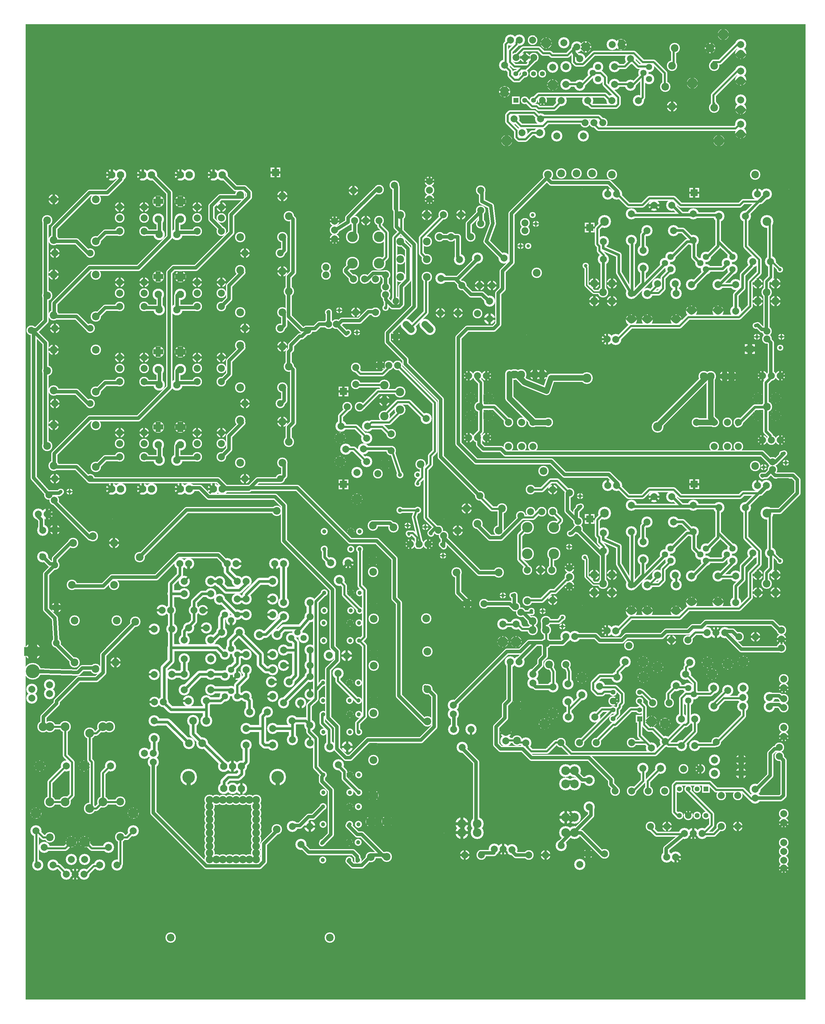
<source format=gbr>
%FSLAX34Y34*%
%MOMM*%
%LNCOPPER_BOTTOM*%
G71*
G01*
%ADD10C,3.200*%
%ADD11C,3.000*%
%ADD12C,1.600*%
%ADD13C,3.000*%
%ADD14C,2.800*%
%ADD15C,4.700*%
%ADD16C,1.400*%
%ADD17C,1.300*%
%ADD18C,1.800*%
%ADD19C,1.200*%
%ADD20C,3.700*%
%ADD21C,7.800*%
%ADD22C,3.400*%
%ADD23C,3.100*%
%ADD24C,2.800*%
%ADD25C,2.800*%
%ADD26C,2.400*%
%ADD27C,2.800*%
%ADD28C,2.600*%
%ADD29C,1.700*%
%ADD30C,1.800*%
%ADD31C,2.700*%
%ADD32C,3.200*%
%ADD33C,3.800*%
%ADD34C,3.000*%
%ADD35C,3.200*%
%ADD36C,2.000*%
%ADD37C,1.800*%
%ADD38C,2.200*%
%ADD39C,2.700*%
%ADD40C,3.300*%
%ADD41C,2.900*%
%ADD42C,4.800*%
%ADD43C,4.800*%
%ADD44C,4.800*%
%ADD45C,3.300*%
%ADD46C,3.400*%
%ADD47C,2.000*%
%ADD48C,2.600*%
%ADD49C,1.900*%
%ADD50C,1.990*%
%ADD51C,3.300*%
%ADD52C,2.400*%
%ADD53C,3.200*%
%ADD54C,0.667*%
%ADD55C,0.813*%
%ADD56C,0.733*%
%ADD57C,3.345*%
%ADD58C,6.067*%
%ADD59C,6.860*%
%ADD60C,1.403*%
%ADD61C,1.723*%
%ADD62C,1.380*%
%ADD63C,1.427*%
%ADD64C,0.680*%
%ADD65C,1.447*%
%ADD66C,0.767*%
%ADD67C,1.264*%
%ADD68C,1.507*%
%ADD69C,1.152*%
%ADD70C,2.017*%
%ADD71C,0.646*%
%ADD72C,1.527*%
%ADD73C,1.940*%
%ADD74C,1.408*%
%ADD75C,1.687*%
%ADD76C,0.700*%
%ADD77C,2.533*%
%ADD78C,0.804*%
%ADD79C,0.672*%
%ADD80C,0.960*%
%ADD81C,1.487*%
%ADD82C,1.660*%
%ADD83C,0.833*%
%ADD84C,0.333*%
%ADD85C,1.920*%
%ADD86C,1.000*%
%ADD87C,2.000*%
%ADD88C,1.800*%
%ADD89C,0.800*%
%ADD90C,2.200*%
%ADD91C,4.500*%
%ADD92C,0.600*%
%ADD93C,0.500*%
%ADD94C,1.000*%
%ADD95C,0.400*%
%ADD96C,2.500*%
%ADD97C,7.000*%
%ADD98C,2.600*%
%ADD99C,2.300*%
%ADD100C,2.000*%
%ADD101C,2.000*%
%ADD102C,1.800*%
%ADD103C,0.900*%
%ADD104C,1.900*%
%ADD105C,3.000*%
%ADD106C,2.200*%
%ADD107C,1.200*%
%ADD108C,1.000*%
%ADD109C,1.400*%
%ADD110C,1.900*%
%ADD111C,2.100*%
%ADD112C,2.100*%
%ADD113C,4.000*%
%ADD114C,4.000*%
%ADD115C,3.600*%
%ADD116C,2.100*%
%ADD117C,2.200*%
%ADD118C,1.500*%
%ADD119C,0.790*%
%ADD120C,1.600*%
%ADD121C,3.000*%
%LPD*%
G36*
X-415970Y2253948D02*
X1824030Y2253948D01*
X1824030Y-546052D01*
X-415970Y-546052D01*
X-415970Y2253948D01*
G37*
%LPC*%
X1323875Y1633344D02*
G54D10*
D03*
X1323925Y1709594D02*
G54D10*
D03*
X1242881Y1629944D02*
G54D10*
D03*
X1242994Y1578963D02*
G54D10*
D03*
X1357181Y1604544D02*
G54D10*
D03*
X1357293Y1553564D02*
G54D10*
D03*
X1323891Y1404744D02*
G54D10*
D03*
X1323941Y1480994D02*
G54D10*
D03*
X1444612Y1661358D02*
G54D10*
D03*
X1368362Y1661408D02*
G54D10*
D03*
X1369571Y1480994D02*
G54D10*
D03*
X1369521Y1404744D02*
G54D10*
D03*
X1501674Y1633343D02*
G54D10*
D03*
X1501724Y1709593D02*
G54D10*
D03*
X1399006Y1508828D02*
G54D10*
D03*
X1496571Y1506394D02*
G54D10*
D03*
X1496521Y1430144D02*
G54D10*
D03*
X1572771Y1506394D02*
G54D10*
D03*
X1572721Y1430144D02*
G54D10*
D03*
X1623571Y1506394D02*
G54D10*
D03*
X1623521Y1430144D02*
G54D10*
D03*
X1723042Y1572439D02*
G54D10*
D03*
X1672062Y1572326D02*
G54D10*
D03*
X1651588Y1703162D02*
G54D10*
D03*
X1575338Y1703212D02*
G54D10*
D03*
X1685620Y1766144D02*
G54D10*
D03*
X1711120Y1766144D02*
G54D10*
D03*
X1253821Y1350220D02*
G54D10*
D03*
X1436246Y1585769D02*
G54D11*
D03*
X1420346Y1568194D02*
G54D11*
D03*
X1436280Y1550578D02*
G54D11*
D03*
X1537846Y1585769D02*
G54D11*
D03*
X1521946Y1568194D02*
G54D11*
D03*
X1537880Y1550578D02*
G54D11*
D03*
X1614046Y1585769D02*
G54D11*
D03*
X1598146Y1568194D02*
G54D11*
D03*
X1614080Y1550578D02*
G54D11*
D03*
G54D12*
X1323941Y1480994D02*
X1325096Y1477919D01*
X1325096Y1630319D01*
X1323875Y1633344D01*
G54D12*
X1501724Y1709593D02*
X1502896Y1706519D01*
X1325096Y1706519D01*
X1323925Y1709594D01*
G54D12*
X1368362Y1661408D02*
X1369546Y1662069D01*
X1356846Y1649369D01*
X1356846Y1604919D01*
X1357181Y1604544D01*
G54D12*
X1323941Y1480994D02*
X1325096Y1477919D01*
X1356846Y1509669D01*
X1356846Y1554119D01*
X1357294Y1553563D01*
G54D12*
X1420346Y1568194D02*
X1420346Y1566819D01*
X1331446Y1477919D01*
X1325096Y1477919D01*
X1323941Y1480994D01*
G54D12*
X1537881Y1550578D02*
X1540996Y1547769D01*
X1496546Y1503319D01*
X1496571Y1506394D01*
G54D12*
X1521946Y1568194D02*
X1521946Y1566819D01*
X1502896Y1585869D01*
X1502896Y1630319D01*
X1501675Y1633343D01*
G54D12*
X1537846Y1585769D02*
X1540996Y1585869D01*
X1572746Y1617619D01*
X1572746Y1700169D01*
X1575338Y1703212D01*
G54D12*
X1501675Y1633343D02*
X1502896Y1630319D01*
X1471146Y1662069D01*
X1445746Y1662069D01*
X1444612Y1661358D01*
G54D12*
X1614046Y1585769D02*
X1617196Y1585869D01*
X1572746Y1630319D01*
X1572746Y1700169D01*
X1575338Y1703212D01*
G54D12*
X1672062Y1572326D02*
X1674346Y1573169D01*
X1667996Y1566819D01*
X1667996Y1560469D01*
X1642596Y1535069D01*
X1642596Y1496969D01*
X1623546Y1477919D01*
X1623546Y1427119D01*
X1623521Y1430144D01*
G54D12*
X1614081Y1550578D02*
X1617196Y1547769D01*
X1572746Y1503319D01*
X1572771Y1506394D01*
G54D12*
X1436246Y1585769D02*
X1439396Y1585869D01*
X1483846Y1630319D01*
X1502896Y1630319D01*
X1501675Y1633343D01*
G54D12*
X1575338Y1703212D02*
X1572746Y1700169D01*
X1566396Y1706519D01*
X1502896Y1706519D01*
X1501724Y1709593D01*
X1217146Y1509669D02*
G54D13*
D03*
X1267946Y1509669D02*
G54D13*
D03*
X1242546Y1484269D02*
G54D13*
D03*
X1267946Y1458869D02*
G54D13*
D03*
X1217146Y1458869D02*
G54D13*
D03*
X1687046Y1509669D02*
G54D13*
D03*
X1737846Y1509669D02*
G54D13*
D03*
X1712446Y1484269D02*
G54D13*
D03*
X1737846Y1458869D02*
G54D13*
D03*
X1687046Y1458869D02*
G54D13*
D03*
G54D12*
X1242546Y1484269D02*
X1242546Y1579519D01*
X1242994Y1578963D01*
G54D12*
X1323941Y1480994D02*
X1325096Y1477919D01*
X1286996Y1541419D01*
X1286996Y1592219D01*
X1242546Y1611269D01*
X1242546Y1630319D01*
X1242882Y1629944D01*
G54D12*
X1711652Y1484269D02*
X1711652Y1516019D01*
X1724352Y1528719D01*
X1724352Y1573169D01*
X1722249Y1572438D01*
X1388572Y1733978D02*
G54D10*
D03*
X1439552Y1734091D02*
G54D10*
D03*
G54D12*
X1598146Y1568194D02*
X1598146Y1565219D01*
X1585446Y1552519D01*
X1540996Y1552519D01*
X1537881Y1550578D01*
X1323891Y1404744D02*
G54D14*
D03*
X1369521Y1404744D02*
G54D14*
D03*
X1496521Y1430144D02*
G54D14*
D03*
X1572721Y1430144D02*
G54D14*
D03*
X1323891Y1404744D02*
G54D14*
D03*
X1199470Y1764362D02*
G54D15*
D03*
X1449806Y1508828D02*
G54D10*
D03*
X1452121Y1480994D02*
G54D10*
D03*
X1452071Y1404744D02*
G54D10*
D03*
G54D16*
X1436281Y1550578D02*
X1439396Y1552519D01*
X1413996Y1527119D01*
X1413996Y1495369D01*
X1401296Y1482669D01*
X1369546Y1482669D01*
X1369571Y1480994D01*
G54D16*
X1399006Y1508828D02*
X1401296Y1508069D01*
X1375896Y1482669D01*
X1369546Y1482669D01*
X1369571Y1480994D01*
G54D16*
X1452121Y1480994D02*
X1452096Y1482669D01*
X1452096Y1508069D01*
X1449806Y1508828D01*
G54D12*
X1711120Y1766144D02*
X1709296Y1765219D01*
X1652146Y1708069D01*
X1652146Y1701719D01*
X1651588Y1703162D01*
G54D12*
X1439552Y1734091D02*
X1442596Y1733469D01*
X1467996Y1708069D01*
X1499746Y1708069D01*
X1501724Y1709593D01*
X1255621Y1766144D02*
G54D10*
D03*
X1281121Y1766144D02*
G54D10*
D03*
G54D16*
X1281121Y1766144D02*
X1284946Y1764969D01*
X1314946Y1734969D01*
X1354946Y1734969D01*
X1374946Y1754969D01*
X1444946Y1754969D01*
X1464946Y1734969D01*
X1634946Y1734969D01*
X1644946Y1744969D01*
X1694946Y1744969D01*
X1714946Y1764969D01*
X1711120Y1766144D01*
G54D16*
X1623571Y1506394D02*
X1624946Y1504969D01*
X1574946Y1504969D01*
X1572771Y1506394D01*
G54D17*
X1752346Y1550369D02*
X1749946Y1549969D01*
X1729946Y1569969D01*
X1724946Y1569969D01*
X1723042Y1572438D01*
G36*
X1190019Y1684317D02*
X1218019Y1684317D01*
X1218019Y1656317D01*
X1190019Y1656317D01*
X1190019Y1684317D01*
G37*
G36*
X1490019Y1784317D02*
X1518019Y1784317D01*
X1518019Y1756317D01*
X1490019Y1756317D01*
X1490019Y1784317D01*
G37*
X1192346Y1560369D02*
G54D18*
D03*
G54D19*
X1192346Y1560369D02*
X1189946Y1559969D01*
X1194946Y1554969D01*
X1194946Y1504969D01*
X1214946Y1484969D01*
X1244946Y1484969D01*
X1242546Y1484269D01*
X1369521Y1404744D02*
G54D14*
D03*
X1452071Y1404744D02*
G54D14*
D03*
X1496521Y1430144D02*
G54D14*
D03*
X1572721Y1430144D02*
G54D14*
D03*
G54D16*
X1278924Y1345854D02*
X1277099Y1343278D01*
X1321549Y1387728D01*
X1461249Y1387728D01*
X1486649Y1413128D01*
X1632699Y1413128D01*
X1664449Y1444878D01*
X1664449Y1514728D01*
X1689849Y1540128D01*
X1689849Y1578228D01*
X1651749Y1616328D01*
X1651749Y1698878D01*
X1651191Y1701972D01*
X1759302Y1763569D02*
G54D15*
D03*
X1199470Y1405588D02*
G54D15*
D03*
X1758666Y1407175D02*
G54D15*
D03*
X1278924Y1349028D02*
G54D10*
D03*
X1749946Y1549969D02*
G54D18*
D03*
X1249496Y1687369D02*
G54D18*
D03*
X1246320Y1687370D02*
G54D20*
D03*
G54D16*
X1246320Y1687370D02*
X1244158Y1686576D01*
X1225108Y1667526D01*
X1225108Y1623076D01*
X1231458Y1616726D01*
X1231458Y1604026D01*
X1244158Y1591326D01*
X1244158Y1483376D01*
X1242546Y1484270D01*
X1713045Y1687370D02*
G54D20*
D03*
G54D16*
X1713045Y1687370D02*
X1714058Y1686576D01*
X1720408Y1680226D01*
X1720408Y1572276D01*
X1723042Y1572438D01*
X1332096Y1098128D02*
G54D21*
D03*
X1262246Y1237828D02*
G54D21*
D03*
X1195571Y1237828D02*
G54D22*
D03*
X1398771Y1098128D02*
G54D22*
D03*
X986696Y1247928D02*
G54D23*
D03*
X1066696Y1247928D02*
G54D24*
D03*
X1531696Y1242928D02*
G54D24*
D03*
X1611696Y1242928D02*
G54D24*
D03*
X1066696Y1247928D02*
G54D23*
D03*
X1531696Y1242928D02*
G54D23*
D03*
X1611696Y1242928D02*
G54D13*
D03*
X1006696Y1247928D02*
G54D23*
D03*
X1046696Y1247928D02*
G54D23*
D03*
X1551696Y1242928D02*
G54D23*
D03*
X1591696Y1242928D02*
G54D23*
D03*
X862271Y1130328D02*
G54D13*
D03*
X862271Y1181128D02*
G54D13*
D03*
X887671Y1155728D02*
G54D13*
D03*
X913071Y1181128D02*
G54D13*
D03*
X913071Y1130328D02*
G54D13*
D03*
X862271Y1130328D02*
G54D25*
D03*
X913071Y1130328D02*
G54D14*
D03*
X1687771Y1130328D02*
G54D13*
D03*
X1687771Y1181128D02*
G54D13*
D03*
X1713171Y1155728D02*
G54D13*
D03*
X1738571Y1181128D02*
G54D13*
D03*
X1738571Y1130328D02*
G54D13*
D03*
X1687771Y1130328D02*
G54D25*
D03*
X1738571Y1130328D02*
G54D14*
D03*
G54D26*
X986696Y1247928D02*
X990896Y1251628D01*
X1016296Y1226228D01*
X1079796Y1200828D01*
X1092496Y1238928D01*
X1194096Y1238928D01*
X1195571Y1237828D01*
G54D26*
X1531696Y1242928D02*
X1536996Y1238928D01*
X1397296Y1099228D01*
X1398771Y1098128D01*
G36*
X1649996Y1307478D02*
X1649996Y1335478D01*
X1677996Y1335478D01*
X1677996Y1307478D01*
X1649996Y1307478D01*
G37*
X1561228Y1041691D02*
G54D27*
D03*
X1561228Y1111541D02*
G54D27*
D03*
X1631078Y1041691D02*
G54D27*
D03*
X1631078Y1111541D02*
G54D27*
D03*
X1599328Y1111541D02*
G54D27*
D03*
X1599328Y1041691D02*
G54D27*
D03*
X1631079Y1041691D02*
G54D14*
D03*
X1631079Y1111541D02*
G54D14*
D03*
X970678Y1041691D02*
G54D27*
D03*
X970678Y1111541D02*
G54D27*
D03*
X1040528Y1041691D02*
G54D27*
D03*
X1040528Y1111542D02*
G54D27*
D03*
X1008778Y1111542D02*
G54D27*
D03*
X1008778Y1041692D02*
G54D27*
D03*
X1040529Y1041691D02*
G54D14*
D03*
X1040529Y1111542D02*
G54D14*
D03*
G54D26*
X1040529Y1111542D02*
X1043171Y1110828D01*
X973321Y1180678D01*
X973321Y1250528D01*
X973996Y1247928D01*
X1611696Y1242928D02*
G54D23*
D03*
X1084979Y1111541D02*
G54D25*
D03*
G54D12*
X970679Y1111542D02*
X973321Y1110828D01*
X928871Y1155278D01*
X890771Y1155278D01*
X887671Y1155728D01*
G54D26*
X1078629Y1111541D02*
X1081271Y1110828D01*
X1043171Y1110828D01*
X1040529Y1111542D01*
X1510429Y1111541D02*
G54D25*
D03*
G54D26*
X1510429Y1111541D02*
X1513071Y1110828D01*
X1563871Y1110828D01*
X1561229Y1111542D01*
G54D12*
X1631079Y1105191D02*
X1627371Y1104478D01*
X1678171Y1155278D01*
X1716271Y1155278D01*
X1713171Y1149378D01*
G54D26*
X1561229Y1111542D02*
X1563871Y1110828D01*
X1551171Y1123528D01*
X1551171Y1237828D01*
X1551696Y1242928D01*
X1751371Y1060503D02*
G54D25*
D03*
X1725971Y1060503D02*
G54D25*
D03*
X1700571Y1060503D02*
G54D25*
D03*
X906821Y1244653D02*
G54D25*
D03*
X881421Y1244653D02*
G54D25*
D03*
X856021Y1244653D02*
G54D25*
D03*
X1751371Y1244653D02*
G54D25*
D03*
X1725971Y1244653D02*
G54D25*
D03*
X1700571Y1244653D02*
G54D25*
D03*
X906821Y1066854D02*
G54D25*
D03*
X881421Y1066854D02*
G54D25*
D03*
X856021Y1066854D02*
G54D25*
D03*
G54D12*
X881421Y1066854D02*
X878071Y1072728D01*
X890771Y1085428D01*
X890771Y1161628D01*
X887671Y1155728D01*
G54D12*
X881421Y1244653D02*
X878071Y1250528D01*
X878071Y1237828D01*
X890771Y1225128D01*
X890771Y1161628D01*
X887671Y1155728D01*
G54D12*
X1719621Y1060503D02*
X1722621Y1060028D01*
X1722621Y1072728D01*
X1709921Y1085428D01*
X1709921Y1161628D01*
X1706821Y1155728D01*
G54D12*
X1719621Y1244653D02*
X1722621Y1250528D01*
X1722621Y1237828D01*
X1709921Y1225128D01*
X1709921Y1161628D01*
X1706821Y1155728D01*
X862271Y1181128D02*
G54D14*
D03*
X913071Y1181128D02*
G54D14*
D03*
X1687771Y1130328D02*
G54D14*
D03*
X1687771Y1181128D02*
G54D14*
D03*
X1738571Y1181128D02*
G54D14*
D03*
X1738571Y1130328D02*
G54D14*
D03*
X1323875Y796732D02*
G54D10*
D03*
X1323925Y872982D02*
G54D10*
D03*
X1242881Y793332D02*
G54D10*
D03*
X1242994Y742351D02*
G54D10*
D03*
X1357181Y767932D02*
G54D10*
D03*
X1357293Y716951D02*
G54D10*
D03*
X1323891Y568132D02*
G54D10*
D03*
X1323941Y644382D02*
G54D10*
D03*
X1444612Y824746D02*
G54D10*
D03*
X1368362Y824796D02*
G54D10*
D03*
X1369571Y644382D02*
G54D10*
D03*
X1369521Y568132D02*
G54D10*
D03*
X1501674Y796731D02*
G54D10*
D03*
X1501724Y872981D02*
G54D10*
D03*
X1399006Y672216D02*
G54D10*
D03*
X1496571Y669782D02*
G54D10*
D03*
X1496521Y593532D02*
G54D10*
D03*
X1572771Y669782D02*
G54D10*
D03*
X1572721Y593532D02*
G54D10*
D03*
X1623571Y669782D02*
G54D10*
D03*
X1623521Y593532D02*
G54D10*
D03*
X1723042Y735826D02*
G54D10*
D03*
X1672062Y735714D02*
G54D10*
D03*
X1651588Y866550D02*
G54D10*
D03*
X1575338Y866600D02*
G54D10*
D03*
X1685620Y929532D02*
G54D10*
D03*
X1711120Y929532D02*
G54D10*
D03*
X1253821Y513607D02*
G54D10*
D03*
X1436246Y749157D02*
G54D11*
D03*
X1420346Y731582D02*
G54D11*
D03*
X1436280Y713966D02*
G54D11*
D03*
X1537846Y749157D02*
G54D11*
D03*
X1521946Y731582D02*
G54D11*
D03*
X1537880Y713966D02*
G54D11*
D03*
X1614046Y749157D02*
G54D11*
D03*
X1598146Y731582D02*
G54D11*
D03*
X1614080Y713966D02*
G54D11*
D03*
G54D12*
X1323941Y644382D02*
X1325096Y641307D01*
X1325096Y793707D01*
X1323875Y796732D01*
G54D12*
X1501724Y872981D02*
X1502896Y869907D01*
X1325096Y869907D01*
X1323925Y872982D01*
G54D12*
X1368362Y824796D02*
X1369546Y825457D01*
X1356846Y812757D01*
X1356846Y768307D01*
X1357181Y767932D01*
G54D12*
X1323941Y644382D02*
X1325096Y641307D01*
X1356846Y673057D01*
X1356846Y717507D01*
X1357294Y716951D01*
G54D12*
X1420346Y731582D02*
X1420346Y730207D01*
X1331446Y641307D01*
X1325096Y641307D01*
X1323941Y644382D01*
G54D12*
X1537881Y713966D02*
X1540996Y711157D01*
X1496546Y666707D01*
X1496571Y669782D01*
G54D12*
X1521946Y731582D02*
X1521946Y730207D01*
X1502896Y749257D01*
X1502896Y793707D01*
X1501675Y796731D01*
G54D12*
X1537846Y749157D02*
X1540996Y749257D01*
X1572746Y781007D01*
X1572746Y863557D01*
X1575338Y866600D01*
G54D12*
X1501675Y796731D02*
X1502896Y793707D01*
X1471146Y825457D01*
X1445746Y825457D01*
X1444612Y824746D01*
G54D12*
X1614046Y749157D02*
X1617196Y749257D01*
X1572746Y793707D01*
X1572746Y863557D01*
X1575338Y866600D01*
G54D12*
X1672062Y735714D02*
X1674346Y736557D01*
X1667996Y730207D01*
X1667996Y723857D01*
X1642596Y698457D01*
X1642596Y660357D01*
X1623546Y641307D01*
X1623546Y590507D01*
X1623521Y593532D01*
G54D12*
X1614081Y713966D02*
X1617196Y711157D01*
X1572746Y666707D01*
X1572771Y669782D01*
G54D12*
X1436246Y749157D02*
X1439396Y749257D01*
X1483846Y793707D01*
X1502896Y793707D01*
X1501675Y796731D01*
G54D12*
X1575338Y866600D02*
X1572746Y863557D01*
X1566396Y869907D01*
X1502896Y869907D01*
X1501724Y872981D01*
X1217146Y673057D02*
G54D13*
D03*
X1267946Y673057D02*
G54D13*
D03*
X1242546Y647657D02*
G54D13*
D03*
X1267946Y622257D02*
G54D13*
D03*
X1217146Y622257D02*
G54D13*
D03*
X1687046Y673057D02*
G54D13*
D03*
X1737846Y673057D02*
G54D13*
D03*
X1712446Y647657D02*
G54D13*
D03*
X1737846Y622257D02*
G54D13*
D03*
X1687046Y622257D02*
G54D13*
D03*
G54D12*
X1242546Y647657D02*
X1242546Y742907D01*
X1242994Y742351D01*
G54D12*
X1323941Y644382D02*
X1325096Y641307D01*
X1286996Y704807D01*
X1286996Y755607D01*
X1242546Y774657D01*
X1242546Y793707D01*
X1242882Y793332D01*
G54D12*
X1711652Y647657D02*
X1711652Y679407D01*
X1724352Y692107D01*
X1724352Y736557D01*
X1722249Y735826D01*
X1388572Y897366D02*
G54D10*
D03*
X1439552Y897478D02*
G54D10*
D03*
G54D12*
X1598146Y731582D02*
X1598146Y728607D01*
X1585446Y715907D01*
X1540996Y715907D01*
X1537881Y713966D01*
X1323891Y568132D02*
G54D14*
D03*
X1369521Y568132D02*
G54D14*
D03*
X1496521Y593532D02*
G54D14*
D03*
X1572721Y593532D02*
G54D14*
D03*
X1323891Y568132D02*
G54D14*
D03*
X1199470Y927750D02*
G54D15*
D03*
X1449806Y672216D02*
G54D10*
D03*
X1452121Y644382D02*
G54D10*
D03*
X1452071Y568132D02*
G54D10*
D03*
G54D16*
X1436281Y713966D02*
X1439396Y715907D01*
X1413996Y690507D01*
X1413996Y658757D01*
X1401296Y646057D01*
X1369546Y646057D01*
X1369571Y644382D01*
G54D16*
X1399006Y672216D02*
X1401296Y671457D01*
X1375896Y646057D01*
X1369546Y646057D01*
X1369571Y644382D01*
G54D16*
X1452121Y644382D02*
X1452096Y646057D01*
X1452096Y671457D01*
X1449806Y672216D01*
G54D12*
X1711120Y929532D02*
X1709296Y928607D01*
X1652146Y871457D01*
X1652146Y865107D01*
X1651588Y866550D01*
G54D12*
X1439552Y897479D02*
X1442596Y896857D01*
X1467996Y871457D01*
X1499746Y871457D01*
X1501724Y872981D01*
X1255621Y929532D02*
G54D10*
D03*
X1281121Y929532D02*
G54D10*
D03*
G54D16*
X1281121Y929532D02*
X1284946Y928357D01*
X1314946Y898357D01*
X1354946Y898357D01*
X1374946Y918357D01*
X1444946Y918357D01*
X1464946Y898357D01*
X1634946Y898357D01*
X1644946Y908357D01*
X1694946Y908357D01*
X1714946Y928357D01*
X1711120Y929532D01*
G54D16*
X1623571Y669782D02*
X1624946Y668357D01*
X1574946Y668357D01*
X1572771Y669782D01*
G54D17*
X1752346Y713757D02*
X1749946Y713357D01*
X1729946Y733357D01*
X1724946Y733357D01*
X1723042Y735826D01*
G36*
X1190019Y847705D02*
X1218019Y847705D01*
X1218019Y819705D01*
X1190019Y819705D01*
X1190019Y847705D01*
G37*
G36*
X1490019Y947705D02*
X1518019Y947705D01*
X1518019Y919705D01*
X1490019Y919705D01*
X1490019Y947705D01*
G37*
G54D19*
X1192346Y723757D02*
X1189946Y723357D01*
X1194946Y718357D01*
X1194946Y668357D01*
X1214946Y648357D01*
X1244946Y648357D01*
X1242546Y647657D01*
X1369521Y568132D02*
G54D14*
D03*
X1452071Y568132D02*
G54D14*
D03*
X1496521Y593532D02*
G54D14*
D03*
X1572721Y593532D02*
G54D14*
D03*
G54D16*
X1278924Y509241D02*
X1277099Y506666D01*
X1321549Y551116D01*
X1461249Y551116D01*
X1486649Y576516D01*
X1632699Y576516D01*
X1664449Y608266D01*
X1664449Y678116D01*
X1689849Y703516D01*
X1689849Y741616D01*
X1651749Y779716D01*
X1651749Y862266D01*
X1651191Y865359D01*
X1759302Y926957D02*
G54D15*
D03*
X1199470Y568975D02*
G54D15*
D03*
X1758666Y570562D02*
G54D15*
D03*
X1278924Y512416D02*
G54D10*
D03*
X1749946Y713357D02*
G54D18*
D03*
X1249496Y850757D02*
G54D18*
D03*
X1246320Y850757D02*
G54D20*
D03*
G54D16*
X1246320Y850757D02*
X1244158Y849963D01*
X1225108Y830913D01*
X1225108Y786463D01*
X1231458Y780113D01*
X1231458Y767413D01*
X1244158Y754713D01*
X1244158Y646763D01*
X1242546Y647657D01*
X1713045Y850757D02*
G54D20*
D03*
G54D16*
X1713045Y850757D02*
X1714058Y849963D01*
X1720408Y843613D01*
X1720408Y735663D01*
X1723042Y735826D01*
X598646Y1567829D02*
G54D28*
D03*
X598646Y1644029D02*
G54D28*
D03*
X522446Y1567829D02*
G54D28*
D03*
X598646Y1567829D02*
G54D28*
D03*
X522446Y1644028D02*
G54D28*
D03*
X522446Y1567828D02*
G54D28*
D03*
X598646Y1644029D02*
G54D28*
D03*
X522446Y1644029D02*
G54D28*
D03*
X598558Y1779052D02*
G54D27*
D03*
X598558Y1690152D02*
G54D27*
D03*
X560458Y1690152D02*
G54D27*
D03*
X528708Y1690152D02*
G54D27*
D03*
X588914Y1427262D02*
G54D27*
D03*
X525415Y1522512D02*
G54D27*
D03*
X557164Y1522512D02*
G54D27*
D03*
X588914Y1522512D02*
G54D27*
D03*
G54D29*
X528708Y1690152D02*
X528796Y1688479D01*
X528796Y1650379D01*
X522446Y1644029D01*
G54D30*
X522446Y1567829D02*
X503396Y1548779D01*
X503396Y1544531D01*
X525415Y1522512D01*
G54D30*
X478434Y1666702D02*
X510184Y1685752D01*
X510184Y1698452D01*
X592734Y1781002D01*
X592208Y1779052D01*
X617397Y1534800D02*
G54D27*
D03*
G54D30*
X617398Y1534801D02*
X620271Y1532588D01*
X613921Y1538938D01*
X582171Y1538938D01*
X563121Y1519888D01*
X556771Y1519888D01*
X557165Y1522512D01*
X525414Y1776512D02*
G54D27*
D03*
X643008Y1791752D02*
G54D27*
D03*
X805436Y1644062D02*
G54D27*
D03*
X862586Y1644062D02*
G54D27*
D03*
X891286Y1720262D02*
G54D27*
D03*
X891286Y1777412D02*
G54D27*
D03*
X830236Y1578439D02*
G54D10*
D03*
X776284Y1524558D02*
G54D10*
D03*
X830236Y1578439D02*
G54D14*
D03*
X958012Y1582490D02*
G54D10*
D03*
X881762Y1582540D02*
G54D10*
D03*
X958012Y1582491D02*
G54D14*
D03*
X837186Y1504362D02*
G54D27*
D03*
X887986Y1504362D02*
G54D27*
D03*
G54D30*
X881762Y1582540D02*
X881686Y1580562D01*
X824536Y1523412D01*
X773736Y1523412D01*
X776284Y1524558D01*
G54D30*
X837186Y1504362D02*
X837236Y1504362D01*
X818186Y1523412D01*
X773736Y1523412D01*
X776284Y1524558D01*
G54D30*
X830236Y1578440D02*
X830886Y1580562D01*
X824536Y1586912D01*
X824536Y1644062D01*
X805436Y1644062D01*
X887986Y1504362D02*
G54D27*
D03*
X916593Y1408256D02*
G54D10*
D03*
X916481Y1459237D02*
G54D10*
D03*
X916593Y1408256D02*
G54D10*
D03*
G54D30*
X916481Y1459236D02*
X913436Y1459912D01*
X894386Y1478962D01*
X862636Y1478962D01*
X837236Y1504362D01*
X837186Y1504362D01*
G54D30*
X891286Y1720262D02*
X894386Y1720262D01*
X856286Y1682162D01*
X856286Y1644062D01*
X856236Y1644062D01*
G54D30*
X958012Y1582490D02*
X957886Y1580562D01*
X907086Y1631362D01*
X926086Y1682162D01*
X919786Y1732962D01*
X894386Y1745662D01*
X894386Y1771062D01*
X891286Y1771062D01*
X891286Y1682162D02*
G54D27*
D03*
G54D30*
X891286Y1682162D02*
X891286Y1720262D01*
X923036Y1504362D02*
G54D27*
D03*
X772416Y1644062D02*
G54D27*
D03*
G54D30*
X772416Y1644062D02*
X773686Y1644062D01*
X811786Y1644062D01*
X805436Y1644062D01*
X783336Y1707562D02*
G54D27*
D03*
X834136Y1707562D02*
G54D27*
D03*
X659640Y1706068D02*
G54D13*
D03*
X735840Y1706068D02*
G54D13*
D03*
X659640Y1629868D02*
G54D13*
D03*
X659640Y1579068D02*
G54D13*
D03*
X659640Y1528268D02*
G54D13*
D03*
X735840Y1629868D02*
G54D13*
D03*
X735840Y1579068D02*
G54D13*
D03*
X735840Y1528268D02*
G54D13*
D03*
X647139Y1357705D02*
G54D31*
D03*
X647139Y1459305D02*
G54D31*
D03*
X647139Y1357705D02*
G54D14*
D03*
X735840Y1706068D02*
G54D27*
D03*
X882091Y1423264D02*
G54D27*
D03*
X825871Y1425509D02*
G54D27*
D03*
X825871Y1425509D02*
G54D27*
D03*
X775071Y1425509D02*
G54D27*
D03*
G54D16*
X659641Y1706067D02*
X662585Y1704802D01*
X643535Y1723852D01*
X643535Y1793702D01*
X643008Y1791752D01*
G54D16*
X647139Y1459305D02*
X649885Y1457152D01*
X643535Y1463502D01*
X643535Y1641302D01*
X662585Y1660352D01*
X662585Y1704802D01*
X659641Y1706067D01*
G54D30*
X659641Y1629868D02*
X662585Y1628602D01*
X681635Y1609552D01*
X681635Y1520652D01*
X662585Y1501602D01*
X662585Y1450802D01*
X656235Y1444452D01*
X637185Y1444452D01*
X618135Y1463502D01*
X617608Y1477427D01*
G54D16*
X735841Y1579068D02*
X738785Y1577802D01*
X719735Y1596852D01*
X719735Y1641302D01*
X783235Y1704802D01*
X783336Y1707562D01*
G54D32*
X745255Y1377787D02*
X731113Y1391929D01*
G54D32*
X691280Y1377787D02*
X677138Y1391929D01*
X471046Y1688163D02*
G54D25*
D03*
X471046Y1662763D02*
G54D25*
D03*
X471046Y1637363D02*
G54D25*
D03*
X744096Y1802463D02*
G54D25*
D03*
X744096Y1777063D02*
G54D25*
D03*
X744096Y1751663D02*
G54D25*
D03*
X522446Y1644028D02*
G54D33*
D03*
X522446Y1567829D02*
G54D33*
D03*
X598646Y1567829D02*
G54D33*
D03*
X598646Y1644029D02*
G54D33*
D03*
G54D16*
X598646Y1567829D02*
X600506Y1566913D01*
X619556Y1585963D01*
X619556Y1655813D01*
X600506Y1674863D01*
X600506Y1687563D01*
X598558Y1690152D01*
G54D16*
X687384Y1384858D02*
X689406Y1382763D01*
X733856Y1427213D01*
X733856Y1528813D01*
X735841Y1528268D01*
X1024724Y809627D02*
G54D28*
D03*
X1024724Y733427D02*
G54D28*
D03*
X1100924Y809627D02*
G54D28*
D03*
X1024724Y809627D02*
G54D28*
D03*
X1100924Y733427D02*
G54D28*
D03*
X1100924Y809627D02*
G54D28*
D03*
X1024724Y733427D02*
G54D28*
D03*
X1100924Y733427D02*
G54D28*
D03*
X1024812Y598404D02*
G54D27*
D03*
X1024812Y687304D02*
G54D27*
D03*
X1062912Y687304D02*
G54D27*
D03*
X1094662Y687304D02*
G54D27*
D03*
X1097956Y918444D02*
G54D27*
D03*
X1034456Y918444D02*
G54D27*
D03*
X1097955Y854944D02*
G54D27*
D03*
X1066206Y854944D02*
G54D27*
D03*
X1034456Y854944D02*
G54D27*
D03*
G54D16*
X1094662Y687304D02*
X1094574Y688977D01*
X1094574Y727077D01*
X1100925Y733427D01*
G54D16*
X1100924Y809627D02*
X1119975Y828677D01*
X1119974Y832925D01*
X1097955Y854944D01*
X1005973Y842655D02*
G54D27*
D03*
G54D16*
X1005972Y842655D02*
X1003099Y844868D01*
X1009449Y838518D01*
X1041199Y838518D01*
X1060250Y857568D01*
X1066600Y857568D01*
X1066205Y854944D01*
X1097956Y600944D02*
G54D27*
D03*
X1145974Y641668D02*
G54D25*
D03*
X1145974Y667068D02*
G54D25*
D03*
X1145974Y692468D02*
G54D25*
D03*
X1145974Y908368D02*
G54D25*
D03*
G54D16*
X1145974Y667068D02*
X1148755Y664444D01*
X1142405Y658094D01*
X1136055Y658094D01*
X1104305Y626344D01*
X1091605Y626344D01*
X1066205Y600944D01*
X1021755Y600944D01*
X1024812Y598404D01*
G54D16*
X1145974Y908368D02*
X1148756Y905744D01*
X1110655Y943844D01*
X1091606Y943844D01*
X1066205Y918444D01*
X1034455Y918444D01*
X1100924Y733427D02*
G54D33*
D03*
X1100924Y809627D02*
G54D33*
D03*
X1024724Y809627D02*
G54D33*
D03*
X1024724Y733427D02*
G54D33*
D03*
G54D16*
X1024724Y809627D02*
X1022149Y806768D01*
X1003100Y787718D01*
X1003099Y717868D01*
X1022149Y698818D01*
X1022149Y686118D01*
X1024812Y687304D01*
X821716Y680046D02*
G54D13*
D03*
X824890Y800696D02*
G54D13*
D03*
X942366Y680046D02*
G54D13*
D03*
X942366Y800696D02*
G54D13*
D03*
X882041Y820159D02*
G54D13*
D03*
X824890Y800696D02*
G54D34*
D03*
X850737Y864278D02*
G54D13*
D03*
X952337Y864277D02*
G54D13*
D03*
X1039637Y540138D02*
G54D13*
D03*
X1039637Y514738D02*
G54D13*
D03*
X1077737Y514738D02*
G54D13*
D03*
X1077737Y476638D02*
G54D13*
D03*
X992232Y532131D02*
G54D10*
D03*
X992345Y481150D02*
G54D10*
D03*
X992232Y532130D02*
G54D27*
D03*
X992344Y481150D02*
G54D27*
D03*
G54D16*
X1039637Y514738D02*
X1040471Y515756D01*
X1040471Y541156D01*
X1039637Y540138D01*
G54D16*
X1077737Y476638D02*
X1078571Y477656D01*
X1078571Y503056D01*
X1077737Y502038D01*
G54D16*
X992232Y532130D02*
X996415Y531080D01*
X1009115Y518380D01*
X1034515Y518380D01*
X1039637Y514738D01*
X954132Y532131D02*
G54D10*
D03*
X954244Y481150D02*
G54D10*
D03*
X954132Y532130D02*
G54D27*
D03*
X954244Y481150D02*
G54D27*
D03*
G54D16*
X954132Y532130D02*
X958315Y531080D01*
X996415Y531080D01*
X992232Y532130D01*
X1077737Y540138D02*
G54D13*
D03*
G54D30*
X1077737Y540138D02*
X1072615Y543780D01*
X1072615Y518380D01*
X1077737Y514738D01*
X888704Y900087D02*
G54D27*
D03*
X850737Y864278D02*
G54D13*
D03*
G54D16*
X888703Y900087D02*
X891733Y900763D01*
X891733Y894413D01*
X923483Y862663D01*
X955233Y862663D01*
X952337Y864277D01*
G54D30*
X882041Y820159D02*
X879033Y818213D01*
X917133Y780113D01*
X948883Y780113D01*
X1006033Y837263D01*
X1006033Y843613D01*
X1005973Y842655D01*
X658695Y1198576D02*
G54D35*
D03*
X658695Y1147776D02*
G54D35*
D03*
X614245Y1173176D02*
G54D35*
D03*
X614245Y1128726D02*
G54D35*
D03*
X614245Y1217626D02*
G54D35*
D03*
X626945Y1274776D02*
G54D27*
D03*
X601545Y1274776D02*
G54D27*
D03*
X652345Y1274776D02*
G54D27*
D03*
X565860Y1100151D02*
G54D10*
D03*
X489610Y1100201D02*
G54D10*
D03*
X486918Y1065891D02*
G54D10*
D03*
X563168Y1065841D02*
G54D10*
D03*
X502852Y1034415D02*
G54D10*
D03*
X553832Y1034527D02*
G54D10*
D03*
X531695Y1268514D02*
G54D27*
D03*
X531695Y1220714D02*
G54D27*
D03*
X535305Y966890D02*
G54D10*
D03*
X535255Y890640D02*
G54D10*
D03*
X595195Y915826D02*
G54D27*
D03*
X595195Y963626D02*
G54D27*
D03*
X507751Y1155670D02*
G54D27*
D03*
X542851Y1155670D02*
G54D27*
D03*
X633295Y1030126D02*
G54D27*
D03*
X633295Y1077926D02*
G54D27*
D03*
X486973Y998244D02*
G54D10*
D03*
X563223Y998194D02*
G54D10*
D03*
X734170Y1121821D02*
G54D10*
D03*
X486918Y1065892D02*
G54D27*
D03*
X486973Y998244D02*
G54D27*
D03*
X595195Y915826D02*
G54D27*
D03*
X535255Y890640D02*
G54D27*
D03*
G54D16*
X531695Y1262164D02*
X532395Y1263346D01*
X545095Y1250646D01*
X608595Y1250646D01*
X627645Y1269696D01*
X627645Y1276046D01*
X626945Y1274776D01*
G54D16*
X531695Y1227064D02*
X532395Y1225246D01*
X538745Y1218896D01*
X614945Y1218896D01*
X614245Y1217626D01*
G54D16*
X549201Y1155670D02*
X551445Y1155396D01*
X595895Y1199846D01*
X659395Y1199846D01*
X658695Y1198576D01*
G54D16*
X565860Y1100151D02*
X564145Y1098246D01*
X576845Y1110946D01*
X627645Y1110946D01*
X659395Y1142696D01*
X659395Y1149046D01*
X658695Y1147776D01*
G54D16*
X514101Y1155670D02*
X513345Y1155396D01*
X487945Y1129996D01*
X487945Y1098246D01*
X489610Y1100201D01*
G54D16*
X563168Y1065842D02*
X564145Y1066496D01*
X532395Y1098246D01*
X487945Y1098246D01*
X489610Y1100201D01*
G54D16*
X633295Y1071576D02*
X633995Y1072846D01*
X608595Y1098246D01*
X564145Y1098246D01*
X565860Y1100151D01*
G54D16*
X633295Y1036476D02*
X633995Y1034746D01*
X551445Y1034746D01*
X553832Y1034527D01*
G54D16*
X563223Y998194D02*
X564145Y996646D01*
X526045Y1034746D01*
X500645Y1034746D01*
X502852Y1034415D01*
G36*
X510645Y1213846D02*
X510645Y1185846D01*
X482645Y1185846D01*
X482645Y1213846D01*
X510645Y1213846D01*
G37*
G36*
X510645Y947146D02*
X510645Y919146D01*
X482645Y919146D01*
X482645Y947146D01*
X510645Y947146D01*
G37*
X709495Y960364D02*
G54D36*
D03*
X709495Y934964D02*
G54D37*
D03*
X658695Y960364D02*
G54D37*
D03*
X658695Y934964D02*
G54D36*
D03*
X709495Y858764D02*
G54D37*
D03*
X658695Y858764D02*
G54D37*
D03*
X616277Y991130D02*
G54D13*
D03*
X717877Y991130D02*
G54D13*
D03*
X616277Y991130D02*
G54D13*
D03*
G54D16*
X658695Y960364D02*
X633295Y1036564D01*
X550745Y1036564D01*
X553832Y1034527D01*
G54D16*
X717877Y991130D02*
X715845Y992114D01*
X722195Y985764D01*
X722195Y954014D01*
X709495Y941314D01*
X709495Y934964D01*
G54D16*
X734170Y1121821D02*
X734895Y1119114D01*
X684095Y1169914D01*
X652345Y1169914D01*
X614245Y1131814D01*
X614245Y1128726D01*
X739091Y761156D02*
G54D25*
D03*
X713691Y761156D02*
G54D25*
D03*
X688291Y761156D02*
G54D25*
D03*
G54D16*
X658695Y858764D02*
X709495Y858764D01*
X658695Y960364D02*
G54D36*
D03*
X709495Y858764D02*
G54D36*
D03*
X658695Y858764D02*
G54D36*
D03*
G36*
X1336608Y249026D02*
X1336608Y271026D01*
X1358608Y271026D01*
X1358608Y249026D01*
X1336608Y249026D01*
G37*
X1347608Y285426D02*
G54D38*
D03*
X1347608Y310826D02*
G54D38*
D03*
X1347608Y336226D02*
G54D38*
D03*
X1271408Y336226D02*
G54D38*
D03*
X1271408Y310826D02*
G54D38*
D03*
X1271409Y285426D02*
G54D38*
D03*
X1271408Y260026D02*
G54D38*
D03*
X1271408Y310826D02*
G54D39*
D03*
X1643358Y295388D02*
G54D10*
D03*
X1643358Y320887D02*
G54D10*
D03*
X1073369Y192051D02*
G54D27*
D03*
X1098264Y275636D02*
G54D10*
D03*
X1098314Y351886D02*
G54D10*
D03*
X963072Y197044D02*
G54D10*
D03*
X963072Y222544D02*
G54D10*
D03*
X1505329Y259328D02*
G54D10*
D03*
X1505278Y183078D02*
G54D10*
D03*
X1505329Y259328D02*
G54D27*
D03*
X1567213Y241394D02*
G54D27*
D03*
X1567213Y193594D02*
G54D27*
D03*
X1467228Y259328D02*
G54D10*
D03*
X1467178Y183078D02*
G54D10*
D03*
X1467229Y259328D02*
G54D27*
D03*
X1486884Y313101D02*
G54D11*
D03*
X1502784Y330676D02*
G54D11*
D03*
X1486849Y348292D02*
G54D11*
D03*
X1560257Y347894D02*
G54D10*
D03*
X1560369Y296914D02*
G54D10*
D03*
X1560257Y347894D02*
G54D27*
D03*
X1555327Y388022D02*
G54D10*
D03*
X1479077Y388072D02*
G54D10*
D03*
X1555327Y388022D02*
G54D27*
D03*
X1542294Y421994D02*
G54D10*
D03*
X1491314Y421882D02*
G54D10*
D03*
X1542294Y421994D02*
G54D27*
D03*
X1420557Y246294D02*
G54D10*
D03*
X1420669Y195314D02*
G54D10*
D03*
X1420557Y246294D02*
G54D27*
D03*
X1567213Y241394D02*
G54D27*
D03*
X1555327Y388022D02*
G54D27*
D03*
X1542294Y421994D02*
G54D27*
D03*
X1600579Y418078D02*
G54D10*
D03*
X1600529Y341828D02*
G54D10*
D03*
X1600579Y418078D02*
G54D27*
D03*
X1600579Y418078D02*
G54D27*
D03*
X1420557Y246295D02*
G54D27*
D03*
X1384519Y306351D02*
G54D27*
D03*
X1432319Y306351D02*
G54D27*
D03*
X1398763Y408750D02*
G54D10*
D03*
X1452645Y354798D02*
G54D10*
D03*
X1398764Y408750D02*
G54D27*
D03*
X1398764Y408750D02*
G54D27*
D03*
X1358702Y379851D02*
G54D10*
D03*
X1282452Y379901D02*
G54D10*
D03*
X1306205Y423777D02*
G54D10*
D03*
X1357186Y423889D02*
G54D10*
D03*
X1306206Y423776D02*
G54D27*
D03*
X1358702Y379851D02*
G54D27*
D03*
X1357186Y423889D02*
G54D27*
D03*
X1174969Y192051D02*
G54D27*
D03*
X1222769Y192051D02*
G54D27*
D03*
X1073369Y192051D02*
G54D27*
D03*
X1121169Y192051D02*
G54D27*
D03*
X1276569Y192052D02*
G54D27*
D03*
X1324369Y192051D02*
G54D27*
D03*
X1276569Y192052D02*
G54D27*
D03*
X1381504Y252978D02*
G54D10*
D03*
X1381454Y176728D02*
G54D10*
D03*
X1381504Y252978D02*
G54D27*
D03*
X1219002Y265551D02*
G54D10*
D03*
X1142752Y265601D02*
G54D10*
D03*
X1219002Y265551D02*
G54D27*
D03*
X1141423Y309425D02*
G54D10*
D03*
X1141311Y360405D02*
G54D10*
D03*
X1141423Y309426D02*
G54D27*
D03*
X1141311Y360406D02*
G54D27*
D03*
X1181684Y378301D02*
G54D35*
D03*
X1232616Y353318D02*
G54D35*
D03*
X1181570Y328418D02*
G54D35*
D03*
X1181684Y378301D02*
G54D27*
D03*
X1087668Y415719D02*
G54D27*
D03*
X1135468Y415719D02*
G54D27*
D03*
X1098264Y275636D02*
G54D27*
D03*
G54D16*
X1567213Y193595D02*
X1569434Y192451D01*
X1645634Y268651D01*
X1645634Y294051D01*
X1643358Y295387D01*
G54D16*
X1560369Y296914D02*
X1563084Y294051D01*
X1588484Y319451D01*
X1645634Y319451D01*
X1643358Y320887D01*
G54D16*
X1567213Y193595D02*
X1569434Y192451D01*
X1563084Y186101D01*
X1505934Y186101D01*
X1505279Y183078D01*
G54D16*
X1467179Y183078D02*
X1467834Y186101D01*
X1505934Y224201D01*
X1505934Y262301D01*
X1505329Y259328D01*
G54D16*
X1420669Y195314D02*
X1423384Y192451D01*
X1429734Y186101D01*
X1467834Y186101D01*
X1467179Y183078D01*
G54D16*
X1121169Y192051D02*
X1118584Y192451D01*
X1150334Y160701D01*
X1391634Y160701D01*
X1423384Y192451D01*
X1420669Y195314D01*
G54D16*
X1420669Y195314D02*
X1423384Y192451D01*
X1385284Y230551D01*
X1372584Y230551D01*
X1359884Y243251D01*
X1359884Y294051D01*
X1347184Y306751D01*
X1347184Y313101D01*
X1347608Y310826D01*
G54D16*
X1381454Y176728D02*
X1378934Y179751D01*
X1366234Y192451D01*
X1321784Y192451D01*
X1324369Y192051D01*
G54D16*
X1222769Y192051D02*
X1220184Y192451D01*
X1270984Y243251D01*
X1277334Y243251D01*
X1321784Y287701D01*
X1347184Y287701D01*
X1347609Y285426D01*
G54D16*
X1174969Y192051D02*
X1175734Y192451D01*
X1270984Y287701D01*
X1271409Y285426D01*
G54D16*
X1219002Y265551D02*
X1220184Y268651D01*
X1239234Y287701D01*
X1270984Y287701D01*
X1271409Y285426D01*
G54D16*
X1232616Y353317D02*
X1232884Y351201D01*
X1277334Y351201D01*
X1296384Y332151D01*
X1296384Y306751D01*
X1290034Y300401D01*
X1290034Y294051D01*
X1283684Y287701D01*
X1283684Y275001D01*
X1270984Y262301D01*
X1271409Y260026D01*
G54D16*
X1282452Y379901D02*
X1283684Y382951D01*
X1232884Y382951D01*
X1213834Y363901D01*
X1213834Y344851D01*
X1226534Y332151D01*
X1239234Y332151D01*
X1245584Y338501D01*
X1270984Y338501D01*
X1271408Y336226D01*
G54D16*
X1306206Y423777D02*
X1309084Y421051D01*
X1283684Y395651D01*
X1283684Y382951D01*
X1282452Y379901D01*
G54D16*
X1384519Y306351D02*
X1385284Y306751D01*
X1353534Y338501D01*
X1347184Y338501D01*
X1347608Y336226D01*
G54D16*
X1452645Y354798D02*
X1455134Y357551D01*
X1429734Y332151D01*
X1429734Y306751D01*
X1432319Y306351D01*
G54D16*
X1452645Y354798D02*
X1455134Y357551D01*
X1461484Y351201D01*
X1486884Y351201D01*
X1486849Y348292D01*
G54D16*
X1560257Y347894D02*
X1563084Y344851D01*
X1550384Y332151D01*
X1505934Y332151D01*
X1502784Y330676D01*
G54D16*
X1479077Y388072D02*
X1480534Y389301D01*
X1505934Y363901D01*
X1505934Y332151D01*
X1502784Y330676D01*
G54D16*
X1600529Y341828D02*
X1601184Y344851D01*
X1563084Y306751D01*
X1563084Y294051D01*
X1560369Y296914D01*
G54D16*
X1491314Y421882D02*
X1493234Y421051D01*
X1480534Y408351D01*
X1480534Y389301D01*
X1479077Y388072D01*
G54D16*
X1381454Y176728D02*
X1378934Y179751D01*
X1347184Y211501D01*
X1347184Y262301D01*
X1347608Y260026D01*
G54D16*
X1141423Y309426D02*
X1143984Y306751D01*
X1143984Y268651D01*
X1142752Y265601D01*
G54D16*
X1135468Y415719D02*
X1143984Y395651D01*
X1143984Y357551D01*
X1141311Y360406D01*
G54D16*
X1087668Y415719D02*
X1099534Y395651D01*
X1099534Y351201D01*
X1098314Y351886D01*
X1074146Y244838D02*
G54D10*
D03*
X1020194Y190957D02*
G54D10*
D03*
X1074146Y244838D02*
G54D27*
D03*
G54D16*
X1025497Y179850D02*
X1023334Y179751D01*
X1036034Y167051D01*
X1080484Y167051D01*
X1105884Y192451D01*
X1118584Y192451D01*
X1121169Y192051D01*
X1644970Y424332D02*
G54D27*
D03*
X1087668Y415719D02*
G54D13*
D03*
X994794Y298906D02*
G54D13*
D03*
X994793Y197307D02*
G54D13*
D03*
X994794Y298906D02*
G54D13*
D03*
X963072Y222544D02*
G54D13*
D03*
G54D16*
X994794Y197307D02*
X997934Y198801D01*
X1004284Y192451D01*
X1023334Y192451D01*
X1020194Y190957D01*
G54D16*
X994794Y197307D02*
X997934Y198801D01*
X966184Y198801D01*
X963072Y197044D01*
X1644970Y424332D02*
G54D10*
D03*
X1644920Y348082D02*
G54D10*
D03*
X1644971Y424332D02*
G54D27*
D03*
G54D16*
X1420669Y195314D02*
X1423384Y192451D01*
X1474184Y243251D01*
X1480534Y243251D01*
X1486884Y249601D01*
X1486884Y313101D01*
G54D16*
X1502784Y330676D02*
X1505934Y332151D01*
X1480534Y332151D01*
X1467834Y319451D01*
X1467834Y262301D01*
X1467229Y259328D01*
G54D16*
X1181570Y328418D02*
X1182084Y325801D01*
X1143984Y287701D01*
X1143984Y268651D01*
X1142752Y265601D01*
X1644970Y424332D02*
G54D27*
D03*
X1600579Y418078D02*
G54D27*
D03*
X1542294Y421994D02*
G54D27*
D03*
X1555327Y388022D02*
G54D27*
D03*
X1398763Y408750D02*
G54D27*
D03*
X1358702Y379851D02*
G54D27*
D03*
X1357186Y423889D02*
G54D27*
D03*
X1567213Y241394D02*
G54D27*
D03*
X1181684Y378301D02*
G54D27*
D03*
X1276569Y192052D02*
G54D27*
D03*
X1073369Y192051D02*
G54D27*
D03*
X1074146Y244838D02*
G54D27*
D03*
X1098264Y275636D02*
G54D27*
D03*
X994794Y298906D02*
G54D27*
D03*
X1719608Y295337D02*
G54D10*
D03*
X1643358Y295388D02*
G54D10*
D03*
X1719608Y320837D02*
G54D10*
D03*
X1643358Y320887D02*
G54D10*
D03*
X-76296Y1011677D02*
G54D27*
D03*
X-146146Y1011677D02*
G54D27*
D03*
X-76296Y1081527D02*
G54D27*
D03*
X-146146Y1081527D02*
G54D27*
D03*
X-146146Y1049777D02*
G54D27*
D03*
X-76296Y1049777D02*
G54D27*
D03*
X-32888Y1002906D02*
G54D40*
D03*
X18094Y1003018D02*
G54D40*
D03*
X145954Y1011677D02*
G54D27*
D03*
X76104Y1011677D02*
G54D27*
D03*
X145954Y1081527D02*
G54D27*
D03*
X76104Y1081527D02*
G54D27*
D03*
X76104Y1049777D02*
G54D27*
D03*
X145954Y1049777D02*
G54D27*
D03*
X28177Y1047004D02*
G54D10*
D03*
X28064Y1097984D02*
G54D10*
D03*
X-35323Y1047004D02*
G54D10*
D03*
X-35436Y1097984D02*
G54D10*
D03*
G54D30*
X28177Y1047004D02*
X25304Y1049777D01*
X18954Y1043427D01*
X18954Y1005327D01*
X18094Y1003018D01*
G54D30*
X-35323Y1047004D02*
X-38196Y1049777D01*
X-31846Y1043427D01*
X-31846Y1005327D01*
X-32887Y1002906D01*
X145954Y1081527D02*
G54D14*
D03*
X76104Y1081527D02*
G54D14*
D03*
X28064Y1097985D02*
G54D41*
D03*
X-35436Y1097985D02*
G54D14*
D03*
X-76296Y1081527D02*
G54D14*
D03*
X-146146Y1081527D02*
G54D14*
D03*
X-35323Y1047004D02*
G54D40*
D03*
X-35436Y1097984D02*
G54D40*
D03*
X28064Y1097984D02*
G54D40*
D03*
X28177Y1047004D02*
G54D40*
D03*
X200167Y1115969D02*
G54D13*
D03*
X320817Y1112795D02*
G54D13*
D03*
X200167Y995319D02*
G54D13*
D03*
X320817Y995319D02*
G54D13*
D03*
X339630Y1055644D02*
G54D13*
D03*
X213674Y949040D02*
G54D31*
D03*
X315274Y949040D02*
G54D31*
D03*
X320817Y1112795D02*
G54D13*
D03*
X-214828Y983230D02*
G54D13*
D03*
X-335478Y986404D02*
G54D13*
D03*
X-214828Y1103881D02*
G54D13*
D03*
X-335478Y1103881D02*
G54D13*
D03*
X-354290Y1043556D02*
G54D13*
D03*
X-335477Y986404D02*
G54D13*
D03*
X-335478Y1103881D02*
G54D13*
D03*
X-332426Y949040D02*
G54D31*
D03*
X-230826Y949040D02*
G54D31*
D03*
X213674Y949040D02*
G54D27*
D03*
X-332426Y949040D02*
G54D27*
D03*
G54D30*
X315274Y949040D02*
X313927Y945404D01*
X326627Y958104D01*
X326627Y996204D01*
X320817Y995320D01*
G54D30*
X76104Y1011678D02*
X72627Y1008904D01*
X21827Y1008904D01*
X18094Y1003018D01*
G54D30*
X-32887Y1002906D02*
X-28973Y1008904D01*
X-79773Y1008904D01*
X-76296Y1011678D01*
G54D30*
X-230826Y949040D02*
X-232173Y945404D01*
X-270273Y983504D01*
X-333773Y983504D01*
X-335477Y986404D01*
X-76296Y1227577D02*
G54D27*
D03*
X-146146Y1227577D02*
G54D27*
D03*
X-76296Y1297427D02*
G54D27*
D03*
X-146146Y1297427D02*
G54D27*
D03*
X-146146Y1265677D02*
G54D27*
D03*
X-76296Y1265677D02*
G54D27*
D03*
X-32888Y1218806D02*
G54D40*
D03*
X18094Y1218918D02*
G54D40*
D03*
X145954Y1227577D02*
G54D27*
D03*
X76104Y1227577D02*
G54D27*
D03*
X145954Y1297427D02*
G54D27*
D03*
X76104Y1297427D02*
G54D27*
D03*
X76104Y1265677D02*
G54D27*
D03*
X145954Y1265677D02*
G54D27*
D03*
X28177Y1262904D02*
G54D10*
D03*
X28064Y1313884D02*
G54D10*
D03*
X-35323Y1262904D02*
G54D10*
D03*
X-35436Y1313884D02*
G54D10*
D03*
G54D30*
X28177Y1262904D02*
X25304Y1265677D01*
X18954Y1259327D01*
X18954Y1221227D01*
X18094Y1218918D01*
G54D30*
X-35323Y1262904D02*
X-38196Y1265677D01*
X-31846Y1259327D01*
X-31846Y1221227D01*
X-32887Y1218806D01*
X145954Y1297427D02*
G54D14*
D03*
X76104Y1297427D02*
G54D14*
D03*
X28064Y1313885D02*
G54D41*
D03*
X-35436Y1313885D02*
G54D14*
D03*
X-76296Y1297427D02*
G54D14*
D03*
X-146146Y1297427D02*
G54D14*
D03*
X-35323Y1262904D02*
G54D40*
D03*
X-35436Y1313884D02*
G54D40*
D03*
X28064Y1313884D02*
G54D40*
D03*
X28177Y1262904D02*
G54D40*
D03*
X200167Y1331869D02*
G54D13*
D03*
X320817Y1328695D02*
G54D13*
D03*
X200167Y1211219D02*
G54D13*
D03*
X320817Y1211219D02*
G54D13*
D03*
X339630Y1271544D02*
G54D13*
D03*
X213674Y1164940D02*
G54D31*
D03*
X315274Y1164940D02*
G54D31*
D03*
X320817Y1328695D02*
G54D13*
D03*
X-214828Y1199130D02*
G54D13*
D03*
X-335478Y1202304D02*
G54D13*
D03*
X-214828Y1319780D02*
G54D13*
D03*
X-335478Y1319780D02*
G54D13*
D03*
X-354290Y1259456D02*
G54D13*
D03*
X-335477Y1202304D02*
G54D13*
D03*
X-335478Y1319780D02*
G54D13*
D03*
X-332426Y1164940D02*
G54D31*
D03*
X-230826Y1164940D02*
G54D31*
D03*
X213674Y1164940D02*
G54D27*
D03*
X-332426Y1164940D02*
G54D27*
D03*
G54D30*
X315274Y1164939D02*
X313927Y1161303D01*
X326627Y1174003D01*
X326627Y1212104D01*
X320817Y1211220D01*
G54D30*
X76104Y1227577D02*
X72627Y1224804D01*
X21827Y1224804D01*
X18094Y1218918D01*
G54D30*
X-32887Y1218806D02*
X-28973Y1224803D01*
X-79773Y1224804D01*
X-76296Y1227577D01*
G54D30*
X-230826Y1164939D02*
X-232173Y1161303D01*
X-270273Y1199403D01*
X-333773Y1199403D01*
X-335477Y1202304D01*
X-76296Y1443477D02*
G54D27*
D03*
X-146146Y1443477D02*
G54D27*
D03*
X-76296Y1513327D02*
G54D27*
D03*
X-146146Y1513327D02*
G54D27*
D03*
X-146146Y1481577D02*
G54D27*
D03*
X-76296Y1481577D02*
G54D27*
D03*
X-32888Y1434706D02*
G54D40*
D03*
X18094Y1434818D02*
G54D40*
D03*
X145954Y1443477D02*
G54D27*
D03*
X76104Y1443477D02*
G54D27*
D03*
X145954Y1513327D02*
G54D27*
D03*
X76104Y1513327D02*
G54D27*
D03*
X76104Y1481577D02*
G54D27*
D03*
X145954Y1481577D02*
G54D27*
D03*
X28177Y1478804D02*
G54D10*
D03*
X28064Y1529784D02*
G54D10*
D03*
X-35323Y1478804D02*
G54D10*
D03*
X-35436Y1529784D02*
G54D10*
D03*
G54D30*
X28177Y1478804D02*
X25304Y1481577D01*
X18954Y1475227D01*
X18954Y1437127D01*
X18094Y1434818D01*
G54D30*
X-35323Y1478804D02*
X-38196Y1481577D01*
X-31846Y1475227D01*
X-31846Y1437127D01*
X-32887Y1434706D01*
X145954Y1513327D02*
G54D14*
D03*
X76104Y1513327D02*
G54D14*
D03*
X28064Y1529785D02*
G54D41*
D03*
X-35436Y1529785D02*
G54D14*
D03*
X-76296Y1513327D02*
G54D14*
D03*
X-146146Y1513327D02*
G54D14*
D03*
X-35323Y1478804D02*
G54D40*
D03*
X-35436Y1529784D02*
G54D40*
D03*
X28064Y1529784D02*
G54D40*
D03*
X28177Y1478804D02*
G54D40*
D03*
X200167Y1547769D02*
G54D13*
D03*
X320817Y1544595D02*
G54D13*
D03*
X200167Y1427119D02*
G54D13*
D03*
X320817Y1427119D02*
G54D13*
D03*
X339630Y1487444D02*
G54D13*
D03*
X213674Y1380839D02*
G54D31*
D03*
X315274Y1380840D02*
G54D31*
D03*
X320817Y1544595D02*
G54D13*
D03*
X-214828Y1415030D02*
G54D13*
D03*
X-335477Y1418204D02*
G54D13*
D03*
X-214828Y1535680D02*
G54D13*
D03*
X-335478Y1535680D02*
G54D13*
D03*
X-354290Y1475356D02*
G54D13*
D03*
X-335477Y1418204D02*
G54D13*
D03*
X-335478Y1535680D02*
G54D13*
D03*
X-332426Y1380839D02*
G54D31*
D03*
X-230826Y1380840D02*
G54D31*
D03*
X213674Y1380840D02*
G54D27*
D03*
X-332426Y1380839D02*
G54D27*
D03*
G54D30*
X315274Y1380840D02*
X313927Y1377204D01*
X326627Y1389904D01*
X326627Y1428003D01*
X320817Y1427119D01*
G54D30*
X76104Y1443478D02*
X72627Y1440703D01*
X21827Y1440703D01*
X18094Y1434818D01*
G54D30*
X-32887Y1434706D02*
X-28973Y1440704D01*
X-79773Y1440703D01*
X-76296Y1443478D01*
G54D30*
X-230826Y1380840D02*
X-232173Y1377203D01*
X-270273Y1415304D01*
X-333773Y1415304D01*
X-335477Y1418204D01*
X-76296Y1659377D02*
G54D27*
D03*
X-146146Y1659377D02*
G54D27*
D03*
X-76296Y1729227D02*
G54D27*
D03*
X-146146Y1729227D02*
G54D27*
D03*
X-146146Y1697477D02*
G54D27*
D03*
X-76296Y1697477D02*
G54D27*
D03*
X-32888Y1650606D02*
G54D40*
D03*
X18093Y1650718D02*
G54D40*
D03*
X145954Y1659377D02*
G54D27*
D03*
X76104Y1659377D02*
G54D27*
D03*
X145954Y1729227D02*
G54D27*
D03*
X76104Y1729227D02*
G54D27*
D03*
X76104Y1697477D02*
G54D27*
D03*
X145954Y1697477D02*
G54D27*
D03*
X28177Y1694704D02*
G54D10*
D03*
X28064Y1745684D02*
G54D10*
D03*
X-35323Y1694704D02*
G54D10*
D03*
X-35436Y1745684D02*
G54D10*
D03*
G54D30*
X28177Y1694704D02*
X25304Y1697477D01*
X18954Y1691127D01*
X18954Y1653027D01*
X18094Y1650718D01*
G54D30*
X-35323Y1694704D02*
X-38196Y1697477D01*
X-31846Y1691127D01*
X-31846Y1653027D01*
X-32887Y1650606D01*
X145954Y1729227D02*
G54D14*
D03*
X76104Y1729227D02*
G54D14*
D03*
X28064Y1745685D02*
G54D41*
D03*
X-35436Y1745685D02*
G54D14*
D03*
X-76296Y1729227D02*
G54D14*
D03*
X-146146Y1729227D02*
G54D14*
D03*
X-35323Y1694704D02*
G54D40*
D03*
X-35436Y1745684D02*
G54D40*
D03*
X28064Y1745684D02*
G54D40*
D03*
X28177Y1694704D02*
G54D40*
D03*
X200167Y1763669D02*
G54D13*
D03*
X320817Y1760495D02*
G54D13*
D03*
X200167Y1643019D02*
G54D13*
D03*
X320817Y1643019D02*
G54D13*
D03*
X339630Y1703344D02*
G54D13*
D03*
X213674Y1596740D02*
G54D31*
D03*
X315274Y1596740D02*
G54D31*
D03*
X320817Y1760495D02*
G54D13*
D03*
X-214828Y1630930D02*
G54D13*
D03*
X-335478Y1634104D02*
G54D13*
D03*
X-214828Y1751580D02*
G54D13*
D03*
X-335478Y1751580D02*
G54D13*
D03*
X-354290Y1691256D02*
G54D13*
D03*
X-335477Y1634104D02*
G54D13*
D03*
X-335478Y1751580D02*
G54D13*
D03*
X-332426Y1596739D02*
G54D31*
D03*
X-230826Y1596740D02*
G54D31*
D03*
X213674Y1596740D02*
G54D27*
D03*
X-332426Y1596740D02*
G54D27*
D03*
G54D30*
X315274Y1596740D02*
X313927Y1593104D01*
X326627Y1605804D01*
X326627Y1643904D01*
X320817Y1643019D01*
G54D30*
X76104Y1659378D02*
X72627Y1656603D01*
X21827Y1656604D01*
X18094Y1650718D01*
G54D30*
X-32887Y1650606D02*
X-28973Y1656604D01*
X-79773Y1656603D01*
X-76296Y1659377D01*
G54D30*
X-230826Y1596740D02*
X-232173Y1593103D01*
X-270273Y1631204D01*
X-333773Y1631203D01*
X-335477Y1634104D01*
X148828Y920004D02*
G54D40*
D03*
X148828Y920004D02*
G54D40*
D03*
X123427Y920004D02*
G54D40*
D03*
X53578Y920004D02*
G54D40*
D03*
X53578Y920004D02*
G54D40*
D03*
X28177Y920004D02*
G54D40*
D03*
X-54372Y920004D02*
G54D40*
D03*
X-54372Y920004D02*
G54D40*
D03*
X-79773Y920004D02*
G54D40*
D03*
X-143272Y920004D02*
G54D40*
D03*
X-143272Y920004D02*
G54D40*
D03*
X-168673Y920004D02*
G54D40*
D03*
G54D30*
X148828Y920004D02*
X148827Y920004D01*
X225027Y920004D01*
X250427Y945404D01*
X313927Y945404D01*
X315274Y949040D01*
G54D30*
X-230826Y949040D02*
X-232173Y945404D01*
X136127Y945404D01*
X161527Y920004D01*
X225027Y920004D01*
X250427Y945404D01*
X313927Y945404D01*
X315274Y949040D01*
X148828Y1821704D02*
G54D40*
D03*
X148828Y1821704D02*
G54D40*
D03*
X123427Y1821704D02*
G54D40*
D03*
X53578Y1821704D02*
G54D40*
D03*
X53578Y1821704D02*
G54D40*
D03*
X28177Y1821704D02*
G54D40*
D03*
X-54372Y1821704D02*
G54D40*
D03*
X-54372Y1821704D02*
G54D40*
D03*
X-79773Y1821704D02*
G54D40*
D03*
X-143272Y1821704D02*
G54D40*
D03*
X-143272Y1821704D02*
G54D40*
D03*
X-168673Y1821704D02*
G54D40*
D03*
G54D30*
X-143272Y1821704D02*
X-143273Y1821703D01*
X-143273Y1809003D01*
X-181373Y1770904D01*
X-232173Y1770904D01*
X-333773Y1669304D01*
X-333773Y1631203D01*
X-335477Y1634104D01*
G54D30*
X-54372Y1821704D02*
X-54373Y1821703D01*
X-3573Y1770904D01*
X-3573Y1643904D01*
X-92473Y1555004D01*
X-232173Y1555004D01*
X-333773Y1453403D01*
X-333773Y1415304D01*
X-335477Y1418204D01*
G54D30*
X148828Y1821704D02*
X148827Y1821704D01*
X186927Y1783603D01*
X212327Y1783603D01*
X225027Y1770903D01*
X225027Y1758204D01*
X174227Y1707404D01*
X174227Y1656603D01*
X72627Y1555003D01*
X9127Y1555003D01*
X-3573Y1542303D01*
X-3573Y1212103D01*
X-92473Y1123203D01*
X-232173Y1123203D01*
X-333773Y1021603D01*
X-333773Y983504D01*
X-335477Y986404D01*
G54D30*
X200167Y1115969D02*
X205977Y1110503D01*
X167877Y1072403D01*
X167877Y1034303D01*
X142477Y1008904D01*
X145954Y1011678D01*
G54D30*
X200167Y1331869D02*
X205977Y1326403D01*
X167877Y1288304D01*
X167877Y1250203D01*
X142477Y1224803D01*
X145954Y1227578D01*
G54D30*
X200167Y1547769D02*
X205977Y1542304D01*
X167877Y1504204D01*
X167877Y1466103D01*
X142477Y1440704D01*
X145954Y1443478D01*
G54D30*
X200167Y1763670D02*
X205977Y1758203D01*
X142477Y1758203D01*
X117077Y1732803D01*
X117077Y1694703D01*
X142477Y1669304D01*
X142477Y1656604D01*
X145954Y1659378D01*
G54D30*
X-214827Y983230D02*
X-213123Y983504D01*
X-187723Y1008904D01*
X-149623Y1008904D01*
X-146146Y1011678D01*
G54D30*
X-214827Y1199130D02*
X-213123Y1199403D01*
X-187723Y1224803D01*
X-149623Y1224804D01*
X-146146Y1227577D01*
G54D30*
X-214827Y1415030D02*
X-213123Y1415304D01*
X-187723Y1440704D01*
X-149623Y1440704D01*
X-146146Y1443477D01*
G54D30*
X-214827Y1630930D02*
X-213123Y1631203D01*
X-187723Y1656603D01*
X-149623Y1656603D01*
X-146146Y1659378D01*
G54D30*
X339630Y1271544D02*
X339327Y1275603D01*
X352027Y1262903D01*
X352027Y1110504D01*
X339327Y1097804D01*
X339327Y1059703D01*
X339630Y1055644D01*
G54D30*
X339630Y1703344D02*
X339327Y1707403D01*
X352027Y1694704D01*
X352027Y1542304D01*
X339327Y1529604D01*
X339327Y1491503D01*
X339630Y1487444D01*
G54D30*
X-354290Y1259455D02*
X-359173Y1262904D01*
X-359173Y1047003D01*
X-354290Y1043556D01*
G54D30*
X-354290Y1691256D02*
X-359173Y1694703D01*
X-359173Y1478803D01*
X-354290Y1475356D01*
X-399908Y1375174D02*
G54D25*
D03*
X393842Y1375174D02*
G54D25*
D03*
G54D30*
X393842Y1375174D02*
X396477Y1377203D01*
X377427Y1358153D01*
X371077Y1358153D01*
X345677Y1332753D01*
X345677Y1320054D01*
X339327Y1313703D01*
X339327Y1269254D01*
X339630Y1271544D01*
G54D30*
X393842Y1375174D02*
X390127Y1377203D01*
X377427Y1377203D01*
X339327Y1415304D01*
X339327Y1491503D01*
X339630Y1487444D01*
G54D30*
X-399908Y1375174D02*
X-397273Y1377203D01*
X-359173Y1339104D01*
X-359173Y1262904D01*
X-354290Y1259455D01*
G54D30*
X-399908Y1375174D02*
X-397273Y1377203D01*
X-384573Y1377203D01*
X-359173Y1402604D01*
X-359173Y1478803D01*
X-354290Y1475356D01*
X1005794Y1345262D02*
G54D15*
D03*
X1015320Y1818338D02*
G54D15*
D03*
X1015320Y1818338D02*
G54D15*
D03*
X466044Y1345262D02*
G54D15*
D03*
X453344Y1815162D02*
G54D15*
D03*
X-155009Y542488D02*
G54D13*
D03*
X-158183Y421838D02*
G54D13*
D03*
X-275659Y542488D02*
G54D13*
D03*
X-275658Y421838D02*
G54D13*
D03*
X-215334Y403026D02*
G54D13*
D03*
X-396308Y396438D02*
G54D42*
D03*
X-283208Y644357D02*
G54D13*
D03*
X-280034Y765007D02*
G54D13*
D03*
X-162559Y644357D02*
G54D13*
D03*
X-162559Y765007D02*
G54D13*
D03*
X-222883Y784294D02*
G54D13*
D03*
X-328288Y579781D02*
G54D31*
D03*
X-328288Y478181D02*
G54D31*
D03*
X-328288Y579781D02*
G54D27*
D03*
X-328288Y579781D02*
G54D13*
D03*
X-332086Y802976D02*
G54D31*
D03*
X-332086Y701376D02*
G54D31*
D03*
X-332086Y802976D02*
G54D27*
D03*
X-332086Y802976D02*
G54D13*
D03*
X-158183Y421838D02*
G54D13*
D03*
X-162559Y765007D02*
G54D13*
D03*
G54D30*
X-332086Y701376D02*
X-332808Y701238D01*
X-358208Y675838D01*
X-358208Y574238D01*
X-332808Y548838D01*
X-328288Y478181D01*
X-396308Y453588D02*
G54D43*
D03*
X1071148Y971778D02*
G54D13*
D03*
X-280034Y765007D02*
G54D13*
D03*
X-162559Y765007D02*
G54D13*
D03*
G54D30*
X-328288Y478181D02*
X-332808Y478988D01*
X-275658Y421838D01*
G54D30*
X-280034Y765007D02*
X-282008Y771088D01*
X-332808Y720288D01*
X-332808Y707588D01*
X-332086Y701376D01*
G54D30*
X-364558Y396438D02*
X-396308Y396438D01*
X-266745Y392763D01*
X-254045Y405463D01*
X-215945Y405463D01*
X-215334Y403025D01*
G54D30*
X-349604Y902930D02*
X-393745Y951563D01*
X-393745Y1370663D01*
X-399908Y1375174D01*
X-183798Y850757D02*
G54D15*
D03*
X768702Y850757D02*
G54D15*
D03*
X-183798Y-47768D02*
G54D15*
D03*
X768702Y-50943D02*
G54D15*
D03*
X852757Y590438D02*
G54D27*
D03*
X900557Y590437D02*
G54D27*
D03*
X852757Y590438D02*
G54D27*
D03*
G54D30*
X852757Y590437D02*
X850855Y595963D01*
X825455Y621363D01*
X825455Y684863D01*
X821716Y680046D01*
X1748654Y177997D02*
G54D25*
D03*
X1761354Y374847D02*
G54D25*
D03*
X1761354Y349447D02*
G54D25*
D03*
X1761354Y-12503D02*
G54D25*
D03*
X1761354Y-37903D02*
G54D25*
D03*
X1761354Y235147D02*
G54D25*
D03*
X1761354Y209747D02*
G54D25*
D03*
X-396308Y453588D02*
G54D27*
D03*
G54D16*
X652345Y1274776D02*
X657180Y1269063D01*
X758780Y1167463D01*
X758780Y1027763D01*
X746080Y1015063D01*
X746080Y989663D01*
X733380Y976963D01*
X733380Y837263D01*
X768941Y801461D01*
X734735Y548256D02*
G54D13*
D03*
X737910Y453006D02*
G54D13*
D03*
X737910Y345056D02*
G54D13*
D03*
X737910Y252981D02*
G54D13*
D03*
X307340Y92518D02*
G54D44*
D03*
X51641Y92418D02*
G54D44*
D03*
X152366Y124343D02*
G54D45*
D03*
X177740Y124218D02*
G54D45*
D03*
X203184Y124243D02*
G54D45*
D03*
X400446Y190602D02*
G54D10*
D03*
X400271Y241594D02*
G54D10*
D03*
X102516Y254468D02*
G54D46*
D03*
X53116Y190368D02*
G54D46*
D03*
X91115Y190368D02*
G54D46*
D03*
X64415Y254468D02*
G54D46*
D03*
G54D47*
X64341Y248649D02*
X64341Y216899D01*
X89740Y191499D01*
X-46759Y203618D02*
G54D10*
D03*
X-46884Y254534D02*
G54D10*
D03*
X216766Y232193D02*
G54D10*
D03*
X293016Y232143D02*
G54D10*
D03*
X-49334Y135493D02*
G54D10*
D03*
X-49334Y160993D02*
G54D10*
D03*
G54D47*
X-46759Y251243D02*
X-8660Y251243D01*
X51666Y190918D01*
G54D47*
X-46760Y159168D02*
X-46760Y200443D01*
X216766Y184568D02*
G54D10*
D03*
X293015Y184518D02*
G54D10*
D03*
X191366Y603668D02*
G54D10*
D03*
X140449Y603543D02*
G54D10*
D03*
X156440Y559218D02*
G54D11*
D03*
X174016Y543318D02*
G54D11*
D03*
X191632Y559253D02*
G54D11*
D03*
X162791Y705268D02*
G54D10*
D03*
X188216Y705318D02*
G54D10*
D03*
X216766Y559218D02*
G54D10*
D03*
X292941Y559218D02*
G54D10*
D03*
G54D47*
X213591Y560693D02*
X188191Y560693D01*
X38966Y619543D02*
G54D10*
D03*
X115216Y619493D02*
G54D10*
D03*
X197716Y508418D02*
G54D10*
D03*
X146799Y508293D02*
G54D10*
D03*
X191366Y444918D02*
G54D11*
D03*
X173766Y460818D02*
G54D11*
D03*
X156174Y444884D02*
G54D11*
D03*
G54D47*
X172316Y460793D02*
X172316Y483018D01*
X197716Y508418D01*
G54D47*
X38966Y619543D02*
X866Y619543D01*
G54D47*
X216766Y444918D02*
X191366Y444918D01*
X191740Y384518D02*
G54D48*
D03*
X173766Y400493D02*
G54D11*
D03*
X156174Y384558D02*
G54D11*
D03*
G54D47*
X191366Y444918D02*
X191366Y419518D01*
X172316Y400468D01*
X216766Y444918D02*
G54D10*
D03*
X292941Y444918D02*
G54D10*
D03*
X191365Y324218D02*
G54D11*
D03*
X173766Y340168D02*
G54D11*
D03*
X156174Y324233D02*
G54D11*
D03*
X38965Y387768D02*
G54D10*
D03*
X115216Y387718D02*
G54D10*
D03*
X39174Y343589D02*
G54D10*
D03*
X115424Y343539D02*
G54D10*
D03*
G54D47*
X115166Y343318D02*
X172316Y343318D01*
X216766Y324268D02*
G54D10*
D03*
X293040Y324218D02*
G54D10*
D03*
G54D47*
X153266Y387768D02*
X115165Y387768D01*
X83416Y387768D01*
X38965Y343318D01*
X278086Y279478D02*
G54D10*
D03*
X227170Y279353D02*
G54D10*
D03*
X216766Y400468D02*
G54D10*
D03*
X293016Y400418D02*
G54D10*
D03*
G54D49*
X191366Y324268D02*
X191366Y356018D01*
X216766Y381418D01*
X216766Y400468D01*
G54D47*
X216766Y324268D02*
X191366Y324268D01*
X374041Y305618D02*
G54D35*
D03*
X349057Y254686D02*
G54D35*
D03*
X324158Y305732D02*
G54D35*
D03*
X381866Y492543D02*
G54D11*
D03*
X364065Y508343D02*
G54D11*
D03*
X346675Y492508D02*
G54D11*
D03*
X26265Y705268D02*
G54D10*
D03*
X51840Y705218D02*
G54D10*
D03*
X324716Y594143D02*
G54D10*
D03*
X400966Y594093D02*
G54D10*
D03*
X324716Y552868D02*
G54D10*
D03*
X400966Y552818D02*
G54D10*
D03*
G54D47*
X324716Y698918D02*
X324716Y597318D01*
X305666Y502068D02*
G54D10*
D03*
X254749Y501943D02*
G54D10*
D03*
G54D47*
X400916Y590968D02*
X400916Y552868D01*
G54D47*
X400916Y552868D02*
X362816Y508418D01*
G54D47*
X372341Y521118D02*
X324716Y521118D01*
X305666Y502068D01*
G54D47*
X254866Y502068D02*
X273916Y502068D01*
X324716Y552868D01*
X324716Y457618D02*
G54D10*
D03*
X400966Y457568D02*
G54D10*
D03*
X400866Y330593D02*
G54D10*
D03*
X400753Y381574D02*
G54D10*
D03*
X400915Y413168D02*
G54D10*
D03*
X324640Y413218D02*
G54D10*
D03*
G54D47*
X400916Y416343D02*
X400916Y460793D01*
X-24484Y571943D02*
G54D10*
D03*
X378Y571630D02*
G54D11*
D03*
X4040Y387768D02*
G54D10*
D03*
X-46934Y387618D02*
G54D10*
D03*
G54D47*
X38965Y387768D02*
X7215Y387768D01*
X38965Y432218D02*
G54D10*
D03*
X115216Y432168D02*
G54D10*
D03*
G54D47*
X153266Y444918D02*
X134216Y463968D01*
X865Y463968D01*
G54D47*
X38965Y387768D02*
X38965Y432218D01*
X102466Y311568D02*
G54D10*
D03*
X51490Y311418D02*
G54D10*
D03*
X-20934Y308418D02*
G54D11*
D03*
X-46234Y308718D02*
G54D11*
D03*
X4040Y517943D02*
G54D10*
D03*
X-46934Y517843D02*
G54D10*
D03*
X324716Y705268D02*
G54D10*
D03*
X299240Y705268D02*
G54D10*
D03*
G54D47*
X400916Y381418D02*
X400915Y413168D01*
G54D47*
X292966Y400468D02*
X273916Y400468D01*
X258040Y416343D01*
X258040Y444918D01*
X197716Y505243D01*
X38965Y486193D02*
G54D10*
D03*
X115216Y486143D02*
G54D10*
D03*
X102440Y521143D02*
G54D10*
D03*
X51540Y520943D02*
G54D10*
D03*
X67540Y571918D02*
G54D11*
D03*
X92440Y571618D02*
G54D11*
D03*
G54D30*
X67540Y571918D02*
X67540Y597318D01*
X89766Y619543D01*
X115166Y619543D01*
G54D30*
X67540Y571918D02*
X67541Y540168D01*
X51665Y524293D01*
G54D30*
X38966Y489368D02*
X38965Y511593D01*
X51665Y524293D01*
G54D47*
X115166Y489368D02*
X124690Y489368D01*
X146916Y511593D01*
G54D47*
X865Y463968D02*
X866Y425868D01*
X-18184Y406818D01*
X-18184Y305218D01*
G54D47*
X102466Y254418D02*
X102466Y311568D01*
G54D47*
X400916Y381418D02*
X397740Y381418D01*
X324716Y308393D01*
G54D47*
X153266Y124243D02*
X153266Y130593D01*
X92940Y190918D01*
X216765Y603668D02*
G54D10*
D03*
X292940Y603668D02*
G54D10*
D03*
G54D47*
X102466Y286168D02*
X865Y286168D01*
X-18184Y305218D01*
G54D47*
X216766Y184568D02*
X216765Y136943D01*
X204066Y124243D01*
G54D47*
X226290Y279818D02*
X226290Y311568D01*
X213590Y324268D01*
G54D47*
X277090Y276643D02*
X273916Y276643D01*
X264390Y267118D01*
X264390Y190918D01*
X270740Y184568D01*
X286615Y184568D01*
X292965Y184568D01*
G54D47*
X216766Y232193D02*
X264390Y232193D01*
G54D47*
X292965Y232193D02*
X327890Y232193D01*
X350116Y232193D01*
G54D47*
X350116Y254418D02*
X388216Y254418D01*
X400916Y241718D01*
X216766Y654468D02*
G54D10*
D03*
X292940Y654518D02*
G54D10*
D03*
X38940Y654518D02*
G54D10*
D03*
X115141Y654518D02*
G54D10*
D03*
G54D30*
X865Y460793D02*
X866Y648118D01*
X26266Y673518D01*
X26266Y702093D01*
X191366Y654468D02*
G54D10*
D03*
X140449Y654343D02*
G54D10*
D03*
G54D47*
X140565Y654468D02*
X115165Y654468D01*
G54D47*
X140565Y654468D02*
X140566Y648118D01*
X159616Y629068D01*
X197716Y629068D01*
X216766Y648118D01*
G54D47*
X191366Y603668D02*
X216765Y603668D01*
X216766Y616368D01*
X254866Y654468D01*
X292966Y654468D01*
G54D47*
X140566Y603668D02*
X143741Y603668D01*
X188190Y559218D01*
G54D47*
X102466Y311568D02*
X143740Y311568D01*
X156441Y324268D01*
G54D47*
X162790Y708443D02*
X162790Y683043D01*
X191366Y654468D01*
X290066Y365854D02*
G54D10*
D03*
X341046Y365966D02*
G54D10*
D03*
G54D47*
X324716Y457618D02*
X359640Y457618D01*
G54D47*
X340591Y365543D02*
X359640Y384593D01*
X359640Y479843D01*
X346941Y492543D01*
G54D47*
X146916Y511593D02*
X146916Y549693D01*
X156440Y559218D01*
X350165Y200393D02*
G54D10*
D03*
G54D47*
X350116Y254418D02*
X350116Y200443D01*
X203240Y59918D02*
G54D45*
D03*
X177940Y60118D02*
G54D45*
D03*
X152453Y60050D02*
G54D45*
D03*
G54D50*
X153266Y60743D02*
X153266Y79793D01*
X165966Y92493D01*
X194540Y92493D01*
X204066Y102018D01*
X204066Y124243D01*
X540490Y48607D02*
G54D37*
D03*
X515090Y48607D02*
G54D37*
D03*
X540490Y99407D02*
G54D37*
D03*
X515090Y99407D02*
G54D37*
D03*
X438890Y48607D02*
G54D36*
D03*
X438890Y99407D02*
G54D37*
D03*
X583099Y39724D02*
G54D13*
D03*
X583099Y141324D02*
G54D13*
D03*
X581115Y39724D02*
G54D13*
D03*
X540490Y222042D02*
G54D37*
D03*
X515090Y222042D02*
G54D37*
D03*
X540490Y272842D02*
G54D37*
D03*
X515090Y272842D02*
G54D37*
D03*
X438890Y222042D02*
G54D37*
D03*
X438890Y272842D02*
G54D37*
D03*
X507390Y179412D02*
G54D35*
D03*
X482407Y128480D02*
G54D35*
D03*
X457508Y179526D02*
G54D35*
D03*
X542872Y571292D02*
G54D37*
D03*
X517472Y571292D02*
G54D37*
D03*
X542872Y622092D02*
G54D37*
D03*
X517472Y622092D02*
G54D37*
D03*
X441272Y571292D02*
G54D37*
D03*
X441272Y622092D02*
G54D37*
D03*
X542872Y746710D02*
G54D37*
D03*
X517472Y746710D02*
G54D37*
D03*
X542872Y797510D02*
G54D37*
D03*
X517472Y797510D02*
G54D37*
D03*
X441272Y746710D02*
G54D37*
D03*
X441272Y797510D02*
G54D37*
D03*
X509772Y708049D02*
G54D35*
D03*
X484788Y657117D02*
G54D35*
D03*
X459889Y708164D02*
G54D35*
D03*
X505803Y441746D02*
G54D35*
D03*
X480819Y390814D02*
G54D35*
D03*
X455920Y441860D02*
G54D35*
D03*
X541284Y484773D02*
G54D37*
D03*
X515884Y484773D02*
G54D37*
D03*
X541284Y535573D02*
G54D37*
D03*
X515884Y535573D02*
G54D37*
D03*
X439684Y484773D02*
G54D37*
D03*
X439684Y535573D02*
G54D37*
D03*
X539697Y312529D02*
G54D37*
D03*
X514297Y312529D02*
G54D37*
D03*
X539697Y363329D02*
G54D37*
D03*
X514297Y363329D02*
G54D37*
D03*
X438097Y312529D02*
G54D37*
D03*
X438097Y363329D02*
G54D37*
D03*
G54D12*
X438890Y99407D02*
X435840Y102018D01*
X416790Y121068D01*
X416790Y203618D01*
X397740Y222668D01*
X397740Y241718D01*
X400272Y241594D01*
G54D12*
X438096Y363329D02*
X435840Y362368D01*
X416790Y343318D01*
X416791Y317918D01*
X397740Y298868D01*
X397740Y241718D01*
X400272Y241594D01*
G54D12*
X441272Y622092D02*
X442190Y622718D01*
X416791Y597318D01*
X416791Y317918D01*
X397740Y298868D01*
X397740Y241718D01*
X400272Y241594D01*
G54D12*
X459890Y708164D02*
X461241Y705268D01*
X442190Y724318D01*
X442191Y749718D01*
X441272Y746710D01*
G54D16*
X484789Y657117D02*
X486641Y654468D01*
X499340Y641768D01*
X499340Y616368D01*
X543790Y571918D01*
X542871Y571292D01*
G54D16*
X541284Y484773D02*
X543790Y483018D01*
X556490Y495718D01*
X556490Y629068D01*
X543790Y641768D01*
X543790Y749718D01*
X542871Y746710D01*
G54D16*
X541284Y484773D02*
X543790Y483018D01*
X556491Y470318D01*
X556490Y267118D01*
X537440Y248068D01*
X537440Y222668D01*
X540490Y222042D01*
G54D16*
X539696Y312529D02*
X537440Y311568D01*
X480291Y368718D01*
X480291Y387768D01*
X480820Y390814D01*
G54D12*
X457508Y179526D02*
X454890Y178218D01*
X454890Y229018D01*
X435841Y248068D01*
X435841Y273468D01*
X438891Y272842D01*
G54D12*
X482406Y128480D02*
X480291Y127418D01*
X499340Y108368D01*
X499340Y89318D01*
X537440Y51218D01*
X540490Y48607D01*
X583099Y175058D02*
G54D13*
D03*
X583099Y276658D02*
G54D13*
D03*
X583099Y175058D02*
G54D13*
D03*
X583496Y311186D02*
G54D13*
D03*
X583496Y412786D02*
G54D13*
D03*
X583496Y311186D02*
G54D13*
D03*
X583496Y445727D02*
G54D13*
D03*
X583496Y547326D02*
G54D13*
D03*
X583496Y445726D02*
G54D13*
D03*
X582305Y580268D02*
G54D13*
D03*
X582306Y681867D02*
G54D13*
D03*
X582306Y580267D02*
G54D13*
D03*
X580718Y713618D02*
G54D13*
D03*
X580718Y815217D02*
G54D13*
D03*
X580718Y713617D02*
G54D13*
D03*
X438890Y99407D02*
G54D36*
D03*
X515090Y48607D02*
G54D36*
D03*
X540490Y48607D02*
G54D36*
D03*
X515090Y99407D02*
G54D36*
D03*
X540490Y99407D02*
G54D36*
D03*
X438890Y222042D02*
G54D36*
D03*
X438890Y272842D02*
G54D36*
D03*
X515090Y222042D02*
G54D36*
D03*
X540490Y222042D02*
G54D36*
D03*
X540490Y272842D02*
G54D36*
D03*
X515090Y272842D02*
G54D36*
D03*
X514297Y312529D02*
G54D36*
D03*
X539697Y312529D02*
G54D36*
D03*
X539697Y363329D02*
G54D36*
D03*
X514297Y363329D02*
G54D36*
D03*
X438097Y312529D02*
G54D36*
D03*
X438097Y363329D02*
G54D36*
D03*
X439684Y484773D02*
G54D36*
D03*
X515884Y484773D02*
G54D36*
D03*
X439684Y535573D02*
G54D36*
D03*
X515884Y535573D02*
G54D36*
D03*
X541284Y535573D02*
G54D36*
D03*
X541284Y484773D02*
G54D36*
D03*
X441272Y571292D02*
G54D36*
D03*
X441272Y622092D02*
G54D36*
D03*
X517472Y571292D02*
G54D36*
D03*
X542872Y571292D02*
G54D36*
D03*
X542872Y622092D02*
G54D36*
D03*
X517472Y622092D02*
G54D36*
D03*
X441272Y746710D02*
G54D36*
D03*
X441272Y797510D02*
G54D36*
D03*
X517472Y746710D02*
G54D36*
D03*
X542872Y746710D02*
G54D36*
D03*
X542872Y797510D02*
G54D36*
D03*
X517472Y797510D02*
G54D36*
D03*
X505803Y441746D02*
G54D35*
D03*
X509772Y708049D02*
G54D35*
D03*
X538506Y-145066D02*
G54D37*
D03*
X513106Y-145066D02*
G54D37*
D03*
X538506Y-94266D02*
G54D37*
D03*
X513106Y-94266D02*
G54D37*
D03*
X436906Y-145066D02*
G54D36*
D03*
X436906Y-94266D02*
G54D37*
D03*
X436906Y-94266D02*
G54D36*
D03*
X513106Y-145066D02*
G54D36*
D03*
X538506Y-145066D02*
G54D36*
D03*
X513106Y-94266D02*
G54D36*
D03*
X538506Y-94266D02*
G54D36*
D03*
X399837Y-49188D02*
G54D35*
D03*
X374854Y-100120D02*
G54D35*
D03*
X349955Y-49074D02*
G54D35*
D03*
X575254Y-35576D02*
G54D13*
D03*
X575254Y-137176D02*
G54D13*
D03*
X577238Y-35576D02*
G54D13*
D03*
X621292Y-34386D02*
G54D13*
D03*
X621292Y-135986D02*
G54D13*
D03*
X623276Y-34386D02*
G54D13*
D03*
X539300Y-42672D02*
G54D37*
D03*
X513900Y-42672D02*
G54D37*
D03*
X539299Y8128D02*
G54D37*
D03*
X513900Y8128D02*
G54D37*
D03*
X437700Y-42672D02*
G54D36*
D03*
X437699Y8128D02*
G54D37*
D03*
X437699Y8128D02*
G54D36*
D03*
X513900Y-42672D02*
G54D36*
D03*
X539300Y-42672D02*
G54D36*
D03*
X513900Y8128D02*
G54D36*
D03*
X539299Y8128D02*
G54D36*
D03*
G54D30*
X374854Y-100120D02*
X371547Y-97213D01*
X396947Y-122614D01*
X523947Y-122614D01*
X536647Y-135314D01*
X536647Y-148014D01*
X538506Y-145066D01*
G54D30*
X436906Y-94266D02*
X435047Y-97213D01*
X460447Y-71813D01*
X460447Y55186D01*
X435047Y80586D01*
X435047Y93287D01*
X438891Y99406D01*
G54D30*
X437700Y8128D02*
X435047Y4386D01*
X409647Y-21014D01*
X396947Y-21013D01*
X371547Y-46413D01*
X346147Y-46413D01*
X349955Y-49074D01*
G54D30*
X513900Y-42672D02*
X511247Y-46413D01*
X536647Y-71814D01*
X549347Y-71814D01*
X612847Y-135314D01*
X625547Y-135314D01*
X621292Y-135986D01*
G54D30*
X575254Y-137176D02*
X574747Y-135314D01*
X549347Y-160713D01*
X523947Y-160713D01*
X511247Y-148013D01*
X513106Y-145066D01*
X304800Y857250D02*
G54D13*
D03*
X304800Y-57150D02*
G54D13*
D03*
X112435Y-105794D02*
G54D13*
D03*
X112435Y-86744D02*
G54D13*
D03*
X112435Y-67694D02*
G54D13*
D03*
X112435Y-48644D02*
G54D13*
D03*
X112435Y-29594D02*
G54D13*
D03*
X112435Y-10544D02*
G54D13*
D03*
X112435Y8506D02*
G54D13*
D03*
X112435Y27556D02*
G54D13*
D03*
X112435Y-124844D02*
G54D13*
D03*
X112435Y-143894D02*
G54D13*
D03*
X245785Y-105794D02*
G54D13*
D03*
X245785Y-86744D02*
G54D13*
D03*
X245785Y-67694D02*
G54D13*
D03*
X245785Y-48644D02*
G54D13*
D03*
X245785Y-29594D02*
G54D13*
D03*
X245785Y-10544D02*
G54D13*
D03*
X245785Y8506D02*
G54D13*
D03*
X245785Y27556D02*
G54D13*
D03*
X245785Y-124844D02*
G54D13*
D03*
X245785Y-143894D02*
G54D13*
D03*
X150535Y-143894D02*
G54D13*
D03*
X169585Y-143894D02*
G54D13*
D03*
X188635Y-143894D02*
G54D13*
D03*
X207685Y-143894D02*
G54D13*
D03*
X226735Y-143894D02*
G54D13*
D03*
X131485Y-143894D02*
G54D13*
D03*
X112435Y-143894D02*
G54D13*
D03*
X245785Y-143894D02*
G54D13*
D03*
X150535Y27556D02*
G54D13*
D03*
X169585Y27556D02*
G54D13*
D03*
X188635Y27556D02*
G54D13*
D03*
X207685Y27556D02*
G54D13*
D03*
X226735Y27556D02*
G54D13*
D03*
X131485Y27556D02*
G54D13*
D03*
X112435Y27556D02*
G54D13*
D03*
X245785Y27556D02*
G54D13*
D03*
X-88900Y723900D02*
G54D13*
D03*
G54D30*
X-88900Y723900D02*
X-93940Y719706D01*
X45760Y859406D01*
X299760Y859406D01*
X304800Y857250D01*
G54D30*
X737910Y252981D02*
X731560Y249806D01*
X655360Y326006D01*
X655360Y592706D01*
X642660Y605406D01*
X642660Y719706D01*
X591860Y770506D01*
X515660Y770506D01*
X363260Y922906D01*
X147360Y922906D01*
X148828Y920004D01*
G54D30*
X737910Y345056D02*
X731560Y351406D01*
X756960Y326006D01*
X756960Y237106D01*
X718860Y199006D01*
X566460Y199006D01*
X515660Y148206D01*
X502960Y148206D01*
X477560Y173606D01*
X477560Y237106D01*
X452160Y262506D01*
X452160Y402206D01*
X477560Y427606D01*
X477560Y453006D01*
X464860Y465706D01*
X464860Y630806D01*
X325160Y770506D01*
X325160Y872106D01*
X299760Y897506D01*
X109260Y897506D01*
X83860Y922906D01*
X58460Y922906D01*
X53578Y920004D01*
X640716Y809457D02*
G54D13*
D03*
G54D30*
X640716Y809457D02*
X642660Y808606D01*
X629960Y821306D01*
X579160Y821306D01*
X580718Y815217D01*
G54D30*
X621292Y-135986D02*
X617260Y-131194D01*
X579160Y-131194D01*
X575254Y-137176D01*
X531764Y1427262D02*
G54D27*
D03*
G54D30*
X393842Y1375174D02*
X388660Y1380106D01*
X414060Y1380106D01*
X426760Y1392806D01*
X454095Y1393290D01*
G54D16*
X709495Y858764D02*
X706160Y859406D01*
X699810Y840356D01*
X718860Y757806D01*
X713691Y761156D01*
G54D30*
X1001406Y423777D02*
X998260Y427606D01*
X1049060Y478406D01*
X1074460Y478406D01*
X1077737Y476637D01*
X1001406Y423777D02*
G54D10*
D03*
X975831Y423828D02*
G54D10*
D03*
X1040512Y388062D02*
G54D10*
D03*
X1040462Y362487D02*
G54D10*
D03*
X1161115Y496055D02*
G54D10*
D03*
X1135540Y496106D02*
G54D10*
D03*
G54D30*
X1040512Y388062D02*
X1036360Y389506D01*
X1061760Y414906D01*
X1061760Y427606D01*
X1074460Y440306D01*
X1074460Y478406D01*
X1077737Y476637D01*
G54D30*
X1040462Y362487D02*
X1036360Y364106D01*
X1049060Y351406D01*
X1099860Y351406D01*
X1098314Y351886D01*
G54D30*
X1135540Y496105D02*
X1137960Y491106D01*
X1125260Y478406D01*
X1074460Y478406D01*
X1077737Y476637D01*
G54D30*
X952337Y864277D02*
X947460Y859406D01*
X947460Y795906D01*
X942366Y800696D01*
X1679053Y32210D02*
G54D10*
D03*
X1679054Y57709D02*
G54D10*
D03*
G36*
X1548706Y47700D02*
X1526706Y47700D01*
X1526706Y69700D01*
X1548706Y69700D01*
X1548706Y47700D01*
G37*
X1512306Y58700D02*
G54D38*
D03*
X1486906Y58700D02*
G54D38*
D03*
X1461506Y58700D02*
G54D38*
D03*
X1461506Y-17500D02*
G54D38*
D03*
X1486906Y-17500D02*
G54D38*
D03*
X1512306Y-17500D02*
G54D38*
D03*
X1537706Y-17500D02*
G54D38*
D03*
X1486906Y-17500D02*
G54D39*
D03*
X1451004Y-136803D02*
G54D10*
D03*
X1425504Y-136802D02*
G54D10*
D03*
X1475862Y-69424D02*
G54D10*
D03*
X1501362Y-69424D02*
G54D10*
D03*
X1501362Y-69424D02*
G54D10*
D03*
X1526862Y-69424D02*
G54D10*
D03*
X1629347Y-48628D02*
G54D27*
D03*
X1581547Y-48628D02*
G54D27*
D03*
X1426147Y-48628D02*
G54D27*
D03*
X1378347Y-48628D02*
G54D27*
D03*
X1629347Y40272D02*
G54D27*
D03*
X1581547Y40272D02*
G54D27*
D03*
X1638872Y103972D02*
G54D10*
D03*
X1562622Y104022D02*
G54D10*
D03*
X1638872Y142072D02*
G54D10*
D03*
X1562622Y142122D02*
G54D10*
D03*
X1638872Y142072D02*
G54D27*
D03*
X1521397Y116472D02*
G54D27*
D03*
X1473597Y116472D02*
G54D27*
D03*
X1371909Y52972D02*
G54D27*
D03*
X1419709Y52972D02*
G54D27*
D03*
X1407812Y117824D02*
G54D10*
D03*
X1356831Y117712D02*
G54D10*
D03*
X1407812Y117824D02*
G54D27*
D03*
X1276659Y52972D02*
G54D27*
D03*
X1324459Y52972D02*
G54D27*
D03*
G54D16*
X1581547Y-48628D02*
X1579729Y-51678D01*
X1560679Y-70728D01*
X1528929Y-70728D01*
X1526862Y-69425D01*
G54D16*
X1526862Y-69425D02*
X1528929Y-70728D01*
X1554329Y-45328D01*
X1554329Y-13578D01*
X1484479Y56272D01*
X1486906Y58700D01*
G54D16*
X1378347Y-48628D02*
X1376529Y-51678D01*
X1395579Y-70728D01*
X1478129Y-70728D01*
X1475863Y-69424D01*
G54D16*
X1461506Y-17501D02*
X1459079Y-19928D01*
X1446379Y-7228D01*
X1446379Y68972D01*
X1452729Y75322D01*
X1547979Y75322D01*
X1567029Y56272D01*
X1643229Y56272D01*
X1668629Y30872D01*
X1681329Y30872D01*
X1679053Y32210D01*
G54D16*
X1407812Y117824D02*
X1408279Y119772D01*
X1370179Y81672D01*
X1370179Y49922D01*
X1371909Y52972D01*
G54D16*
X1324459Y52972D02*
X1325729Y49922D01*
X1357479Y81672D01*
X1357479Y119772D01*
X1356831Y117712D01*
X1638872Y142072D02*
G54D10*
D03*
X1748654Y152597D02*
G54D25*
D03*
G54D30*
X1679054Y57709D02*
X1684060Y59306D01*
X1722160Y97406D01*
X1722160Y160906D01*
X1734860Y173606D01*
X1747560Y173606D01*
X1748654Y177997D01*
G54D30*
X1679053Y32210D02*
X1752214Y32210D01*
X1760260Y40256D01*
X1760260Y140990D01*
X1748654Y152597D01*
X1761354Y317697D02*
G54D25*
D03*
X1761354Y292297D02*
G54D25*
D03*
G54D30*
X1761354Y317697D02*
X1760260Y313306D01*
X1747560Y326006D01*
X1722160Y326006D01*
X1719608Y320837D01*
G54D30*
X1761354Y292297D02*
X1760260Y287906D01*
X1747560Y300606D01*
X1722160Y300606D01*
X1719608Y295337D01*
G54D30*
X1276659Y52972D02*
X1277660Y59306D01*
X1264960Y72006D01*
X1264960Y84706D01*
X1201460Y148206D01*
X1036360Y148206D01*
X1010960Y173606D01*
X947460Y173606D01*
X934760Y186306D01*
X934760Y237106D01*
X960160Y262506D01*
X960160Y300606D01*
X972860Y313306D01*
X972860Y427606D01*
X975831Y423827D01*
X1755004Y514547D02*
G54D25*
D03*
X1755004Y489147D02*
G54D25*
D03*
X1755004Y463747D02*
G54D25*
D03*
X1202859Y6862D02*
G54D10*
D03*
X1202909Y83112D02*
G54D10*
D03*
X1160595Y110982D02*
G54D20*
D03*
X1160595Y72882D02*
G54D20*
D03*
X1160595Y-22368D02*
G54D20*
D03*
X1160595Y-66818D02*
G54D20*
D03*
X836745Y-66818D02*
G54D20*
D03*
X881195Y-66818D02*
G54D20*
D03*
X1135195Y110982D02*
G54D20*
D03*
X1135195Y72882D02*
G54D20*
D03*
X1135195Y-22368D02*
G54D20*
D03*
X1135195Y-66818D02*
G54D20*
D03*
X836745Y-41418D02*
G54D20*
D03*
X881195Y-41418D02*
G54D20*
D03*
G54D30*
X1135195Y110982D02*
X1131610Y110106D01*
X1157010Y110106D01*
X1160595Y110982D01*
G54D30*
X1135195Y72882D02*
X1131610Y78356D01*
X1157010Y78356D01*
X1160595Y72882D01*
G54D30*
X1135195Y-22368D02*
X1131610Y-26419D01*
X1157010Y-26419D01*
X1160595Y-22368D01*
G54D30*
X1135195Y-66818D02*
X1131610Y-67694D01*
X1157010Y-67694D01*
X1160595Y-66818D01*
G54D30*
X1135195Y110982D02*
X1131610Y110106D01*
X1157010Y110106D01*
X1160595Y110982D01*
G54D30*
X881195Y-41418D02*
X877610Y-42294D01*
X877610Y-67694D01*
X881195Y-66818D01*
G54D30*
X836745Y-41418D02*
X839510Y-42294D01*
X839510Y-67694D01*
X836745Y-66818D01*
G54D30*
X1160595Y110982D02*
X1157010Y110106D01*
X1182410Y84706D01*
X1207810Y84706D01*
X1202909Y83112D01*
G54D30*
X1160595Y-66818D02*
X1157010Y-67694D01*
X1207810Y-16894D01*
X1207810Y8506D01*
X1202859Y6862D01*
X1198832Y-127112D02*
G54D27*
D03*
X1246632Y-127113D02*
G54D27*
D03*
X1198832Y-127112D02*
G54D27*
D03*
G54D30*
X1246632Y-127113D02*
X1242735Y-131194D01*
X1179235Y-67694D01*
X1166535Y-67694D01*
X1170120Y-66818D01*
X862991Y229418D02*
G54D35*
D03*
X838007Y178486D02*
G54D35*
D03*
X813108Y229532D02*
G54D35*
D03*
X811908Y273852D02*
G54D10*
D03*
X811959Y299426D02*
G54D10*
D03*
G54D30*
X811959Y299426D02*
X814110Y300606D01*
X966510Y453006D01*
X1004610Y453006D01*
X1030010Y478406D01*
X1080810Y478406D01*
X1077737Y476637D01*
X1121906Y-103770D02*
G54D10*
D03*
X1175787Y-157722D02*
G54D10*
D03*
G54D30*
X1475862Y-69424D02*
X1423710Y-112144D01*
X1423710Y-137544D01*
X1425504Y-136803D01*
X1761354Y-120453D02*
G54D25*
D03*
X1761354Y-168078D02*
G54D25*
D03*
X1761354Y-95053D02*
G54D25*
D03*
G54D30*
X838007Y178486D02*
X839510Y173606D01*
X877610Y135506D01*
X877610Y-42294D01*
X881195Y-41418D01*
X1083848Y1822678D02*
G54D13*
D03*
G54D30*
X1083848Y1816328D02*
X1080810Y1811906D01*
X1093510Y1799206D01*
X1258610Y1799206D01*
X1284010Y1773806D01*
X1284010Y1761106D01*
X1281121Y1766144D01*
G54D30*
X1083848Y1816328D02*
X1080810Y1811906D01*
X979210Y1710306D01*
X979210Y1570606D01*
X953810Y1545206D01*
X953810Y1494406D01*
X941110Y1481706D01*
X941110Y1392806D01*
X928410Y1380106D01*
X852210Y1380106D01*
X826810Y1354706D01*
X826810Y1049906D01*
X877610Y999106D01*
X1093510Y999106D01*
X1131610Y961006D01*
X1258610Y961006D01*
X1284010Y935606D01*
X1281121Y929532D01*
X1679212Y1822509D02*
G54D13*
D03*
X1679212Y985896D02*
G54D13*
D03*
X1267998Y1822678D02*
G54D13*
D03*
X1166398Y1825853D02*
G54D13*
D03*
G54D30*
X888704Y900087D02*
X890310Y897506D01*
X776010Y1011806D01*
X776010Y1176906D01*
X674410Y1278506D01*
X674410Y1291206D01*
X623610Y1342006D01*
X623610Y1367406D01*
X699810Y1443606D01*
X699810Y1621406D01*
X649010Y1672206D01*
X649010Y1786506D01*
X643008Y1791752D01*
X844859Y-131178D02*
G54D27*
D03*
X892659Y-131178D02*
G54D27*
D03*
X1076897Y-131178D02*
G54D27*
D03*
X1029097Y-131178D02*
G54D27*
D03*
X929762Y-113874D02*
G54D10*
D03*
X955262Y-113874D02*
G54D10*
D03*
X955262Y-113874D02*
G54D10*
D03*
X980762Y-115779D02*
G54D10*
D03*
G54D30*
X929762Y-120224D02*
X928410Y-124844D01*
X890310Y-124844D01*
X892659Y-131178D01*
G54D30*
X980762Y-115779D02*
X979210Y-118494D01*
X991910Y-131194D01*
X1030010Y-131194D01*
X1029097Y-131178D01*
X1121948Y1825853D02*
G54D13*
D03*
X1052098Y1540103D02*
G54D13*
D03*
G54D30*
X811908Y273852D02*
X814110Y269491D01*
X814110Y231391D01*
X813108Y229532D01*
G54D30*
X304800Y-57150D02*
X306110Y-60709D01*
X268010Y-98809D01*
X268010Y-149609D01*
X255310Y-162309D01*
X102910Y-162309D01*
X-49490Y-9909D01*
X-49490Y129791D01*
X-49334Y135493D01*
G54D30*
X1121906Y-103769D02*
X1118910Y-98809D01*
X1157010Y-60709D01*
X1160595Y-66818D01*
X1591998Y507080D02*
G54D10*
D03*
X1566499Y507080D02*
G54D10*
D03*
X1566499Y507080D02*
G54D10*
D03*
X1540999Y507080D02*
G54D10*
D03*
X1438514Y486284D02*
G54D27*
D03*
X1486314Y486284D02*
G54D27*
D03*
G54D16*
X1486314Y486284D02*
X1488132Y489334D01*
X1507182Y508384D01*
X1538932Y508384D01*
X1540999Y507080D01*
X1680075Y495808D02*
G54D27*
D03*
X1632276Y495809D02*
G54D27*
D03*
G54D30*
X1591998Y507080D02*
X1588810Y510791D01*
X1639610Y459991D01*
X1753910Y459991D01*
X1755004Y463747D01*
G54D30*
X1632276Y495809D02*
X1626910Y498091D01*
X1614210Y510791D01*
X1588810Y510791D01*
X1591998Y507080D01*
X1316854Y470097D02*
G54D25*
D03*
G54D30*
X1755004Y514547D02*
X1753910Y510791D01*
X1728510Y536191D01*
X1538010Y536191D01*
X1525310Y523491D01*
X1499910Y523491D01*
X1487210Y510791D01*
X1423710Y510791D01*
X1411010Y498091D01*
X1309410Y498091D01*
X1296710Y485391D01*
X1233210Y485391D01*
X1220510Y498091D01*
X1157010Y498091D01*
X1161115Y496055D01*
X1210848Y1825853D02*
G54D13*
D03*
X1761354Y-145853D02*
G54D25*
D03*
X-367154Y801544D02*
G54D10*
D03*
X-367204Y725294D02*
G54D10*
D03*
X-367204Y725294D02*
G54D14*
D03*
X-367204Y725294D02*
G54D14*
D03*
X-380089Y847972D02*
G54D10*
D03*
X-354614Y847973D02*
G54D10*
D03*
G54D30*
X-367204Y725294D02*
X-371520Y729948D01*
X-346120Y704548D01*
X-333420Y704548D01*
X-332086Y701376D01*
G54D30*
X-380089Y847972D02*
X-384220Y844248D01*
X-371520Y831548D01*
X-371520Y806148D01*
X-367154Y801544D01*
X446158Y1556802D02*
G54D27*
D03*
X446158Y1534577D02*
G54D27*
D03*
X476320Y1393290D02*
G54D27*
D03*
X454095Y1393290D02*
G54D27*
D03*
X617608Y1499652D02*
G54D27*
D03*
X617608Y1477427D02*
G54D27*
D03*
G54D30*
X617397Y1534800D02*
X617397Y1499862D01*
X617608Y1499652D01*
X617608Y1439327D02*
G54D18*
D03*
G54D16*
X617608Y1439327D02*
X619080Y1441148D01*
X619080Y1479248D01*
X617608Y1477427D01*
G54D30*
X476320Y1393290D02*
X479380Y1390348D01*
X492080Y1403048D01*
X542880Y1403048D01*
X568280Y1428448D01*
X593680Y1428448D01*
X588914Y1427262D01*
X452508Y1426627D02*
G54D18*
D03*
G54D30*
X452508Y1426627D02*
X453980Y1428448D01*
X453980Y1390348D01*
X454095Y1393290D01*
X-333888Y887214D02*
G54D27*
D03*
X-349604Y902930D02*
G54D27*
D03*
G54D30*
X-333888Y887214D02*
X-333420Y882348D01*
X-231820Y780748D01*
X-219120Y780748D01*
X-222883Y784294D01*
X-315842Y912277D02*
G54D18*
D03*
G54D30*
X-315842Y912277D02*
X-320720Y907748D01*
X-346120Y907748D01*
X-349604Y902930D01*
X1017657Y1661578D02*
G54D27*
D03*
X1017657Y1683802D02*
G54D27*
D03*
X1039946Y1706419D02*
G54D18*
D03*
X1712982Y1372652D02*
G54D27*
D03*
X1712982Y1350427D02*
G54D27*
D03*
G54D30*
X1712982Y1372652D02*
X1711280Y1377648D01*
X1711280Y1479248D01*
X1712446Y1484269D01*
G54D30*
X1712982Y1350427D02*
X1711280Y1352248D01*
X1723980Y1339548D01*
X1723980Y1250648D01*
X1725971Y1244653D01*
X1681296Y1388919D02*
G54D18*
D03*
G54D30*
X1681296Y1388919D02*
X1685880Y1390348D01*
X1698580Y1377648D01*
X1711280Y1377648D01*
X1712982Y1372652D01*
X1728858Y998002D02*
G54D27*
D03*
X1728858Y975777D02*
G54D27*
D03*
G54D30*
X1728858Y998002D02*
X1723980Y996648D01*
X1698580Y1022048D01*
X961980Y1022048D01*
X949280Y1034748D01*
X898480Y1034748D01*
X885780Y1047448D01*
X885780Y1072848D01*
X881421Y1066853D01*
G54D30*
X1728858Y975777D02*
X1723980Y971248D01*
X1736680Y958548D01*
X1787480Y958548D01*
X1800180Y945848D01*
X1800180Y907748D01*
X1749380Y856948D01*
X1711280Y856948D01*
X1713045Y850757D01*
X1757496Y1020619D02*
G54D18*
D03*
G54D30*
X1757496Y1020619D02*
X1762080Y1022048D01*
X1736680Y996648D01*
X1723980Y996648D01*
X1728858Y998002D01*
X1170058Y826552D02*
G54D27*
D03*
X1170058Y804327D02*
G54D27*
D03*
X1173296Y868219D02*
G54D18*
D03*
X1147896Y792019D02*
G54D18*
D03*
G54D30*
X1170058Y804327D02*
X1165180Y806148D01*
X1241380Y729948D01*
X1241380Y653748D01*
X1242546Y647657D01*
G54D30*
X1170058Y826552D02*
X1165180Y831548D01*
X1139780Y856948D01*
X1139780Y907748D01*
X1145974Y908368D01*
G54D30*
X1173296Y868219D02*
X1177880Y869648D01*
X1165180Y856948D01*
X1165180Y831548D01*
X1170058Y826552D01*
G54D30*
X1147896Y792019D02*
X1152480Y793448D01*
X1165180Y806148D01*
X1170058Y804327D01*
X784657Y785745D02*
G54D27*
D03*
X768941Y801461D02*
G54D27*
D03*
X779596Y760269D02*
G54D18*
D03*
X747846Y792019D02*
G54D18*
D03*
G54D30*
X784657Y785745D02*
X784180Y780748D01*
X885780Y679148D01*
X936580Y679148D01*
X942366Y680046D01*
G54D30*
X779596Y760269D02*
X784180Y755348D01*
X784180Y780748D01*
X784657Y785745D01*
G54D30*
X747846Y792019D02*
X746080Y793448D01*
X758780Y806148D01*
X771480Y806148D01*
X768941Y801461D01*
X1006465Y566282D02*
G54D27*
D03*
X990750Y581997D02*
G54D27*
D03*
X1189946Y723357D02*
G54D18*
D03*
X982796Y614219D02*
G54D18*
D03*
X1036770Y569769D02*
G54D18*
D03*
G54D30*
X990750Y581997D02*
X987380Y577548D01*
X974680Y590248D01*
X898480Y590248D01*
X900557Y590437D01*
G54D30*
X982796Y614219D02*
X987380Y615648D01*
X987380Y577548D01*
X990750Y581997D01*
G54D16*
X1033596Y569769D02*
X1038180Y564848D01*
X1012780Y564848D01*
X1006465Y566282D01*
G54D30*
X1006465Y566282D02*
X1012780Y564848D01*
X1038180Y539448D01*
X1039637Y540138D01*
X484258Y1432977D02*
G54D18*
D03*
X1049408Y1680627D02*
G54D18*
D03*
X1004958Y1617127D02*
G54D18*
D03*
X1027246Y1617519D02*
G54D18*
D03*
X1684408Y1356777D02*
G54D18*
D03*
X1754258Y1356777D02*
G54D18*
D03*
X1751146Y1325419D02*
G54D18*
D03*
X1766958Y994827D02*
G54D18*
D03*
X1703458Y982127D02*
G54D18*
D03*
X1700346Y957119D02*
G54D18*
D03*
G54D30*
X1700346Y957119D02*
X1698580Y958548D01*
X1711280Y958548D01*
X1723980Y971248D01*
X1728858Y975777D01*
X509658Y1369477D02*
G54D18*
D03*
G54D30*
X509658Y1369477D02*
X504780Y1364948D01*
X479380Y1390348D01*
X476320Y1393290D01*
X535058Y1369477D02*
G54D18*
D03*
X1176408Y899577D02*
G54D18*
D03*
X1144658Y753527D02*
G54D18*
D03*
X954158Y613827D02*
G54D18*
D03*
X1068458Y569377D02*
G54D18*
D03*
X731908Y810677D02*
G54D18*
D03*
X782708Y728127D02*
G54D18*
D03*
X-290442Y912277D02*
G54D18*
D03*
G54D30*
X162791Y705268D02*
X161880Y704548D01*
X136480Y729948D01*
X22180Y729948D01*
X-41320Y666448D01*
X-168320Y666448D01*
X-193720Y641048D01*
X-282620Y641048D01*
X-283208Y644357D01*
X684346Y792019D02*
G54D18*
D03*
X681327Y814840D02*
G54D18*
D03*
G54D16*
X684346Y788844D02*
X682580Y793448D01*
X695280Y793448D01*
X707980Y780748D01*
X707980Y755348D01*
X713691Y761156D01*
X1125608Y524927D02*
G54D18*
D03*
X1125670Y550719D02*
G54D18*
D03*
G54D16*
X1125670Y550719D02*
X1127080Y552148D01*
X1114380Y539448D01*
X1076280Y539448D01*
X1077737Y540138D01*
X-232745Y218611D02*
G54D51*
D03*
X-302595Y237661D02*
G54D51*
D03*
X-232745Y2711D02*
G54D51*
D03*
X-302595Y21761D02*
G54D51*
D03*
X-194645Y237661D02*
G54D51*
D03*
X-347045Y237661D02*
G54D51*
D03*
X-194645Y21761D02*
G54D51*
D03*
X-347045Y21761D02*
G54D51*
D03*
X-248767Y124958D02*
G54D10*
D03*
X-172517Y124908D02*
G54D10*
D03*
X-248767Y124959D02*
G54D27*
D03*
X-375767Y124958D02*
G54D10*
D03*
X-299517Y124908D02*
G54D10*
D03*
X-375767Y124959D02*
G54D27*
D03*
G54D16*
X-172517Y124909D02*
X-175595Y123361D01*
X-194645Y104311D01*
X-194645Y21761D01*
G54D16*
X-194645Y21761D02*
X-213695Y2711D01*
X-232745Y2711D01*
G54D16*
X-232745Y2711D02*
X-226395Y9061D01*
X-226395Y136061D01*
X-232745Y142411D01*
X-232745Y218611D01*
G54D16*
X-194645Y237661D02*
X-213695Y218611D01*
X-232745Y218611D01*
G54D16*
X-347045Y237661D02*
X-302595Y237661D01*
G54D16*
X-302595Y21761D02*
X-283545Y40811D01*
X-283545Y136061D01*
X-302595Y155111D01*
X-302595Y237661D01*
G54D16*
X-299517Y124909D02*
X-302595Y123361D01*
X-347045Y78910D01*
X-347045Y21761D01*
X-144863Y22594D02*
G54D13*
D03*
X-144863Y-79005D02*
G54D13*
D03*
X-347045Y21761D02*
G54D13*
D03*
X-347045Y-79839D02*
G54D13*
D03*
G54D16*
X-347045Y21761D02*
X-302595Y21761D01*
X-106972Y-10456D02*
G54D10*
D03*
X-106860Y-61437D02*
G54D10*
D03*
X-106972Y-10456D02*
G54D27*
D03*
X-386372Y-10456D02*
G54D10*
D03*
X-386260Y-61437D02*
G54D10*
D03*
X-386372Y-10456D02*
G54D27*
D03*
X-106972Y-10456D02*
G54D27*
D03*
X-362655Y-108682D02*
G54D35*
D03*
X-337756Y-159728D02*
G54D35*
D03*
X-203489Y-159614D02*
G54D35*
D03*
X-178505Y-108682D02*
G54D35*
D03*
X-153606Y-159728D02*
G54D35*
D03*
X-246672Y-93007D02*
G54D10*
D03*
X-246560Y-143988D02*
G54D10*
D03*
X-246672Y-93007D02*
G54D27*
D03*
X-246672Y-93007D02*
G54D27*
D03*
X-284772Y-93007D02*
G54D10*
D03*
X-284660Y-143988D02*
G54D10*
D03*
X-284772Y-93007D02*
G54D27*
D03*
X-284772Y-93007D02*
G54D27*
D03*
X-248717Y-186242D02*
G54D10*
D03*
X-274117Y-186241D02*
G54D10*
D03*
X-299517Y-186242D02*
G54D10*
D03*
X-366095Y237661D02*
G54D51*
D03*
X-175595Y237661D02*
G54D51*
D03*
X-381289Y-159614D02*
G54D35*
D03*
G54D16*
X-381289Y-159614D02*
X-379418Y-162324D01*
X-385768Y-155974D01*
X-385768Y-60724D01*
X-386260Y-61437D01*
G54D16*
X-386260Y-61437D02*
X-385768Y-60724D01*
X-366718Y-79774D01*
X-347668Y-79774D01*
X-347045Y-79839D01*
G54D16*
X-284772Y-93007D02*
X-284168Y-92474D01*
X-303218Y-111524D01*
X-360368Y-111524D01*
X-362655Y-108682D01*
G54D16*
X-299517Y-186242D02*
X-296868Y-187724D01*
X-322268Y-162324D01*
X-334968Y-162324D01*
X-337756Y-159729D01*
G54D16*
X-246672Y-93007D02*
X-246068Y-92474D01*
X-227018Y-111524D01*
X-176218Y-111524D01*
X-178505Y-108682D01*
G54D16*
X-248717Y-186242D02*
X-246068Y-187724D01*
X-220668Y-162324D01*
X-201618Y-162324D01*
X-203489Y-159614D01*
G54D16*
X-144863Y22595D02*
X-144468Y21826D01*
X-195268Y21826D01*
X-194645Y21761D01*
G54D16*
X-106860Y-61437D02*
X-106368Y-60724D01*
X-125418Y-79774D01*
X-144468Y-79774D01*
X-144863Y-79005D01*
G54D16*
X-153606Y-159729D02*
X-150818Y-162324D01*
X-144468Y-155974D01*
X-144468Y-79774D01*
X-144863Y-79005D01*
X-74835Y160992D02*
G54D10*
D03*
X-49334Y160993D02*
G54D10*
D03*
X-398584Y319643D02*
G54D10*
D03*
X-398584Y345143D02*
G54D10*
D03*
X-347784Y332343D02*
G54D10*
D03*
X-347784Y357843D02*
G54D10*
D03*
G54D30*
X-101598Y538931D02*
X-98470Y539448D01*
X-193720Y444198D01*
X-193720Y393398D01*
X-212770Y374348D01*
X-263570Y374348D01*
X-327070Y310848D01*
X-327070Y304498D01*
X-365170Y266398D01*
X-365170Y234648D01*
X-366095Y237661D01*
X-101598Y538931D02*
G54D13*
D03*
G36*
X287580Y1842498D02*
X315580Y1842498D01*
X315580Y1814498D01*
X287580Y1814498D01*
X287580Y1842498D01*
G37*
X0Y-368300D02*
G54D13*
D03*
X457200Y-368300D02*
G54D13*
D03*
G36*
X980963Y2046731D02*
X1002963Y2046731D01*
X1002963Y2024731D01*
X980963Y2024731D01*
X980963Y2046731D01*
G37*
X1017363Y2035731D02*
G54D38*
D03*
X1042763Y2035731D02*
G54D38*
D03*
X1068163Y2035731D02*
G54D38*
D03*
X1068163Y2111931D02*
G54D38*
D03*
X1042763Y2111931D02*
G54D38*
D03*
X1017363Y2111931D02*
G54D38*
D03*
X991963Y2111931D02*
G54D38*
D03*
X1068163Y2035731D02*
G54D39*
D03*
X1294397Y2195545D02*
G54D10*
D03*
X1268897Y2195545D02*
G54D10*
D03*
X1135488Y2081504D02*
G54D10*
D03*
X1135376Y2132484D02*
G54D10*
D03*
X1135488Y2081504D02*
G54D27*
D03*
X1097891Y2130624D02*
G54D10*
D03*
X1098003Y2079643D02*
G54D10*
D03*
X1097891Y2130623D02*
G54D27*
D03*
X1098003Y2079643D02*
G54D27*
D03*
X1549320Y2185592D02*
G54D13*
D03*
X1447720Y2185592D02*
G54D13*
D03*
X992487Y2158662D02*
G54D27*
D03*
X1017887Y2158662D02*
G54D27*
D03*
X1043287Y2158662D02*
G54D27*
D03*
X1017887Y2158662D02*
G54D27*
D03*
X1228258Y2131782D02*
G54D11*
D03*
X1212358Y2114207D02*
G54D11*
D03*
X1228293Y2096591D02*
G54D11*
D03*
X1175310Y2079121D02*
G54D10*
D03*
X1175360Y2155371D02*
G54D10*
D03*
X1175311Y2079121D02*
G54D27*
D03*
X1294397Y2195545D02*
G54D27*
D03*
X1121913Y2034798D02*
G54D10*
D03*
X1198163Y2034748D02*
G54D10*
D03*
X1121912Y2034798D02*
G54D27*
D03*
X1561302Y2014359D02*
G54D13*
D03*
X1440652Y2017533D02*
G54D13*
D03*
X1561302Y2135009D02*
G54D13*
D03*
X1440652Y2135009D02*
G54D13*
D03*
X1421190Y2074684D02*
G54D13*
D03*
X1440652Y2017533D02*
G54D34*
D03*
X1549320Y2185592D02*
G54D27*
D03*
X1192797Y2189195D02*
G54D10*
D03*
X1167297Y2189195D02*
G54D10*
D03*
X1192797Y2189195D02*
G54D27*
D03*
X1637380Y2170203D02*
G54D10*
D03*
X1637380Y2195703D02*
G54D10*
D03*
X1637380Y2170203D02*
G54D27*
D03*
X1637380Y2094003D02*
G54D10*
D03*
X1637380Y2119503D02*
G54D10*
D03*
X1637380Y2094003D02*
G54D27*
D03*
X1637380Y2011453D02*
G54D10*
D03*
X1637380Y2036953D02*
G54D10*
D03*
X1637380Y2011453D02*
G54D27*
D03*
X1275188Y2081504D02*
G54D10*
D03*
X1275076Y2132484D02*
G54D10*
D03*
X1275188Y2081504D02*
G54D27*
D03*
X1374308Y2131782D02*
G54D11*
D03*
X1358408Y2114207D02*
G54D11*
D03*
X1374343Y2096591D02*
G54D11*
D03*
X1321360Y2079121D02*
G54D10*
D03*
X1321410Y2155371D02*
G54D10*
D03*
X1321361Y2079121D02*
G54D27*
D03*
X1267963Y2034798D02*
G54D10*
D03*
X1344213Y2034748D02*
G54D10*
D03*
X1267962Y2034798D02*
G54D27*
D03*
G54D16*
X1167297Y2189195D02*
X1165180Y2190448D01*
X1139780Y2165048D01*
X1095330Y2165048D01*
X1088980Y2171398D01*
X1069930Y2171398D01*
X1057230Y2184098D01*
X1012780Y2184098D01*
X993730Y2165048D01*
X993730Y2158698D01*
X992487Y2158662D01*
G54D16*
X1043287Y2158662D02*
X1044530Y2158698D01*
X1031830Y2145998D01*
X1031830Y2139648D01*
X1019130Y2126948D01*
X1006430Y2126948D01*
X993730Y2114248D01*
X991963Y2111931D01*
G54D16*
X1637380Y2195703D02*
X1635080Y2196798D01*
X1628730Y2196798D01*
X1577930Y2145998D01*
X1558880Y2145998D01*
X1561302Y2135009D01*
G54D16*
X1637380Y2119503D02*
X1635080Y2120598D01*
X1628730Y2120598D01*
X1558880Y2050748D01*
X1558880Y2025348D01*
X1561302Y2027059D01*
G54D16*
X1344213Y2034748D02*
X1342980Y2031698D01*
X1355680Y2044398D01*
X1355680Y2114248D01*
X1358408Y2114207D01*
G54D16*
X1321361Y2079121D02*
X1323930Y2076148D01*
X1355680Y2107898D01*
X1355680Y2114248D01*
X1358408Y2114207D01*
G54D16*
X1321361Y2079121D02*
X1323930Y2076148D01*
X1317580Y2082498D01*
X1273130Y2082498D01*
X1275188Y2081504D01*
G54D16*
X1267962Y2034798D02*
X1266780Y2031698D01*
X1247730Y2050748D01*
X1057230Y2050748D01*
X1044530Y2038048D01*
X1042763Y2035731D01*
G54D16*
X1121912Y2034798D02*
X1120730Y2031698D01*
X1101680Y2012648D01*
X1057230Y2012648D01*
X1050880Y2018998D01*
X1038180Y2018998D01*
X1019130Y2038048D01*
X1017363Y2035731D01*
G54D16*
X1175311Y2079121D02*
X1177880Y2076148D01*
X1171530Y2082498D01*
X1127080Y2082498D01*
X1129138Y2081504D01*
G54D16*
X1175311Y2079121D02*
X1177880Y2076148D01*
X1209630Y2107898D01*
X1209630Y2114248D01*
X1212358Y2114207D01*
G54D16*
X1198163Y2034748D02*
X1196930Y2031698D01*
X1209630Y2018998D01*
X1279480Y2018998D01*
X1285830Y2025348D01*
X1285830Y2044398D01*
X1247730Y2082498D01*
X1247730Y2101548D01*
X1235030Y2114248D01*
X1209630Y2114248D01*
X1212358Y2114207D01*
G54D16*
X1321410Y2155371D02*
X1323930Y2152348D01*
X1342980Y2133298D01*
X1374730Y2133298D01*
X1374308Y2131782D01*
G54D16*
X1167297Y2189195D02*
X1165180Y2190448D01*
X1158830Y2184098D01*
X1158830Y2145998D01*
X1165180Y2139648D01*
X1184230Y2139648D01*
X1215980Y2171398D01*
X1330280Y2171398D01*
X1355680Y2145998D01*
X1387430Y2145998D01*
X1419180Y2114248D01*
X1419180Y2076148D01*
X1421190Y2074684D01*
G54D16*
X1321410Y2155371D02*
X1323930Y2152348D01*
X1304880Y2133298D01*
X1273130Y2133298D01*
X1275076Y2132484D01*
G54D16*
X1440652Y2135009D02*
X1438230Y2133298D01*
X1444580Y2139648D01*
X1444580Y2184098D01*
X1447720Y2185592D01*
X1129959Y2200422D02*
G54D10*
D03*
X1078978Y2200310D02*
G54D10*
D03*
X1129958Y2200422D02*
G54D27*
D03*
X1078978Y2200310D02*
G54D27*
D03*
X959410Y2060071D02*
G54D10*
D03*
X959460Y2136321D02*
G54D10*
D03*
X1002297Y2208245D02*
G54D10*
D03*
X976797Y2208245D02*
G54D10*
D03*
X1002297Y2208245D02*
G54D27*
D03*
X959410Y2060071D02*
G54D27*
D03*
G54D16*
X976797Y2208245D02*
X974680Y2209498D01*
X961980Y2196798D01*
X961980Y2133298D01*
X959460Y2136321D01*
G54D16*
X1002297Y2208245D02*
X1000080Y2209498D01*
X993730Y2203148D01*
X993730Y2196798D01*
X974680Y2177748D01*
X974680Y2145998D01*
X987380Y2133298D01*
X1025480Y2133298D01*
X1044530Y2152348D01*
X1044530Y2158698D01*
X1043287Y2158662D01*
G54D16*
X959460Y2136321D02*
X961980Y2133298D01*
X974680Y2120598D01*
X974680Y2107898D01*
X987380Y2095198D01*
X1000080Y2095198D01*
X1019130Y2114248D01*
X1017363Y2111931D01*
X1190580Y1971498D02*
G54D25*
D03*
X1215980Y1971498D02*
G54D25*
D03*
X1241380Y1971498D02*
G54D25*
D03*
X1060349Y1942767D02*
G54D10*
D03*
X1009368Y1942655D02*
G54D10*
D03*
X1060349Y1942767D02*
G54D27*
D03*
X1062732Y1982590D02*
G54D10*
D03*
X986481Y1982640D02*
G54D10*
D03*
X1062732Y1982590D02*
G54D27*
D03*
X1637380Y1941603D02*
G54D10*
D03*
X1637380Y1967103D02*
G54D10*
D03*
X1637380Y1941603D02*
G54D27*
D03*
G54D16*
X986481Y1982640D02*
X987380Y1980898D01*
X1006430Y1961848D01*
X1069930Y1961848D01*
X1082630Y1974548D01*
X1190580Y1974548D01*
X1190580Y1971498D01*
G54D16*
X1062732Y1982590D02*
X1063580Y1980898D01*
X1069930Y1987248D01*
X1228680Y1987248D01*
X1241380Y1974548D01*
X1241380Y1971498D01*
G54D16*
X1637380Y1967103D02*
X1635080Y1968198D01*
X1622380Y1955498D01*
X1228680Y1955498D01*
X1215980Y1968198D01*
X1215980Y1974548D01*
X1215980Y1971498D01*
X1109213Y1933198D02*
G54D10*
D03*
X1185463Y1933148D02*
G54D10*
D03*
X1109212Y1933198D02*
G54D27*
D03*
G54D16*
X1062732Y1982590D02*
X1063580Y1980898D01*
X1044530Y1999948D01*
X974680Y1999948D01*
X968330Y1993598D01*
X968330Y1974548D01*
X993730Y1949148D01*
X993730Y1930098D01*
X1000080Y1923748D01*
X1019130Y1923748D01*
X1038180Y1942798D01*
X1057230Y1942798D01*
X1060349Y1942767D01*
X1040397Y2208245D02*
G54D27*
D03*
X1059928Y2225710D02*
G54D52*
D03*
X965104Y1919331D02*
G54D53*
D03*
X1574704Y1919331D02*
G54D53*
D03*
X1587404Y2224131D02*
G54D53*
D03*
X1498504Y2084431D02*
G54D53*
D03*
X1263128Y1914560D02*
G54D18*
D03*
G54D30*
X1158830Y2184098D02*
X1158830Y2171902D01*
X1175360Y2155371D01*
X1364728Y2225710D02*
G54D52*
D03*
X1517128Y2225710D02*
G54D52*
D03*
X1263128Y1914560D02*
G54D52*
D03*
X1517128Y1914560D02*
G54D52*
D03*
%LPD*%
G54D54*
G36*
X1682287Y1766144D02*
X1682287Y1782644D01*
X1688954Y1782644D01*
X1688954Y1766144D01*
X1682287Y1766144D01*
G37*
G54D55*
G54D54*
G36*
X1250488Y1350220D02*
X1250488Y1366720D01*
X1257154Y1366720D01*
X1257154Y1350220D01*
X1250488Y1350220D01*
G37*
G36*
X1257154Y1350220D02*
X1257154Y1333720D01*
X1250488Y1333720D01*
X1250488Y1350220D01*
X1257154Y1350220D01*
G37*
G36*
X1256178Y1347862D02*
X1244511Y1336195D01*
X1239797Y1340909D01*
X1251464Y1352576D01*
X1256178Y1347862D01*
G37*
G36*
X1253821Y1346886D02*
X1237321Y1346886D01*
X1237321Y1353553D01*
X1253821Y1353553D01*
X1253821Y1346886D01*
G37*
G36*
X1251464Y1347862D02*
X1239797Y1359530D01*
X1244511Y1364244D01*
X1256178Y1352576D01*
X1251464Y1347862D01*
G37*
G54D56*
G36*
X1213479Y1509669D02*
X1213479Y1525169D01*
X1220812Y1525169D01*
X1220812Y1509669D01*
X1213479Y1509669D01*
G37*
G36*
X1217146Y1513336D02*
X1232646Y1513336D01*
X1232646Y1506003D01*
X1217146Y1506003D01*
X1217146Y1513336D01*
G37*
G36*
X1220812Y1509669D02*
X1220812Y1494169D01*
X1213479Y1494169D01*
X1213479Y1509669D01*
X1220812Y1509669D01*
G37*
G36*
X1217146Y1506003D02*
X1201646Y1506003D01*
X1201646Y1513336D01*
X1217146Y1513336D01*
X1217146Y1506003D01*
G37*
G54D56*
G36*
X1264279Y1509669D02*
X1264279Y1525169D01*
X1271612Y1525169D01*
X1271612Y1509669D01*
X1264279Y1509669D01*
G37*
G36*
X1267946Y1513336D02*
X1283446Y1513336D01*
X1283446Y1506003D01*
X1267946Y1506003D01*
X1267946Y1513336D01*
G37*
G36*
X1271612Y1509669D02*
X1271612Y1494169D01*
X1264279Y1494169D01*
X1264279Y1509669D01*
X1271612Y1509669D01*
G37*
G36*
X1267946Y1506003D02*
X1252446Y1506003D01*
X1252446Y1513336D01*
X1267946Y1513336D01*
X1267946Y1506003D01*
G37*
G54D56*
G36*
X1264279Y1458869D02*
X1264279Y1474369D01*
X1271612Y1474369D01*
X1271612Y1458869D01*
X1264279Y1458869D01*
G37*
G36*
X1267946Y1462536D02*
X1283446Y1462536D01*
X1283446Y1455203D01*
X1267946Y1455203D01*
X1267946Y1462536D01*
G37*
G36*
X1271612Y1458869D02*
X1271612Y1443369D01*
X1264279Y1443369D01*
X1264279Y1458869D01*
X1271612Y1458869D01*
G37*
G36*
X1267946Y1455203D02*
X1252446Y1455203D01*
X1252446Y1462536D01*
X1267946Y1462536D01*
X1267946Y1455203D01*
G37*
G54D56*
G36*
X1213479Y1458869D02*
X1213479Y1474369D01*
X1220812Y1474369D01*
X1220812Y1458869D01*
X1213479Y1458869D01*
G37*
G36*
X1217146Y1462536D02*
X1232646Y1462536D01*
X1232646Y1455203D01*
X1217146Y1455203D01*
X1217146Y1462536D01*
G37*
G36*
X1220812Y1458869D02*
X1220812Y1443369D01*
X1213479Y1443369D01*
X1213479Y1458869D01*
X1220812Y1458869D01*
G37*
G36*
X1217146Y1455203D02*
X1201646Y1455203D01*
X1201646Y1462536D01*
X1217146Y1462536D01*
X1217146Y1455203D01*
G37*
G54D56*
G36*
X1683379Y1509669D02*
X1683379Y1525169D01*
X1690712Y1525169D01*
X1690712Y1509669D01*
X1683379Y1509669D01*
G37*
G36*
X1687046Y1513336D02*
X1702546Y1513336D01*
X1702546Y1506003D01*
X1687046Y1506003D01*
X1687046Y1513336D01*
G37*
G36*
X1690712Y1509669D02*
X1690712Y1494169D01*
X1683379Y1494169D01*
X1683379Y1509669D01*
X1690712Y1509669D01*
G37*
G36*
X1687046Y1506003D02*
X1671546Y1506003D01*
X1671546Y1513336D01*
X1687046Y1513336D01*
X1687046Y1506003D01*
G37*
G54D56*
G36*
X1734179Y1509669D02*
X1734179Y1525169D01*
X1741512Y1525169D01*
X1741512Y1509669D01*
X1734179Y1509669D01*
G37*
G36*
X1737846Y1513336D02*
X1753346Y1513336D01*
X1753346Y1506003D01*
X1737846Y1506003D01*
X1737846Y1513336D01*
G37*
G36*
X1741512Y1509669D02*
X1741512Y1494169D01*
X1734179Y1494169D01*
X1734179Y1509669D01*
X1741512Y1509669D01*
G37*
G36*
X1737846Y1506003D02*
X1722346Y1506003D01*
X1722346Y1513336D01*
X1737846Y1513336D01*
X1737846Y1506003D01*
G37*
G54D56*
G36*
X1734179Y1458869D02*
X1734179Y1474369D01*
X1741512Y1474369D01*
X1741512Y1458869D01*
X1734179Y1458869D01*
G37*
G36*
X1737846Y1462536D02*
X1753346Y1462536D01*
X1753346Y1455203D01*
X1737846Y1455203D01*
X1737846Y1462536D01*
G37*
G36*
X1741512Y1458869D02*
X1741512Y1443369D01*
X1734179Y1443369D01*
X1734179Y1458869D01*
X1741512Y1458869D01*
G37*
G36*
X1737846Y1455203D02*
X1722346Y1455203D01*
X1722346Y1462536D01*
X1737846Y1462536D01*
X1737846Y1455203D01*
G37*
G54D56*
G36*
X1683379Y1458869D02*
X1683379Y1474369D01*
X1690712Y1474369D01*
X1690712Y1458869D01*
X1683379Y1458869D01*
G37*
G36*
X1687046Y1462536D02*
X1702546Y1462536D01*
X1702546Y1455203D01*
X1687046Y1455203D01*
X1687046Y1462536D01*
G37*
G36*
X1690712Y1458869D02*
X1690712Y1443369D01*
X1683379Y1443369D01*
X1683379Y1458869D01*
X1690712Y1458869D01*
G37*
G36*
X1687046Y1455203D02*
X1671546Y1455203D01*
X1671546Y1462536D01*
X1687046Y1462536D01*
X1687046Y1455203D01*
G37*
G54D54*
G36*
X1388572Y1737312D02*
X1405072Y1737312D01*
X1405072Y1730645D01*
X1388572Y1730645D01*
X1388572Y1737312D01*
G37*
G36*
X1390929Y1736335D02*
X1402596Y1724668D01*
X1397882Y1719954D01*
X1386215Y1731621D01*
X1390929Y1736335D01*
G37*
G36*
X1390929Y1731621D02*
X1379261Y1719954D01*
X1374547Y1724668D01*
X1386215Y1736335D01*
X1390929Y1731621D01*
G37*
G36*
X1388572Y1730645D02*
X1372072Y1730645D01*
X1372072Y1737312D01*
X1388572Y1737312D01*
X1388572Y1730645D01*
G37*
G54D47*
G36*
X1313891Y1404744D02*
X1313891Y1419244D01*
X1333891Y1419244D01*
X1333891Y1404744D01*
X1313891Y1404744D01*
G37*
G36*
X1316820Y1411815D02*
X1327073Y1422068D01*
X1341215Y1407926D01*
X1330962Y1397673D01*
X1316820Y1411815D01*
G37*
G36*
X1316820Y1397673D02*
X1306566Y1407926D01*
X1320709Y1422068D01*
X1330962Y1411815D01*
X1316820Y1397673D01*
G37*
G54D57*
G36*
X1199470Y1781088D02*
X1223470Y1781088D01*
X1223470Y1747638D01*
X1199470Y1747638D01*
X1199470Y1781088D01*
G37*
G36*
X1216194Y1764362D02*
X1216194Y1740362D01*
X1182744Y1740362D01*
X1182744Y1764362D01*
X1216194Y1764362D01*
G37*
G36*
X1199470Y1747638D02*
X1175470Y1747638D01*
X1175470Y1781088D01*
X1199470Y1781088D01*
X1199470Y1747638D01*
G37*
G36*
X1182744Y1764362D02*
X1182744Y1788362D01*
X1216194Y1788362D01*
X1216194Y1764362D01*
X1182744Y1764362D01*
G37*
G54D54*
G36*
X1252287Y1766144D02*
X1252287Y1782644D01*
X1258954Y1782644D01*
X1258954Y1766144D01*
X1252287Y1766144D01*
G37*
G54D55*
G54D54*
G36*
X1200685Y1670317D02*
X1200685Y1684817D01*
X1207352Y1684817D01*
X1207352Y1670317D01*
X1200685Y1670317D01*
G37*
G36*
X1204019Y1673651D02*
X1218519Y1673651D01*
X1218519Y1666984D01*
X1204019Y1666984D01*
X1204019Y1673651D01*
G37*
G36*
X1207352Y1670317D02*
X1207352Y1655817D01*
X1200685Y1655817D01*
X1200685Y1670317D01*
X1207352Y1670317D01*
G37*
G36*
X1204019Y1666984D02*
X1189519Y1666984D01*
X1189519Y1673651D01*
X1204019Y1673651D01*
X1204019Y1666984D01*
G37*
G54D54*
G36*
X1500685Y1770317D02*
X1500685Y1784817D01*
X1507352Y1784817D01*
X1507352Y1770317D01*
X1500685Y1770317D01*
G37*
G36*
X1504019Y1773651D02*
X1518519Y1773651D01*
X1518519Y1766984D01*
X1504019Y1766984D01*
X1504019Y1773651D01*
G37*
G36*
X1507352Y1770317D02*
X1507352Y1755817D01*
X1500685Y1755817D01*
X1500685Y1770317D01*
X1507352Y1770317D01*
G37*
G36*
X1504019Y1766984D02*
X1489519Y1766984D01*
X1489519Y1773651D01*
X1504019Y1773651D01*
X1504019Y1766984D01*
G37*
G54D47*
G36*
X1359521Y1404744D02*
X1359521Y1419244D01*
X1379521Y1419244D01*
X1379521Y1404744D01*
X1359521Y1404744D01*
G37*
G36*
X1362450Y1411815D02*
X1372703Y1422068D01*
X1386845Y1407926D01*
X1376592Y1397673D01*
X1362450Y1411815D01*
G37*
G36*
X1362450Y1397673D02*
X1352196Y1407926D01*
X1366339Y1422068D01*
X1376592Y1411815D01*
X1362450Y1397673D01*
G37*
G54D47*
G36*
X1442071Y1404744D02*
X1442071Y1419244D01*
X1462071Y1419244D01*
X1462071Y1404744D01*
X1442071Y1404744D01*
G37*
G36*
X1445000Y1411815D02*
X1455253Y1422068D01*
X1469395Y1407926D01*
X1459142Y1397673D01*
X1445000Y1411815D01*
G37*
G36*
X1445000Y1397673D02*
X1434746Y1407926D01*
X1448889Y1422068D01*
X1459142Y1411815D01*
X1445000Y1397673D01*
G37*
G54D47*
G36*
X1486521Y1430144D02*
X1486521Y1444644D01*
X1506521Y1444644D01*
X1506521Y1430144D01*
X1486521Y1430144D01*
G37*
G36*
X1489450Y1437215D02*
X1499703Y1447468D01*
X1513845Y1433326D01*
X1503592Y1423073D01*
X1489450Y1437215D01*
G37*
G36*
X1489450Y1423073D02*
X1479196Y1433326D01*
X1493339Y1447468D01*
X1503592Y1437215D01*
X1489450Y1423073D01*
G37*
G54D47*
G36*
X1562721Y1430144D02*
X1562721Y1444644D01*
X1582721Y1444644D01*
X1582721Y1430144D01*
X1562721Y1430144D01*
G37*
G36*
X1565650Y1437215D02*
X1575903Y1447468D01*
X1590045Y1433326D01*
X1579792Y1423073D01*
X1565650Y1437215D01*
G37*
G36*
X1565650Y1423073D02*
X1555396Y1433326D01*
X1569539Y1447468D01*
X1579792Y1437215D01*
X1565650Y1423073D01*
G37*
G54D57*
G36*
X1759302Y1780294D02*
X1783302Y1780294D01*
X1783302Y1746844D01*
X1759302Y1746844D01*
X1759302Y1780294D01*
G37*
G36*
X1776027Y1763569D02*
X1776027Y1739569D01*
X1742577Y1739569D01*
X1742577Y1763569D01*
X1776027Y1763569D01*
G37*
G36*
X1759302Y1746844D02*
X1735302Y1746844D01*
X1735302Y1780294D01*
X1759302Y1780294D01*
X1759302Y1746844D01*
G37*
G36*
X1742577Y1763569D02*
X1742577Y1787569D01*
X1776027Y1787569D01*
X1776027Y1763569D01*
X1742577Y1763569D01*
G37*
G54D57*
G36*
X1199470Y1422312D02*
X1223470Y1422312D01*
X1223470Y1388862D01*
X1199470Y1388862D01*
X1199470Y1422312D01*
G37*
G36*
X1216194Y1405588D02*
X1216194Y1381588D01*
X1182744Y1381588D01*
X1182744Y1405588D01*
X1216194Y1405588D01*
G37*
G36*
X1199470Y1388862D02*
X1175470Y1388862D01*
X1175470Y1422312D01*
X1199470Y1422312D01*
X1199470Y1388862D01*
G37*
G36*
X1182744Y1405588D02*
X1182744Y1429588D01*
X1216194Y1429588D01*
X1216194Y1405588D01*
X1182744Y1405588D01*
G37*
G54D57*
G36*
X1758666Y1423900D02*
X1782666Y1423900D01*
X1782666Y1390450D01*
X1758666Y1390450D01*
X1758666Y1423900D01*
G37*
G36*
X1775392Y1407175D02*
X1775392Y1383175D01*
X1741942Y1383175D01*
X1741942Y1407175D01*
X1775392Y1407175D01*
G37*
G36*
X1758666Y1390450D02*
X1734666Y1390450D01*
X1734666Y1423900D01*
X1758666Y1423900D01*
X1758666Y1390450D01*
G37*
G36*
X1741942Y1407175D02*
X1741942Y1431175D01*
X1775392Y1431175D01*
X1775392Y1407175D01*
X1741942Y1407175D01*
G37*
G54D58*
G36*
X1332096Y1128462D02*
X1371596Y1128462D01*
X1371596Y1067795D01*
X1332096Y1067795D01*
X1332096Y1128462D01*
G37*
G36*
X1362429Y1098128D02*
X1362429Y1058628D01*
X1301762Y1058628D01*
X1301762Y1098128D01*
X1362429Y1098128D01*
G37*
G36*
X1332096Y1067795D02*
X1292596Y1067795D01*
X1292596Y1128462D01*
X1332096Y1128462D01*
X1332096Y1067795D01*
G37*
G36*
X1301762Y1098128D02*
X1301762Y1137628D01*
X1362429Y1137628D01*
X1362429Y1098128D01*
X1301762Y1098128D01*
G37*
G54D59*
G36*
X1262246Y1272128D02*
X1301746Y1272128D01*
X1301746Y1203528D01*
X1262246Y1203528D01*
X1262246Y1272128D01*
G37*
G36*
X1296546Y1237828D02*
X1296546Y1198328D01*
X1227946Y1198328D01*
X1227946Y1237828D01*
X1296546Y1237828D01*
G37*
G36*
X1262246Y1203528D02*
X1222746Y1203528D01*
X1222746Y1272128D01*
X1262246Y1272128D01*
X1262246Y1203528D01*
G37*
G36*
X1227946Y1237828D02*
X1227946Y1277328D01*
X1296546Y1277328D01*
X1296546Y1237828D01*
X1227946Y1237828D01*
G37*
G54D60*
G36*
X1066696Y1240913D02*
X1050696Y1240913D01*
X1050696Y1254943D01*
X1066696Y1254943D01*
X1066696Y1240913D01*
G37*
G36*
X1059681Y1247928D02*
X1059681Y1263928D01*
X1073711Y1263928D01*
X1073711Y1247928D01*
X1059681Y1247928D01*
G37*
G36*
X1066696Y1254943D02*
X1082696Y1254943D01*
X1082696Y1240913D01*
X1066696Y1240913D01*
X1066696Y1254943D01*
G37*
G36*
X1073711Y1247928D02*
X1073711Y1231928D01*
X1059681Y1231928D01*
X1059681Y1247928D01*
X1073711Y1247928D01*
G37*
G54D61*
G36*
X1611696Y1234312D02*
X1596196Y1234312D01*
X1596196Y1251545D01*
X1611696Y1251545D01*
X1611696Y1234312D01*
G37*
G36*
X1603079Y1242928D02*
X1603079Y1258428D01*
X1620312Y1258428D01*
X1620312Y1242928D01*
X1603079Y1242928D01*
G37*
G36*
X1611696Y1251545D02*
X1627196Y1251545D01*
X1627196Y1234312D01*
X1611696Y1234312D01*
X1611696Y1251545D01*
G37*
G36*
X1620312Y1242928D02*
X1620312Y1227428D01*
X1603079Y1227428D01*
X1603079Y1242928D01*
X1620312Y1242928D01*
G37*
G54D60*
G36*
X1046696Y1240913D02*
X1030696Y1240913D01*
X1030696Y1254943D01*
X1046696Y1254943D01*
X1046696Y1240913D01*
G37*
G36*
X1039681Y1247928D02*
X1039681Y1263928D01*
X1053711Y1263928D01*
X1053711Y1247928D01*
X1039681Y1247928D01*
G37*
G36*
X1046696Y1254943D02*
X1062696Y1254943D01*
X1062696Y1240913D01*
X1046696Y1240913D01*
X1046696Y1254943D01*
G37*
G36*
X1053711Y1247928D02*
X1053711Y1231928D01*
X1039681Y1231928D01*
X1039681Y1247928D01*
X1053711Y1247928D01*
G37*
G54D62*
G36*
X1591696Y1236028D02*
X1575696Y1236028D01*
X1575696Y1249828D01*
X1591696Y1249828D01*
X1591696Y1236028D01*
G37*
G36*
X1584796Y1242928D02*
X1584796Y1258928D01*
X1598596Y1258928D01*
X1598596Y1242928D01*
X1584796Y1242928D01*
G37*
G36*
X1591696Y1249828D02*
X1607696Y1249828D01*
X1607696Y1236028D01*
X1591696Y1236028D01*
X1591696Y1249828D01*
G37*
G36*
X1598596Y1242928D02*
X1598596Y1226928D01*
X1584796Y1226928D01*
X1584796Y1242928D01*
X1598596Y1242928D01*
G37*
G54D47*
G36*
X862271Y1120328D02*
X847771Y1120328D01*
X847771Y1140328D01*
X862271Y1140328D01*
X862271Y1120328D01*
G37*
G36*
X852271Y1130328D02*
X852271Y1144828D01*
X872271Y1144828D01*
X872271Y1130328D01*
X852271Y1130328D01*
G37*
G36*
X862271Y1140328D02*
X876771Y1140328D01*
X876771Y1120328D01*
X862271Y1120328D01*
X862271Y1140328D01*
G37*
G36*
X872271Y1130328D02*
X872271Y1115828D01*
X852271Y1115828D01*
X852271Y1130328D01*
X872271Y1130328D01*
G37*
G54D47*
G36*
X913071Y1120328D02*
X898571Y1120328D01*
X898571Y1140328D01*
X913071Y1140328D01*
X913071Y1120328D01*
G37*
G36*
X903071Y1130328D02*
X903071Y1144828D01*
X923071Y1144828D01*
X923071Y1130328D01*
X903071Y1130328D01*
G37*
G36*
X913071Y1140328D02*
X927571Y1140328D01*
X927571Y1120328D01*
X913071Y1120328D01*
X913071Y1140328D01*
G37*
G36*
X923071Y1130328D02*
X923071Y1115828D01*
X903071Y1115828D01*
X903071Y1130328D01*
X923071Y1130328D01*
G37*
G54D54*
G36*
X1687771Y1126995D02*
X1673271Y1126995D01*
X1673271Y1133662D01*
X1687771Y1133662D01*
X1687771Y1126995D01*
G37*
G36*
X1684438Y1130328D02*
X1684438Y1144828D01*
X1691104Y1144828D01*
X1691104Y1130328D01*
X1684438Y1130328D01*
G37*
G36*
X1687771Y1133662D02*
X1702271Y1133662D01*
X1702271Y1126995D01*
X1687771Y1126995D01*
X1687771Y1133662D01*
G37*
G36*
X1691104Y1130328D02*
X1691104Y1115828D01*
X1684438Y1115828D01*
X1684438Y1130328D01*
X1691104Y1130328D01*
G37*
G54D54*
G36*
X1738571Y1126995D02*
X1724071Y1126995D01*
X1724071Y1133662D01*
X1738571Y1133662D01*
X1738571Y1126995D01*
G37*
G36*
X1735238Y1130328D02*
X1735238Y1144828D01*
X1741904Y1144828D01*
X1741904Y1130328D01*
X1735238Y1130328D01*
G37*
G36*
X1738571Y1133662D02*
X1753071Y1133662D01*
X1753071Y1126995D01*
X1738571Y1126995D01*
X1738571Y1133662D01*
G37*
G36*
X1741904Y1130328D02*
X1741904Y1115828D01*
X1735238Y1115828D01*
X1735238Y1130328D01*
X1741904Y1130328D01*
G37*
G54D63*
G36*
X1663996Y1314345D02*
X1649496Y1314345D01*
X1649496Y1328612D01*
X1663996Y1328612D01*
X1663996Y1314345D01*
G37*
G36*
X1656862Y1321478D02*
X1656862Y1335978D01*
X1671129Y1335978D01*
X1671129Y1321478D01*
X1656862Y1321478D01*
G37*
G36*
X1663996Y1328612D02*
X1678496Y1328612D01*
X1678496Y1314345D01*
X1663996Y1314345D01*
X1663996Y1328612D01*
G37*
G36*
X1671129Y1321478D02*
X1671129Y1306978D01*
X1656862Y1306978D01*
X1656862Y1321478D01*
X1671129Y1321478D01*
G37*
G54D62*
G36*
X1611696Y1236028D02*
X1595696Y1236028D01*
X1595696Y1249828D01*
X1611696Y1249828D01*
X1611696Y1236028D01*
G37*
G36*
X1604796Y1242928D02*
X1604796Y1258928D01*
X1618596Y1258928D01*
X1618596Y1242928D01*
X1604796Y1242928D01*
G37*
G36*
X1611696Y1249828D02*
X1627696Y1249828D01*
X1627696Y1236028D01*
X1611696Y1236028D01*
X1611696Y1249828D01*
G37*
G36*
X1618596Y1242928D02*
X1618596Y1226928D01*
X1604796Y1226928D01*
X1604796Y1242928D01*
X1618596Y1242928D01*
G37*
G54D54*
G36*
X1754704Y1060503D02*
X1754704Y1046003D01*
X1748038Y1046003D01*
X1748038Y1060503D01*
X1754704Y1060503D01*
G37*
G36*
X1748038Y1060503D02*
X1748038Y1075003D01*
X1754704Y1075003D01*
X1754704Y1060503D01*
X1748038Y1060503D01*
G37*
G36*
X1749014Y1062860D02*
X1759267Y1073113D01*
X1763981Y1068399D01*
X1753728Y1058146D01*
X1749014Y1062860D01*
G37*
G36*
X1751371Y1063837D02*
X1765871Y1063837D01*
X1765871Y1057170D01*
X1751371Y1057170D01*
X1751371Y1063837D01*
G37*
G36*
X1753728Y1062860D02*
X1763981Y1052607D01*
X1759267Y1047893D01*
X1749014Y1058146D01*
X1753728Y1062860D01*
G37*
G54D54*
G36*
X1703904Y1060503D02*
X1703904Y1046003D01*
X1697238Y1046003D01*
X1697238Y1060503D01*
X1703904Y1060503D01*
G37*
G36*
X1702928Y1058146D02*
X1692675Y1047893D01*
X1687961Y1052607D01*
X1698214Y1062860D01*
X1702928Y1058146D01*
G37*
G36*
X1700571Y1057170D02*
X1686071Y1057170D01*
X1686071Y1063837D01*
X1700571Y1063837D01*
X1700571Y1057170D01*
G37*
G36*
X1698214Y1058146D02*
X1687961Y1068399D01*
X1692675Y1073113D01*
X1702928Y1062860D01*
X1698214Y1058146D01*
G37*
G36*
X1697238Y1060503D02*
X1697238Y1075003D01*
X1703904Y1075003D01*
X1703904Y1060503D01*
X1697238Y1060503D01*
G37*
G54D54*
G36*
X910154Y1244653D02*
X910154Y1230153D01*
X903488Y1230153D01*
X903488Y1244653D01*
X910154Y1244653D01*
G37*
G36*
X903488Y1244653D02*
X903488Y1259153D01*
X910154Y1259153D01*
X910154Y1244653D01*
X903488Y1244653D01*
G37*
G36*
X904464Y1247010D02*
X914717Y1257263D01*
X919431Y1252549D01*
X909178Y1242296D01*
X904464Y1247010D01*
G37*
G36*
X906821Y1247986D02*
X921321Y1247986D01*
X921321Y1241320D01*
X906821Y1241320D01*
X906821Y1247986D01*
G37*
G36*
X909178Y1247010D02*
X919431Y1236757D01*
X914717Y1232043D01*
X904464Y1242296D01*
X909178Y1247010D01*
G37*
G54D54*
G36*
X859354Y1244653D02*
X859354Y1230153D01*
X852688Y1230153D01*
X852688Y1244653D01*
X859354Y1244653D01*
G37*
G36*
X858378Y1242296D02*
X848125Y1232043D01*
X843411Y1236757D01*
X853664Y1247010D01*
X858378Y1242296D01*
G37*
G36*
X856021Y1241320D02*
X841521Y1241320D01*
X841521Y1247986D01*
X856021Y1247986D01*
X856021Y1241320D01*
G37*
G36*
X853664Y1242296D02*
X843411Y1252549D01*
X848125Y1257263D01*
X858378Y1247010D01*
X853664Y1242296D01*
G37*
G36*
X852688Y1244653D02*
X852688Y1259153D01*
X859354Y1259153D01*
X859354Y1244653D01*
X852688Y1244653D01*
G37*
G54D54*
G36*
X1754704Y1244653D02*
X1754704Y1230153D01*
X1748038Y1230153D01*
X1748038Y1244653D01*
X1754704Y1244653D01*
G37*
G36*
X1748038Y1244653D02*
X1748038Y1259153D01*
X1754704Y1259153D01*
X1754704Y1244653D01*
X1748038Y1244653D01*
G37*
G36*
X1749014Y1247010D02*
X1759267Y1257263D01*
X1763981Y1252549D01*
X1753728Y1242296D01*
X1749014Y1247010D01*
G37*
G36*
X1751371Y1247987D02*
X1765871Y1247987D01*
X1765871Y1241320D01*
X1751371Y1241320D01*
X1751371Y1247987D01*
G37*
G36*
X1753728Y1247010D02*
X1763981Y1236757D01*
X1759267Y1232043D01*
X1749014Y1242296D01*
X1753728Y1247010D01*
G37*
G54D54*
G36*
X1703904Y1244653D02*
X1703904Y1230153D01*
X1697238Y1230153D01*
X1697238Y1244653D01*
X1703904Y1244653D01*
G37*
G36*
X1702928Y1242296D02*
X1692675Y1232043D01*
X1687961Y1236757D01*
X1698214Y1247010D01*
X1702928Y1242296D01*
G37*
G36*
X1700571Y1241320D02*
X1686071Y1241320D01*
X1686071Y1247987D01*
X1700571Y1247987D01*
X1700571Y1241320D01*
G37*
G36*
X1698214Y1242296D02*
X1687961Y1252549D01*
X1692675Y1257263D01*
X1702928Y1247010D01*
X1698214Y1242296D01*
G37*
G36*
X1697238Y1244653D02*
X1697238Y1259153D01*
X1703904Y1259153D01*
X1703904Y1244653D01*
X1697238Y1244653D01*
G37*
G54D54*
G36*
X910154Y1066854D02*
X910154Y1052354D01*
X903488Y1052354D01*
X903488Y1066854D01*
X910154Y1066854D01*
G37*
G36*
X903488Y1066854D02*
X903488Y1081354D01*
X910154Y1081354D01*
X910154Y1066854D01*
X903488Y1066854D01*
G37*
G36*
X904464Y1069210D02*
X914717Y1079464D01*
X919431Y1074750D01*
X909178Y1064496D01*
X904464Y1069210D01*
G37*
G36*
X906821Y1070187D02*
X921321Y1070187D01*
X921321Y1063520D01*
X906821Y1063520D01*
X906821Y1070187D01*
G37*
G36*
X909178Y1069210D02*
X919431Y1058958D01*
X914717Y1054244D01*
X904464Y1064496D01*
X909178Y1069210D01*
G37*
G54D54*
G36*
X859354Y1066854D02*
X859354Y1052354D01*
X852688Y1052354D01*
X852688Y1066854D01*
X859354Y1066854D01*
G37*
G36*
X858378Y1064496D02*
X848125Y1054244D01*
X843411Y1058958D01*
X853664Y1069210D01*
X858378Y1064496D01*
G37*
G36*
X856021Y1063520D02*
X841521Y1063520D01*
X841521Y1070187D01*
X856021Y1070187D01*
X856021Y1063520D01*
G37*
G36*
X853664Y1064496D02*
X843411Y1074750D01*
X848125Y1079464D01*
X858378Y1069210D01*
X853664Y1064496D01*
G37*
G36*
X852688Y1066854D02*
X852688Y1081354D01*
X859354Y1081354D01*
X859354Y1066854D01*
X852688Y1066854D01*
G37*
G54D47*
G36*
X862271Y1171128D02*
X847771Y1171128D01*
X847771Y1191128D01*
X862271Y1191128D01*
X862271Y1171128D01*
G37*
G36*
X852271Y1181128D02*
X852271Y1195628D01*
X872271Y1195628D01*
X872271Y1181128D01*
X852271Y1181128D01*
G37*
G36*
X862271Y1191128D02*
X876771Y1191128D01*
X876771Y1171128D01*
X862271Y1171128D01*
X862271Y1191128D01*
G37*
G36*
X872271Y1181128D02*
X872271Y1166628D01*
X852271Y1166628D01*
X852271Y1181128D01*
X872271Y1181128D01*
G37*
G54D47*
G36*
X913071Y1171128D02*
X898571Y1171128D01*
X898571Y1191128D01*
X913071Y1191128D01*
X913071Y1171128D01*
G37*
G36*
X903071Y1181128D02*
X903071Y1195628D01*
X923071Y1195628D01*
X923071Y1181128D01*
X903071Y1181128D01*
G37*
G36*
X913071Y1191128D02*
X927571Y1191128D01*
X927571Y1171128D01*
X913071Y1171128D01*
X913071Y1191128D01*
G37*
G36*
X923071Y1181128D02*
X923071Y1166628D01*
X903071Y1166628D01*
X903071Y1181128D01*
X923071Y1181128D01*
G37*
G54D47*
G36*
X1687771Y1120328D02*
X1673271Y1120328D01*
X1673271Y1140328D01*
X1687771Y1140328D01*
X1687771Y1120328D01*
G37*
G36*
X1677771Y1130328D02*
X1677771Y1144828D01*
X1697771Y1144828D01*
X1697771Y1130328D01*
X1677771Y1130328D01*
G37*
G36*
X1687771Y1140328D02*
X1702271Y1140328D01*
X1702271Y1120328D01*
X1687771Y1120328D01*
X1687771Y1140328D01*
G37*
G36*
X1697771Y1130328D02*
X1697771Y1115828D01*
X1677771Y1115828D01*
X1677771Y1130328D01*
X1697771Y1130328D01*
G37*
G54D47*
G36*
X1687771Y1171128D02*
X1673271Y1171128D01*
X1673271Y1191128D01*
X1687771Y1191128D01*
X1687771Y1171128D01*
G37*
G36*
X1677771Y1181128D02*
X1677771Y1195628D01*
X1697771Y1195628D01*
X1697771Y1181128D01*
X1677771Y1181128D01*
G37*
G36*
X1687771Y1191128D02*
X1702271Y1191128D01*
X1702271Y1171128D01*
X1687771Y1171128D01*
X1687771Y1191128D01*
G37*
G36*
X1697771Y1181128D02*
X1697771Y1166628D01*
X1677771Y1166628D01*
X1677771Y1181128D01*
X1697771Y1181128D01*
G37*
G54D47*
G36*
X1738571Y1171128D02*
X1724071Y1171128D01*
X1724071Y1191128D01*
X1738571Y1191128D01*
X1738571Y1171128D01*
G37*
G36*
X1728571Y1181128D02*
X1728571Y1195628D01*
X1748571Y1195628D01*
X1748571Y1181128D01*
X1728571Y1181128D01*
G37*
G36*
X1738571Y1191128D02*
X1753071Y1191128D01*
X1753071Y1171128D01*
X1738571Y1171128D01*
X1738571Y1191128D01*
G37*
G36*
X1748571Y1181128D02*
X1748571Y1166628D01*
X1728571Y1166628D01*
X1728571Y1181128D01*
X1748571Y1181128D01*
G37*
G54D47*
G36*
X1738571Y1120328D02*
X1724071Y1120328D01*
X1724071Y1140328D01*
X1738571Y1140328D01*
X1738571Y1120328D01*
G37*
G36*
X1728571Y1130328D02*
X1728571Y1144828D01*
X1748571Y1144828D01*
X1748571Y1130328D01*
X1728571Y1130328D01*
G37*
G36*
X1738571Y1140328D02*
X1753071Y1140328D01*
X1753071Y1120328D01*
X1738571Y1120328D01*
X1738571Y1140328D01*
G37*
G36*
X1748571Y1130328D02*
X1748571Y1115828D01*
X1728571Y1115828D01*
X1728571Y1130328D01*
X1748571Y1130328D01*
G37*
G54D54*
G36*
X1682287Y929532D02*
X1682287Y946032D01*
X1688954Y946032D01*
X1688954Y929532D01*
X1682287Y929532D01*
G37*
G54D55*
G54D54*
G36*
X1250488Y513607D02*
X1250488Y530107D01*
X1257154Y530107D01*
X1257154Y513607D01*
X1250488Y513607D01*
G37*
G36*
X1257154Y513607D02*
X1257154Y497107D01*
X1250488Y497107D01*
X1250488Y513607D01*
X1257154Y513607D01*
G37*
G36*
X1256178Y511250D02*
X1244511Y499583D01*
X1239797Y504297D01*
X1251464Y515964D01*
X1256178Y511250D01*
G37*
G36*
X1253821Y510274D02*
X1237321Y510274D01*
X1237321Y516940D01*
X1253821Y516940D01*
X1253821Y510274D01*
G37*
G36*
X1251464Y511250D02*
X1239797Y522917D01*
X1244511Y527631D01*
X1256178Y515964D01*
X1251464Y511250D01*
G37*
G54D56*
G36*
X1213479Y673057D02*
X1213479Y688557D01*
X1220812Y688557D01*
X1220812Y673057D01*
X1213479Y673057D01*
G37*
G36*
X1217146Y676724D02*
X1232646Y676724D01*
X1232646Y669390D01*
X1217146Y669390D01*
X1217146Y676724D01*
G37*
G36*
X1220812Y673057D02*
X1220812Y657557D01*
X1213479Y657557D01*
X1213479Y673057D01*
X1220812Y673057D01*
G37*
G36*
X1217146Y669390D02*
X1201646Y669390D01*
X1201646Y676724D01*
X1217146Y676724D01*
X1217146Y669390D01*
G37*
G54D56*
G36*
X1264279Y673057D02*
X1264279Y688557D01*
X1271612Y688557D01*
X1271612Y673057D01*
X1264279Y673057D01*
G37*
G36*
X1267946Y676724D02*
X1283446Y676724D01*
X1283446Y669390D01*
X1267946Y669390D01*
X1267946Y676724D01*
G37*
G36*
X1271612Y673057D02*
X1271612Y657557D01*
X1264279Y657557D01*
X1264279Y673057D01*
X1271612Y673057D01*
G37*
G36*
X1267946Y669390D02*
X1252446Y669390D01*
X1252446Y676724D01*
X1267946Y676724D01*
X1267946Y669390D01*
G37*
G54D56*
G36*
X1264279Y622257D02*
X1264279Y637757D01*
X1271612Y637757D01*
X1271612Y622257D01*
X1264279Y622257D01*
G37*
G36*
X1267946Y625924D02*
X1283446Y625924D01*
X1283446Y618590D01*
X1267946Y618590D01*
X1267946Y625924D01*
G37*
G36*
X1271612Y622257D02*
X1271612Y606757D01*
X1264279Y606757D01*
X1264279Y622257D01*
X1271612Y622257D01*
G37*
G36*
X1267946Y618590D02*
X1252446Y618590D01*
X1252446Y625924D01*
X1267946Y625924D01*
X1267946Y618590D01*
G37*
G54D56*
G36*
X1213479Y622257D02*
X1213479Y637757D01*
X1220812Y637757D01*
X1220812Y622257D01*
X1213479Y622257D01*
G37*
G36*
X1217146Y625924D02*
X1232646Y625924D01*
X1232646Y618590D01*
X1217146Y618590D01*
X1217146Y625924D01*
G37*
G36*
X1220812Y622257D02*
X1220812Y606757D01*
X1213479Y606757D01*
X1213479Y622257D01*
X1220812Y622257D01*
G37*
G36*
X1217146Y618590D02*
X1201646Y618590D01*
X1201646Y625924D01*
X1217146Y625924D01*
X1217146Y618590D01*
G37*
G54D56*
G36*
X1683379Y673057D02*
X1683379Y688557D01*
X1690712Y688557D01*
X1690712Y673057D01*
X1683379Y673057D01*
G37*
G36*
X1687046Y676724D02*
X1702546Y676724D01*
X1702546Y669390D01*
X1687046Y669390D01*
X1687046Y676724D01*
G37*
G36*
X1690712Y673057D02*
X1690712Y657557D01*
X1683379Y657557D01*
X1683379Y673057D01*
X1690712Y673057D01*
G37*
G36*
X1687046Y669390D02*
X1671546Y669390D01*
X1671546Y676724D01*
X1687046Y676724D01*
X1687046Y669390D01*
G37*
G54D56*
G36*
X1734179Y673057D02*
X1734179Y688557D01*
X1741512Y688557D01*
X1741512Y673057D01*
X1734179Y673057D01*
G37*
G36*
X1737846Y676724D02*
X1753346Y676724D01*
X1753346Y669390D01*
X1737846Y669390D01*
X1737846Y676724D01*
G37*
G36*
X1741512Y673057D02*
X1741512Y657557D01*
X1734179Y657557D01*
X1734179Y673057D01*
X1741512Y673057D01*
G37*
G36*
X1737846Y669390D02*
X1722346Y669390D01*
X1722346Y676724D01*
X1737846Y676724D01*
X1737846Y669390D01*
G37*
G54D56*
G36*
X1734179Y622257D02*
X1734179Y637757D01*
X1741512Y637757D01*
X1741512Y622257D01*
X1734179Y622257D01*
G37*
G36*
X1737846Y625924D02*
X1753346Y625924D01*
X1753346Y618590D01*
X1737846Y618590D01*
X1737846Y625924D01*
G37*
G36*
X1741512Y622257D02*
X1741512Y606757D01*
X1734179Y606757D01*
X1734179Y622257D01*
X1741512Y622257D01*
G37*
G36*
X1737846Y618590D02*
X1722346Y618590D01*
X1722346Y625924D01*
X1737846Y625924D01*
X1737846Y618590D01*
G37*
G54D56*
G36*
X1683379Y622257D02*
X1683379Y637757D01*
X1690712Y637757D01*
X1690712Y622257D01*
X1683379Y622257D01*
G37*
G36*
X1687046Y625924D02*
X1702546Y625924D01*
X1702546Y618590D01*
X1687046Y618590D01*
X1687046Y625924D01*
G37*
G36*
X1690712Y622257D02*
X1690712Y606757D01*
X1683379Y606757D01*
X1683379Y622257D01*
X1690712Y622257D01*
G37*
G36*
X1687046Y618590D02*
X1671546Y618590D01*
X1671546Y625924D01*
X1687046Y625924D01*
X1687046Y618590D01*
G37*
G54D54*
G36*
X1388572Y900699D02*
X1405072Y900699D01*
X1405072Y894032D01*
X1388572Y894032D01*
X1388572Y900699D01*
G37*
G36*
X1390929Y899723D02*
X1402596Y888056D01*
X1397882Y883341D01*
X1386215Y895009D01*
X1390929Y899723D01*
G37*
G36*
X1390929Y895009D02*
X1379261Y883341D01*
X1374547Y888056D01*
X1386215Y899723D01*
X1390929Y895009D01*
G37*
G36*
X1388572Y894032D02*
X1372072Y894032D01*
X1372072Y900699D01*
X1388572Y900699D01*
X1388572Y894032D01*
G37*
G54D47*
G36*
X1313891Y568132D02*
X1313891Y582632D01*
X1333891Y582632D01*
X1333891Y568132D01*
X1313891Y568132D01*
G37*
G36*
X1316820Y575203D02*
X1327073Y585456D01*
X1341215Y571314D01*
X1330962Y561061D01*
X1316820Y575203D01*
G37*
G36*
X1316820Y561061D02*
X1306566Y571314D01*
X1320709Y585456D01*
X1330962Y575203D01*
X1316820Y561061D01*
G37*
G54D57*
G36*
X1199470Y944475D02*
X1223470Y944475D01*
X1223470Y911025D01*
X1199470Y911025D01*
X1199470Y944475D01*
G37*
G36*
X1216194Y927750D02*
X1216194Y903750D01*
X1182744Y903750D01*
X1182744Y927750D01*
X1216194Y927750D01*
G37*
G36*
X1199470Y911025D02*
X1175470Y911025D01*
X1175470Y944475D01*
X1199470Y944475D01*
X1199470Y911025D01*
G37*
G36*
X1182744Y927750D02*
X1182744Y951750D01*
X1216194Y951750D01*
X1216194Y927750D01*
X1182744Y927750D01*
G37*
G54D54*
G36*
X1252287Y929532D02*
X1252287Y946032D01*
X1258954Y946032D01*
X1258954Y929532D01*
X1252287Y929532D01*
G37*
G54D55*
G54D54*
G36*
X1200685Y833705D02*
X1200685Y848205D01*
X1207352Y848205D01*
X1207352Y833705D01*
X1200685Y833705D01*
G37*
G36*
X1204019Y837038D02*
X1218519Y837038D01*
X1218519Y830371D01*
X1204019Y830371D01*
X1204019Y837038D01*
G37*
G36*
X1207352Y833705D02*
X1207352Y819205D01*
X1200685Y819205D01*
X1200685Y833705D01*
X1207352Y833705D01*
G37*
G36*
X1204019Y830371D02*
X1189519Y830371D01*
X1189519Y837038D01*
X1204019Y837038D01*
X1204019Y830371D01*
G37*
G54D54*
G36*
X1500685Y933705D02*
X1500685Y948205D01*
X1507352Y948205D01*
X1507352Y933705D01*
X1500685Y933705D01*
G37*
G36*
X1504019Y937038D02*
X1518519Y937038D01*
X1518519Y930371D01*
X1504019Y930371D01*
X1504019Y937038D01*
G37*
G36*
X1507352Y933705D02*
X1507352Y919205D01*
X1500685Y919205D01*
X1500685Y933705D01*
X1507352Y933705D01*
G37*
G36*
X1504019Y930371D02*
X1489519Y930371D01*
X1489519Y937038D01*
X1504019Y937038D01*
X1504019Y930371D01*
G37*
G54D47*
G36*
X1359521Y568132D02*
X1359521Y582632D01*
X1379521Y582632D01*
X1379521Y568132D01*
X1359521Y568132D01*
G37*
G36*
X1362450Y575203D02*
X1372703Y585456D01*
X1386845Y571314D01*
X1376592Y561061D01*
X1362450Y575203D01*
G37*
G36*
X1362450Y561061D02*
X1352196Y571314D01*
X1366339Y585456D01*
X1376592Y575203D01*
X1362450Y561061D01*
G37*
G54D47*
G36*
X1442071Y568132D02*
X1442071Y582632D01*
X1462071Y582632D01*
X1462071Y568132D01*
X1442071Y568132D01*
G37*
G36*
X1445000Y575203D02*
X1455253Y585456D01*
X1469395Y571314D01*
X1459142Y561061D01*
X1445000Y575203D01*
G37*
G36*
X1445000Y561061D02*
X1434746Y571314D01*
X1448889Y585456D01*
X1459142Y575203D01*
X1445000Y561061D01*
G37*
G54D47*
G36*
X1486521Y593532D02*
X1486521Y608032D01*
X1506521Y608032D01*
X1506521Y593532D01*
X1486521Y593532D01*
G37*
G36*
X1489450Y600603D02*
X1499703Y610856D01*
X1513845Y596714D01*
X1503592Y586461D01*
X1489450Y600603D01*
G37*
G36*
X1489450Y586461D02*
X1479196Y596714D01*
X1493339Y610856D01*
X1503592Y600603D01*
X1489450Y586461D01*
G37*
G54D47*
G36*
X1562721Y593532D02*
X1562721Y608032D01*
X1582721Y608032D01*
X1582721Y593532D01*
X1562721Y593532D01*
G37*
G36*
X1565650Y600603D02*
X1575903Y610856D01*
X1590045Y596714D01*
X1579792Y586461D01*
X1565650Y600603D01*
G37*
G36*
X1565650Y586461D02*
X1555396Y596714D01*
X1569539Y610856D01*
X1579792Y600603D01*
X1565650Y586461D01*
G37*
G54D57*
G36*
X1759302Y943682D02*
X1783302Y943682D01*
X1783302Y910232D01*
X1759302Y910232D01*
X1759302Y943682D01*
G37*
G36*
X1776027Y926957D02*
X1776027Y902957D01*
X1742577Y902957D01*
X1742577Y926957D01*
X1776027Y926957D01*
G37*
G36*
X1759302Y910232D02*
X1735302Y910232D01*
X1735302Y943682D01*
X1759302Y943682D01*
X1759302Y910232D01*
G37*
G36*
X1742577Y926957D02*
X1742577Y950957D01*
X1776027Y950957D01*
X1776027Y926957D01*
X1742577Y926957D01*
G37*
G54D57*
G36*
X1199470Y585700D02*
X1223470Y585700D01*
X1223470Y552250D01*
X1199470Y552250D01*
X1199470Y585700D01*
G37*
G36*
X1216194Y568975D02*
X1216194Y544975D01*
X1182744Y544975D01*
X1182744Y568975D01*
X1216194Y568975D01*
G37*
G36*
X1199470Y552250D02*
X1175470Y552250D01*
X1175470Y585700D01*
X1199470Y585700D01*
X1199470Y552250D01*
G37*
G36*
X1182744Y568975D02*
X1182744Y592975D01*
X1216194Y592975D01*
X1216194Y568975D01*
X1182744Y568975D01*
G37*
G54D57*
G36*
X1758666Y587288D02*
X1782666Y587288D01*
X1782666Y553838D01*
X1758666Y553838D01*
X1758666Y587288D01*
G37*
G36*
X1775392Y570562D02*
X1775392Y546562D01*
X1741942Y546562D01*
X1741942Y570562D01*
X1775392Y570562D01*
G37*
G36*
X1758666Y553838D02*
X1734666Y553838D01*
X1734666Y587288D01*
X1758666Y587288D01*
X1758666Y553838D01*
G37*
G36*
X1741942Y570562D02*
X1741942Y594562D01*
X1775392Y594562D01*
X1775392Y570562D01*
X1741942Y570562D01*
G37*
G54D54*
G36*
X560458Y1693485D02*
X574958Y1693485D01*
X574958Y1686818D01*
X560458Y1686818D01*
X560458Y1693485D01*
G37*
G36*
X563791Y1690152D02*
X563791Y1675652D01*
X557124Y1675652D01*
X557124Y1690152D01*
X563791Y1690152D01*
G37*
G36*
X560458Y1686818D02*
X545958Y1686818D01*
X545958Y1693485D01*
X560458Y1693485D01*
X560458Y1686818D01*
G37*
G36*
X557124Y1690152D02*
X557124Y1704652D01*
X563791Y1704652D01*
X563791Y1690152D01*
X557124Y1690152D01*
G37*
G54D54*
G36*
X525414Y1773178D02*
X510914Y1773178D01*
X510914Y1779845D01*
X525414Y1779845D01*
X525414Y1773178D01*
G37*
G36*
X522081Y1776512D02*
X522081Y1791012D01*
X528748Y1791012D01*
X528748Y1776512D01*
X522081Y1776512D01*
G37*
G36*
X525414Y1779845D02*
X539914Y1779845D01*
X539914Y1773178D01*
X525414Y1773178D01*
X525414Y1779845D01*
G37*
G36*
X528748Y1776512D02*
X528748Y1762012D01*
X522081Y1762012D01*
X522081Y1776512D01*
X528748Y1776512D01*
G37*
G54D64*
G36*
X884586Y1504362D02*
X884586Y1518862D01*
X891386Y1518862D01*
X891386Y1504362D01*
X884586Y1504362D01*
G37*
G36*
X887986Y1507762D02*
X902486Y1507762D01*
X902486Y1500962D01*
X887986Y1500962D01*
X887986Y1507762D01*
G37*
G36*
X891386Y1504362D02*
X891386Y1489862D01*
X884586Y1489862D01*
X884586Y1504362D01*
X891386Y1504362D01*
G37*
G36*
X887986Y1500962D02*
X873486Y1500962D01*
X873486Y1507762D01*
X887986Y1507762D01*
X887986Y1500962D01*
G37*
G54D64*
G36*
X919993Y1408256D02*
X919993Y1391756D01*
X913193Y1391756D01*
X913193Y1408256D01*
X919993Y1408256D01*
G37*
G36*
X916593Y1404856D02*
X900093Y1404856D01*
X900093Y1411656D01*
X916593Y1411656D01*
X916593Y1404856D01*
G37*
G36*
X913193Y1408256D02*
X913193Y1424756D01*
X919993Y1424756D01*
X919993Y1408256D01*
X913193Y1408256D01*
G37*
G36*
X916593Y1411656D02*
X933093Y1411656D01*
X933093Y1404856D01*
X916593Y1404856D01*
X916593Y1411656D01*
G37*
G54D64*
G36*
X919636Y1504362D02*
X919636Y1518862D01*
X926436Y1518862D01*
X926436Y1504362D01*
X919636Y1504362D01*
G37*
G36*
X923036Y1507762D02*
X937536Y1507762D01*
X937536Y1500962D01*
X923036Y1500962D01*
X923036Y1507762D01*
G37*
G36*
X926436Y1504362D02*
X926436Y1489862D01*
X919636Y1489862D01*
X919636Y1504362D01*
X926436Y1504362D01*
G37*
G36*
X923036Y1500962D02*
X908536Y1500962D01*
X908536Y1507762D01*
X923036Y1507762D01*
X923036Y1500962D01*
G37*
G54D54*
G36*
X834136Y1704229D02*
X819636Y1704229D01*
X819636Y1710896D01*
X834136Y1710896D01*
X834136Y1704229D01*
G37*
G36*
X830803Y1707562D02*
X830803Y1722062D01*
X837469Y1722062D01*
X837469Y1707562D01*
X830803Y1707562D01*
G37*
G36*
X834136Y1710896D02*
X848636Y1710896D01*
X848636Y1704229D01*
X834136Y1704229D01*
X834136Y1710896D01*
G37*
G36*
X837469Y1707562D02*
X837469Y1693062D01*
X830803Y1693062D01*
X830803Y1707562D01*
X837469Y1707562D01*
G37*
G54D65*
G36*
X639905Y1357705D02*
X639905Y1372205D01*
X654372Y1372205D01*
X654372Y1357705D01*
X639905Y1357705D01*
G37*
G36*
X647139Y1364938D02*
X661639Y1364938D01*
X661639Y1350472D01*
X647139Y1350472D01*
X647139Y1364938D01*
G37*
G36*
X654372Y1357705D02*
X654372Y1343205D01*
X639905Y1343205D01*
X639905Y1357705D01*
X654372Y1357705D01*
G37*
G36*
X647139Y1350472D02*
X632639Y1350472D01*
X632639Y1364938D01*
X647139Y1364938D01*
X647139Y1350472D01*
G37*
G54D66*
G36*
X732007Y1706068D02*
X732007Y1720568D01*
X739674Y1720568D01*
X739674Y1706068D01*
X732007Y1706068D01*
G37*
G36*
X735840Y1709901D02*
X750340Y1709901D01*
X750340Y1702234D01*
X735840Y1702234D01*
X735840Y1709901D01*
G37*
G36*
X739674Y1706068D02*
X739674Y1691568D01*
X732007Y1691568D01*
X732007Y1706068D01*
X739674Y1706068D01*
G37*
G36*
X735840Y1702234D02*
X721340Y1702234D01*
X721340Y1709901D01*
X735840Y1709901D01*
X735840Y1702234D01*
G37*
G54D64*
G36*
X825871Y1422109D02*
X811371Y1422109D01*
X811371Y1428909D01*
X825871Y1428909D01*
X825871Y1422109D01*
G37*
G36*
X822471Y1425509D02*
X822471Y1440009D01*
X829271Y1440009D01*
X829271Y1425509D01*
X822471Y1425509D01*
G37*
G36*
X825871Y1428909D02*
X840371Y1428909D01*
X840371Y1422109D01*
X825871Y1422109D01*
X825871Y1428909D01*
G37*
G36*
X829271Y1425509D02*
X829271Y1411009D01*
X822471Y1411009D01*
X822471Y1425509D01*
X829271Y1425509D01*
G37*
G54D64*
G36*
X775071Y1422109D02*
X760571Y1422109D01*
X760571Y1428909D01*
X775071Y1428909D01*
X775071Y1422109D01*
G37*
G36*
X771671Y1425509D02*
X771671Y1440009D01*
X778471Y1440009D01*
X778471Y1425509D01*
X771671Y1425509D01*
G37*
G36*
X775071Y1428909D02*
X789571Y1428909D01*
X789571Y1422109D01*
X775071Y1422109D01*
X775071Y1428909D01*
G37*
G36*
X778471Y1425509D02*
X778471Y1411009D01*
X771671Y1411009D01*
X771671Y1425509D01*
X778471Y1425509D01*
G37*
G54D54*
G36*
X471046Y1691496D02*
X485546Y1691496D01*
X485546Y1684830D01*
X471046Y1684830D01*
X471046Y1691496D01*
G37*
G36*
X471046Y1684830D02*
X456546Y1684830D01*
X456546Y1691496D01*
X471046Y1691496D01*
X471046Y1684830D01*
G37*
G36*
X468689Y1685806D02*
X458436Y1696059D01*
X463150Y1700773D01*
X473403Y1690520D01*
X468689Y1685806D01*
G37*
G36*
X467712Y1688163D02*
X467712Y1702663D01*
X474379Y1702663D01*
X474379Y1688163D01*
X467712Y1688163D01*
G37*
G36*
X468689Y1690520D02*
X478942Y1700773D01*
X483656Y1696059D01*
X473403Y1685806D01*
X468689Y1690520D01*
G37*
G54D54*
G36*
X471046Y1640696D02*
X485546Y1640696D01*
X485546Y1634030D01*
X471046Y1634030D01*
X471046Y1640696D01*
G37*
G36*
X473403Y1639720D02*
X483656Y1629467D01*
X478942Y1624753D01*
X468689Y1635006D01*
X473403Y1639720D01*
G37*
G36*
X474379Y1637363D02*
X474379Y1622863D01*
X467712Y1622863D01*
X467712Y1637363D01*
X474379Y1637363D01*
G37*
G36*
X473403Y1635006D02*
X463150Y1624753D01*
X458436Y1629467D01*
X468689Y1639720D01*
X473403Y1635006D01*
G37*
G36*
X471046Y1634030D02*
X456546Y1634030D01*
X456546Y1640696D01*
X471046Y1640696D01*
X471046Y1634030D01*
G37*
G54D54*
G36*
X744096Y1805796D02*
X758596Y1805796D01*
X758596Y1799130D01*
X744096Y1799130D01*
X744096Y1805796D01*
G37*
G36*
X744096Y1799130D02*
X729596Y1799130D01*
X729596Y1805796D01*
X744096Y1805796D01*
X744096Y1799130D01*
G37*
G36*
X741739Y1800106D02*
X731486Y1810359D01*
X736200Y1815073D01*
X746453Y1804820D01*
X741739Y1800106D01*
G37*
G36*
X740762Y1802463D02*
X740762Y1816963D01*
X747429Y1816963D01*
X747429Y1802463D01*
X740762Y1802463D01*
G37*
G36*
X741739Y1804820D02*
X751992Y1815073D01*
X756706Y1810359D01*
X746453Y1800106D01*
X741739Y1804820D01*
G37*
G54D54*
G36*
X744096Y1754996D02*
X758596Y1754996D01*
X758596Y1748330D01*
X744096Y1748330D01*
X744096Y1754996D01*
G37*
G36*
X746453Y1754020D02*
X756706Y1743767D01*
X751992Y1739053D01*
X741739Y1749306D01*
X746453Y1754020D01*
G37*
G36*
X747429Y1751663D02*
X747429Y1737163D01*
X740762Y1737163D01*
X740762Y1751663D01*
X747429Y1751663D01*
G37*
G36*
X746453Y1749306D02*
X736200Y1739053D01*
X731486Y1743767D01*
X741739Y1754020D01*
X746453Y1749306D01*
G37*
G36*
X744096Y1748330D02*
X729596Y1748330D01*
X729596Y1754996D01*
X744096Y1754996D01*
X744096Y1748330D01*
G37*
G54D54*
G36*
X1062912Y683970D02*
X1048412Y683970D01*
X1048412Y690638D01*
X1062912Y690638D01*
X1062912Y683970D01*
G37*
G36*
X1059579Y687304D02*
X1059579Y701804D01*
X1066246Y701804D01*
X1066246Y687304D01*
X1059579Y687304D01*
G37*
G36*
X1062912Y690638D02*
X1077412Y690638D01*
X1077412Y683970D01*
X1062912Y683970D01*
X1062912Y690638D01*
G37*
G36*
X1066246Y687304D02*
X1066246Y672804D01*
X1059579Y672804D01*
X1059579Y687304D01*
X1066246Y687304D01*
G37*
G54D54*
G36*
X1097956Y921777D02*
X1112456Y921777D01*
X1112456Y915111D01*
X1097956Y915111D01*
X1097956Y921777D01*
G37*
G36*
X1101289Y918444D02*
X1101289Y903944D01*
X1094622Y903944D01*
X1094622Y918444D01*
X1101289Y918444D01*
G37*
G36*
X1097956Y915111D02*
X1083456Y915111D01*
X1083456Y921777D01*
X1097956Y921777D01*
X1097956Y915111D01*
G37*
G36*
X1094622Y918444D02*
X1094622Y932944D01*
X1101289Y932944D01*
X1101289Y918444D01*
X1094622Y918444D01*
G37*
G54D54*
G36*
X1097956Y604278D02*
X1112456Y604278D01*
X1112456Y597610D01*
X1097956Y597610D01*
X1097956Y604278D01*
G37*
G36*
X1101289Y600944D02*
X1101289Y586444D01*
X1094622Y586444D01*
X1094622Y600944D01*
X1101289Y600944D01*
G37*
G36*
X1097956Y597610D02*
X1083456Y597610D01*
X1083456Y604278D01*
X1097956Y604278D01*
X1097956Y597610D01*
G37*
G36*
X1094622Y600944D02*
X1094622Y615444D01*
X1101289Y615444D01*
X1101289Y600944D01*
X1094622Y600944D01*
G37*
G54D54*
G36*
X1145974Y638334D02*
X1131474Y638334D01*
X1131474Y645001D01*
X1145974Y645001D01*
X1145974Y638334D01*
G37*
G36*
X1145974Y645001D02*
X1160474Y645001D01*
X1160474Y638334D01*
X1145974Y638334D01*
X1145974Y645001D01*
G37*
G36*
X1148332Y644025D02*
X1158585Y633772D01*
X1153870Y629058D01*
X1143618Y639311D01*
X1148332Y644025D01*
G37*
G36*
X1149308Y641668D02*
X1149308Y627168D01*
X1142641Y627168D01*
X1142641Y641668D01*
X1149308Y641668D01*
G37*
G36*
X1148332Y639311D02*
X1138078Y629058D01*
X1133364Y633772D01*
X1143618Y644025D01*
X1148332Y639311D01*
G37*
G54D54*
G36*
X1145974Y689134D02*
X1131474Y689134D01*
X1131474Y695801D01*
X1145974Y695801D01*
X1145974Y689134D01*
G37*
G36*
X1143618Y690111D02*
X1133364Y700364D01*
X1138078Y705078D01*
X1148332Y694825D01*
X1143618Y690111D01*
G37*
G36*
X1142641Y692468D02*
X1142641Y706968D01*
X1149308Y706968D01*
X1149308Y692468D01*
X1142641Y692468D01*
G37*
G36*
X1143618Y694825D02*
X1153870Y705078D01*
X1158585Y700364D01*
X1148332Y690111D01*
X1143618Y694825D01*
G37*
G36*
X1145974Y695801D02*
X1160474Y695801D01*
X1160474Y689134D01*
X1145974Y689134D01*
X1145974Y695801D01*
G37*
G54D56*
G36*
X824890Y804363D02*
X840390Y804363D01*
X840390Y797029D01*
X824890Y797029D01*
X824890Y804363D01*
G37*
G36*
X828557Y800696D02*
X828557Y785196D01*
X821223Y785196D01*
X821223Y800696D01*
X828557Y800696D01*
G37*
G36*
X824890Y797029D02*
X809390Y797029D01*
X809390Y804363D01*
X824890Y804363D01*
X824890Y797029D01*
G37*
G36*
X821223Y800696D02*
X821223Y816196D01*
X828557Y816196D01*
X828557Y800696D01*
X821223Y800696D01*
G37*
G54D47*
G36*
X999415Y488221D02*
X1009668Y477968D01*
X995526Y463826D01*
X985273Y474079D01*
X999415Y488221D01*
G37*
G36*
X999415Y474079D02*
X989162Y463826D01*
X975020Y477968D01*
X985273Y488221D01*
X999415Y474079D01*
G37*
G36*
X985273Y474079D02*
X975020Y484332D01*
X989162Y498474D01*
X999415Y488221D01*
X985273Y474079D01*
G37*
G36*
X985273Y488221D02*
X995526Y498474D01*
X1009668Y484332D01*
X999415Y474079D01*
X985273Y488221D01*
G37*
G54D47*
G36*
X961315Y488221D02*
X971568Y477968D01*
X957426Y463826D01*
X947173Y474079D01*
X961315Y488221D01*
G37*
G36*
X961315Y474079D02*
X951062Y463826D01*
X936920Y477968D01*
X947173Y488221D01*
X961315Y474079D01*
G37*
G36*
X947173Y474079D02*
X936920Y484332D01*
X951062Y498474D01*
X961315Y488221D01*
X947173Y474079D01*
G37*
G36*
X947173Y488221D02*
X957426Y498474D01*
X971568Y484332D01*
X961315Y474079D01*
X947173Y488221D01*
G37*
G54D56*
G36*
X854404Y864278D02*
X854404Y848778D01*
X847071Y848778D01*
X847071Y864278D01*
X854404Y864278D01*
G37*
G36*
X850737Y860611D02*
X835237Y860611D01*
X835237Y867944D01*
X850737Y867944D01*
X850737Y860611D01*
G37*
G36*
X847071Y864278D02*
X847071Y879778D01*
X854404Y879778D01*
X854404Y864278D01*
X847071Y864278D01*
G37*
G36*
X850737Y867944D02*
X866237Y867944D01*
X866237Y860611D01*
X850737Y860611D01*
X850737Y867944D01*
G37*
G54D67*
G36*
X614245Y1179496D02*
X630745Y1179496D01*
X630745Y1166856D01*
X614245Y1166856D01*
X614245Y1179496D01*
G37*
G36*
X620565Y1173176D02*
X620565Y1156676D01*
X607925Y1156676D01*
X607925Y1173176D01*
X620565Y1173176D01*
G37*
G36*
X614245Y1166856D02*
X597745Y1166856D01*
X597745Y1179496D01*
X614245Y1179496D01*
X614245Y1166856D01*
G37*
G36*
X607925Y1173176D02*
X607925Y1189676D01*
X620565Y1189676D01*
X620565Y1173176D01*
X607925Y1173176D01*
G37*
G54D68*
G36*
X601545Y1282309D02*
X616045Y1282309D01*
X616045Y1267243D01*
X601545Y1267243D01*
X601545Y1282309D01*
G37*
G36*
X609078Y1274776D02*
X609078Y1260276D01*
X594011Y1260276D01*
X594011Y1274776D01*
X609078Y1274776D01*
G37*
G36*
X601545Y1267243D02*
X587045Y1267243D01*
X587045Y1282309D01*
X601545Y1282309D01*
X601545Y1267243D01*
G37*
G36*
X594011Y1274776D02*
X594011Y1289276D01*
X609078Y1289276D01*
X609078Y1274776D01*
X594011Y1274776D01*
G37*
G54D55*
G54D47*
G36*
X486918Y1075892D02*
X501418Y1075892D01*
X501418Y1055892D01*
X486918Y1055892D01*
X486918Y1075892D01*
G37*
G36*
X493989Y1072963D02*
X504242Y1062710D01*
X490100Y1048567D01*
X479847Y1058820D01*
X493989Y1072963D01*
G37*
G36*
X496918Y1065892D02*
X496918Y1051392D01*
X476918Y1051392D01*
X476918Y1065892D01*
X496918Y1065892D01*
G37*
G36*
X493989Y1058820D02*
X483736Y1048567D01*
X469594Y1062710D01*
X479847Y1072963D01*
X493989Y1058820D01*
G37*
G36*
X486918Y1055892D02*
X472418Y1055892D01*
X472418Y1075892D01*
X486918Y1075892D01*
X486918Y1055892D01*
G37*
G36*
X479847Y1058820D02*
X469594Y1069074D01*
X483736Y1083216D01*
X493989Y1072963D01*
X479847Y1058820D01*
G37*
G36*
X476918Y1065892D02*
X476918Y1080392D01*
X496918Y1080392D01*
X496918Y1065892D01*
X476918Y1065892D01*
G37*
G36*
X479847Y1072963D02*
X490100Y1083216D01*
X504242Y1069074D01*
X493989Y1058820D01*
X479847Y1072963D01*
G37*
G54D47*
G36*
X486973Y1008244D02*
X501473Y1008244D01*
X501473Y988244D01*
X486973Y988244D01*
X486973Y1008244D01*
G37*
G36*
X494044Y1005316D02*
X504297Y995062D01*
X490155Y980920D01*
X479902Y991173D01*
X494044Y1005316D01*
G37*
G36*
X496973Y998244D02*
X496973Y983744D01*
X476973Y983744D01*
X476973Y998244D01*
X496973Y998244D01*
G37*
G36*
X494044Y991173D02*
X483791Y980920D01*
X469649Y995062D01*
X479902Y1005316D01*
X494044Y991173D01*
G37*
G36*
X486973Y988244D02*
X472473Y988244D01*
X472473Y1008244D01*
X486973Y1008244D01*
X486973Y988244D01*
G37*
G36*
X479902Y991173D02*
X469649Y1001426D01*
X483791Y1015569D01*
X494044Y1005316D01*
X479902Y991173D01*
G37*
G36*
X476973Y998244D02*
X476973Y1012744D01*
X496973Y1012744D01*
X496973Y998244D01*
X476973Y998244D01*
G37*
G36*
X479902Y1005316D02*
X490155Y1015569D01*
X504297Y1001426D01*
X494044Y991173D01*
X479902Y1005316D01*
G37*
G54D68*
G36*
X595195Y923360D02*
X609695Y923360D01*
X609695Y908293D01*
X595195Y908293D01*
X595195Y923360D01*
G37*
G36*
X600522Y921153D02*
X610775Y910900D01*
X600121Y900247D01*
X589868Y910500D01*
X600522Y921153D01*
G37*
G36*
X602728Y915826D02*
X602728Y901326D01*
X587662Y901326D01*
X587662Y915826D01*
X602728Y915826D01*
G37*
G36*
X600522Y910500D02*
X590269Y900247D01*
X579615Y910900D01*
X589868Y921153D01*
X600522Y910500D01*
G37*
G36*
X595195Y908293D02*
X580695Y908293D01*
X580695Y923360D01*
X595195Y923360D01*
X595195Y908293D01*
G37*
G36*
X589868Y910500D02*
X579615Y920753D01*
X590269Y931406D01*
X600522Y921153D01*
X589868Y910500D01*
G37*
G36*
X587662Y915826D02*
X587662Y930326D01*
X602728Y930326D01*
X602728Y915826D01*
X587662Y915826D01*
G37*
G36*
X589868Y921153D02*
X600121Y931406D01*
X610775Y920753D01*
X600522Y910500D01*
X589868Y921153D01*
G37*
G54D47*
G36*
X535255Y900640D02*
X549755Y900640D01*
X549755Y880640D01*
X535255Y880640D01*
X535255Y900640D01*
G37*
G36*
X542326Y897711D02*
X552579Y887458D01*
X538437Y873315D01*
X528184Y883568D01*
X542326Y897711D01*
G37*
G36*
X545255Y890640D02*
X545255Y876140D01*
X525255Y876140D01*
X525255Y890640D01*
X545255Y890640D01*
G37*
G36*
X542326Y883568D02*
X532073Y873315D01*
X517931Y887458D01*
X528184Y897711D01*
X542326Y883568D01*
G37*
G36*
X535255Y880640D02*
X520755Y880640D01*
X520755Y900640D01*
X535255Y900640D01*
X535255Y880640D01*
G37*
G36*
X528184Y883568D02*
X517931Y893822D01*
X532073Y907964D01*
X542326Y897711D01*
X528184Y883568D01*
G37*
G36*
X525255Y890640D02*
X525255Y905140D01*
X545255Y905140D01*
X545255Y890640D01*
X525255Y890640D01*
G37*
G36*
X528184Y897711D02*
X538437Y907964D01*
X552579Y893822D01*
X542326Y883568D01*
X528184Y897711D01*
G37*
G54D54*
G36*
X496645Y1203180D02*
X511145Y1203180D01*
X511145Y1196513D01*
X496645Y1196513D01*
X496645Y1203180D01*
G37*
G36*
X499978Y1199846D02*
X499978Y1185346D01*
X493311Y1185346D01*
X493311Y1199846D01*
X499978Y1199846D01*
G37*
G36*
X496645Y1196513D02*
X482145Y1196513D01*
X482145Y1203180D01*
X496645Y1203180D01*
X496645Y1196513D01*
G37*
G36*
X493311Y1199846D02*
X493311Y1214346D01*
X499978Y1214346D01*
X499978Y1199846D01*
X493311Y1199846D01*
G37*
G54D54*
G36*
X496645Y936480D02*
X511145Y936480D01*
X511145Y929813D01*
X496645Y929813D01*
X496645Y936480D01*
G37*
G36*
X499978Y933146D02*
X499978Y918646D01*
X493312Y918646D01*
X493312Y933146D01*
X499978Y933146D01*
G37*
G36*
X496645Y929813D02*
X482145Y929813D01*
X482145Y936480D01*
X496645Y936480D01*
X496645Y929813D01*
G37*
G36*
X493312Y933146D02*
X493312Y947646D01*
X499978Y947646D01*
X499978Y933146D01*
X493312Y933146D01*
G37*
G54D69*
G36*
X658695Y929204D02*
X648195Y929204D01*
X648195Y940724D01*
X658695Y940724D01*
X658695Y929204D01*
G37*
G36*
X654622Y930892D02*
X647197Y938316D01*
X655343Y946462D01*
X662768Y939037D01*
X654622Y930892D01*
G37*
G36*
X652935Y934964D02*
X652935Y945464D01*
X664455Y945464D01*
X664455Y934964D01*
X652935Y934964D01*
G37*
G36*
X654622Y939037D02*
X662047Y946462D01*
X670193Y938316D01*
X662768Y930892D01*
X654622Y939037D01*
G37*
G36*
X658695Y940724D02*
X669195Y940724D01*
X669195Y929204D01*
X658695Y929204D01*
X658695Y940724D01*
G37*
G36*
X662768Y939037D02*
X670193Y931613D01*
X662047Y923467D01*
X654622Y930892D01*
X662768Y939037D01*
G37*
G36*
X664455Y934964D02*
X664455Y924464D01*
X652935Y924464D01*
X652935Y934964D01*
X664455Y934964D01*
G37*
G36*
X662768Y930892D02*
X655343Y923467D01*
X647197Y931613D01*
X654622Y939037D01*
X662768Y930892D01*
G37*
G54D70*
G36*
X606193Y991130D02*
X606193Y1006630D01*
X626360Y1006630D01*
X626360Y991130D01*
X606193Y991130D01*
G37*
G36*
X616277Y1001214D02*
X631777Y1001214D01*
X631777Y981047D01*
X616277Y981047D01*
X616277Y1001214D01*
G37*
G36*
X626360Y991130D02*
X626360Y975630D01*
X606193Y975630D01*
X606193Y991130D01*
X626360Y991130D01*
G37*
G36*
X616277Y981047D02*
X600777Y981047D01*
X600777Y1001214D01*
X616277Y1001214D01*
X616277Y981047D01*
G37*
G54D54*
G36*
X742424Y761156D02*
X742424Y746656D01*
X735757Y746656D01*
X735757Y761156D01*
X742424Y761156D01*
G37*
G36*
X735757Y761156D02*
X735757Y775656D01*
X742424Y775656D01*
X742424Y761156D01*
X735757Y761156D01*
G37*
G36*
X736734Y763513D02*
X746987Y773766D01*
X751701Y769052D01*
X741448Y758799D01*
X736734Y763513D01*
G37*
G36*
X739091Y764490D02*
X753591Y764490D01*
X753591Y757823D01*
X739091Y757823D01*
X739091Y764490D01*
G37*
G36*
X741448Y763513D02*
X751701Y753260D01*
X746987Y748546D01*
X736734Y758799D01*
X741448Y763513D01*
G37*
G54D54*
G36*
X691624Y761156D02*
X691624Y746656D01*
X684958Y746656D01*
X684958Y761156D01*
X691624Y761156D01*
G37*
G36*
X690648Y758799D02*
X680395Y748546D01*
X675681Y753260D01*
X685934Y763513D01*
X690648Y758799D01*
G37*
G36*
X688291Y757823D02*
X673791Y757823D01*
X673791Y764490D01*
X688291Y764490D01*
X688291Y757823D01*
G37*
G36*
X685934Y758799D02*
X675681Y769052D01*
X680395Y773766D01*
X690648Y763513D01*
X685934Y758799D01*
G37*
G36*
X684958Y761156D02*
X684958Y775656D01*
X691624Y775656D01*
X691624Y761156D01*
X684958Y761156D01*
G37*
G54D71*
G36*
X1269124Y313110D02*
X1279024Y323010D01*
X1283592Y318442D01*
X1273692Y308542D01*
X1269124Y313110D01*
G37*
G36*
X1271408Y314056D02*
X1285408Y314056D01*
X1285408Y307596D01*
X1271408Y307596D01*
X1271408Y314056D01*
G37*
G36*
X1273692Y313110D02*
X1283592Y303210D01*
X1279024Y298642D01*
X1269124Y308542D01*
X1273692Y313110D01*
G37*
G54D72*
G36*
X1081003Y192051D02*
X1081003Y177551D01*
X1065736Y177551D01*
X1065736Y192051D01*
X1081003Y192051D01*
G37*
G36*
X1073369Y184418D02*
X1058869Y184418D01*
X1058869Y199684D01*
X1073369Y199684D01*
X1073369Y184418D01*
G37*
G36*
X1065736Y192051D02*
X1065736Y206551D01*
X1081003Y206551D01*
X1081003Y192051D01*
X1065736Y192051D01*
G37*
G36*
X1073369Y199684D02*
X1087869Y199684D01*
X1087869Y184418D01*
X1073369Y184418D01*
X1073369Y199684D01*
G37*
G54D55*
G54D72*
G36*
X1574847Y241394D02*
X1574847Y226894D01*
X1559580Y226894D01*
X1559580Y241394D01*
X1574847Y241394D01*
G37*
G36*
X1567213Y233761D02*
X1552713Y233761D01*
X1552713Y249028D01*
X1567213Y249028D01*
X1567213Y233761D01*
G37*
G36*
X1559580Y241394D02*
X1559580Y255894D01*
X1574847Y255894D01*
X1574847Y241394D01*
X1559580Y241394D01*
G37*
G36*
X1567213Y249028D02*
X1581713Y249028D01*
X1581713Y233761D01*
X1567213Y233761D01*
X1567213Y249028D01*
G37*
G54D47*
G36*
X1565327Y388022D02*
X1565327Y373522D01*
X1545327Y373522D01*
X1545327Y388022D01*
X1565327Y388022D01*
G37*
G36*
X1555327Y378022D02*
X1540827Y378022D01*
X1540827Y398022D01*
X1555327Y398022D01*
X1555327Y378022D01*
G37*
G36*
X1545327Y388022D02*
X1545327Y402522D01*
X1565327Y402522D01*
X1565327Y388022D01*
X1545327Y388022D01*
G37*
G36*
X1555327Y398022D02*
X1569827Y398022D01*
X1569827Y378022D01*
X1555327Y378022D01*
X1555327Y398022D01*
G37*
G54D47*
G36*
X1552294Y421994D02*
X1552294Y407494D01*
X1532294Y407494D01*
X1532294Y421994D01*
X1552294Y421994D01*
G37*
G36*
X1542294Y411994D02*
X1527794Y411994D01*
X1527794Y431994D01*
X1542294Y431994D01*
X1542294Y411994D01*
G37*
G36*
X1532294Y421994D02*
X1532294Y436494D01*
X1552294Y436494D01*
X1552294Y421994D01*
X1532294Y421994D01*
G37*
G36*
X1542294Y431994D02*
X1556794Y431994D01*
X1556794Y411994D01*
X1542294Y411994D01*
X1542294Y431994D01*
G37*
G54D47*
G36*
X1610579Y418078D02*
X1610579Y403578D01*
X1590579Y403578D01*
X1590579Y418078D01*
X1610579Y418078D01*
G37*
G36*
X1607650Y411007D02*
X1597397Y400754D01*
X1583255Y414896D01*
X1593508Y425149D01*
X1607650Y411007D01*
G37*
G36*
X1600579Y408078D02*
X1586079Y408078D01*
X1586079Y428078D01*
X1600579Y428078D01*
X1600579Y408078D01*
G37*
G36*
X1593508Y411007D02*
X1583255Y421260D01*
X1597397Y435402D01*
X1607650Y425149D01*
X1593508Y411007D01*
G37*
G36*
X1590579Y418078D02*
X1590579Y432578D01*
X1610579Y432578D01*
X1610579Y418078D01*
X1590579Y418078D01*
G37*
G36*
X1593508Y425149D02*
X1603761Y435402D01*
X1617903Y421260D01*
X1607650Y411007D01*
X1593508Y425149D01*
G37*
G36*
X1600579Y428078D02*
X1615079Y428078D01*
X1615079Y408078D01*
X1600579Y408078D01*
X1600579Y428078D01*
G37*
G36*
X1607650Y425149D02*
X1617903Y414896D01*
X1603761Y400754D01*
X1593508Y411007D01*
X1607650Y425149D01*
G37*
G54D49*
G36*
X1430057Y246295D02*
X1430057Y231795D01*
X1411057Y231795D01*
X1411057Y246295D01*
X1430057Y246295D01*
G37*
G36*
X1420557Y236795D02*
X1406057Y236795D01*
X1406057Y255795D01*
X1420557Y255795D01*
X1420557Y236795D01*
G37*
G36*
X1411057Y246295D02*
X1411057Y260795D01*
X1430057Y260795D01*
X1430057Y246295D01*
X1411057Y246295D01*
G37*
G36*
X1420557Y255795D02*
X1435057Y255795D01*
X1435057Y236795D01*
X1420557Y236795D01*
X1420557Y255795D01*
G37*
G54D73*
G36*
X1391905Y415609D02*
X1402158Y425862D01*
X1415876Y412144D01*
X1405623Y401891D01*
X1391905Y415609D01*
G37*
G36*
X1405623Y415609D02*
X1415876Y405356D01*
X1402158Y391638D01*
X1391905Y401891D01*
X1405623Y415609D01*
G37*
G36*
X1405623Y401891D02*
X1395370Y391638D01*
X1381652Y405356D01*
X1391905Y415609D01*
X1405623Y401891D01*
G37*
G36*
X1391905Y401891D02*
X1381652Y412144D01*
X1395370Y425862D01*
X1405623Y415609D01*
X1391905Y401891D01*
G37*
G54D47*
G36*
X1351631Y386922D02*
X1361884Y397175D01*
X1376026Y383033D01*
X1365773Y372780D01*
X1351631Y386922D01*
G37*
G36*
X1365773Y386922D02*
X1376026Y376669D01*
X1361884Y362527D01*
X1351631Y372780D01*
X1365773Y386922D01*
G37*
G36*
X1365773Y372780D02*
X1355520Y362527D01*
X1341378Y376669D01*
X1351631Y386922D01*
X1365773Y372780D01*
G37*
G36*
X1351631Y372780D02*
X1341378Y383033D01*
X1355520Y397175D01*
X1365773Y386922D01*
X1351631Y372780D01*
G37*
G54D47*
G36*
X1350115Y430960D02*
X1360368Y441213D01*
X1374510Y427071D01*
X1364257Y416818D01*
X1350115Y430960D01*
G37*
G36*
X1364257Y430960D02*
X1374510Y420707D01*
X1360368Y406565D01*
X1350115Y416818D01*
X1364257Y430960D01*
G37*
G36*
X1364257Y416818D02*
X1354004Y406565D01*
X1339862Y420707D01*
X1350115Y430960D01*
X1364257Y416818D01*
G37*
G36*
X1350115Y416818D02*
X1339862Y427071D01*
X1354004Y441213D01*
X1364257Y430960D01*
X1350115Y416818D01*
G37*
G54D72*
G36*
X1284202Y192052D02*
X1284202Y177552D01*
X1268936Y177552D01*
X1268936Y192052D01*
X1284202Y192052D01*
G37*
G36*
X1276569Y184418D02*
X1262069Y184418D01*
X1262069Y199685D01*
X1276569Y199685D01*
X1276569Y184418D01*
G37*
G36*
X1268936Y192052D02*
X1268936Y206552D01*
X1284202Y206552D01*
X1284202Y192052D01*
X1268936Y192052D01*
G37*
G36*
X1276569Y199685D02*
X1291069Y199685D01*
X1291069Y184418D01*
X1276569Y184418D01*
X1276569Y199685D01*
G37*
G54D47*
G36*
X1374433Y245907D02*
X1364180Y256160D01*
X1378322Y270302D01*
X1388575Y260049D01*
X1374433Y245907D01*
G37*
G36*
X1374433Y260049D02*
X1384686Y270302D01*
X1398828Y256160D01*
X1388575Y245907D01*
X1374433Y260049D01*
G37*
G36*
X1388575Y260049D02*
X1398828Y249796D01*
X1384686Y235654D01*
X1374433Y245907D01*
X1388575Y260049D01*
G37*
G36*
X1388575Y245907D02*
X1378322Y235654D01*
X1364180Y249796D01*
X1374433Y260049D01*
X1388575Y245907D01*
G37*
G54D47*
G36*
X1191684Y378301D02*
X1191684Y363801D01*
X1171684Y363801D01*
X1171684Y378301D01*
X1191684Y378301D01*
G37*
G36*
X1181684Y368301D02*
X1167184Y368301D01*
X1167184Y388301D01*
X1181684Y388301D01*
X1181684Y368301D01*
G37*
G36*
X1171684Y378301D02*
X1171684Y392801D01*
X1191684Y392801D01*
X1191684Y378301D01*
X1171684Y378301D01*
G37*
G36*
X1181684Y388301D02*
X1196184Y388301D01*
X1196184Y368301D01*
X1181684Y368301D01*
X1181684Y388301D01*
G37*
G54D47*
G36*
X1108264Y275636D02*
X1108264Y261136D01*
X1088264Y261136D01*
X1088264Y275636D01*
X1108264Y275636D01*
G37*
G36*
X1098264Y265636D02*
X1083764Y265636D01*
X1083764Y285636D01*
X1098264Y285636D01*
X1098264Y265636D01*
G37*
G36*
X1088264Y275636D02*
X1088264Y290136D01*
X1108264Y290136D01*
X1108264Y275636D01*
X1088264Y275636D01*
G37*
G36*
X1098264Y285636D02*
X1112764Y285636D01*
X1112764Y265636D01*
X1098264Y265636D01*
X1098264Y285636D01*
G37*
G54D47*
G36*
X1064146Y244838D02*
X1064146Y259338D01*
X1084146Y259338D01*
X1084146Y244838D01*
X1064146Y244838D01*
G37*
G36*
X1074146Y254838D02*
X1088646Y254838D01*
X1088646Y234838D01*
X1074146Y234838D01*
X1074146Y254838D01*
G37*
G36*
X1084146Y244838D02*
X1084146Y230338D01*
X1064146Y230338D01*
X1064146Y244838D01*
X1084146Y244838D01*
G37*
G36*
X1074146Y234838D02*
X1059646Y234838D01*
X1059646Y254838D01*
X1074146Y254838D01*
X1074146Y234838D01*
G37*
G54D47*
G36*
X1654970Y424332D02*
X1654970Y409832D01*
X1634970Y409832D01*
X1634970Y424332D01*
X1654970Y424332D01*
G37*
G36*
X1652041Y417261D02*
X1641788Y407008D01*
X1627646Y421150D01*
X1637899Y431403D01*
X1652041Y417261D01*
G37*
G36*
X1644970Y414332D02*
X1630470Y414332D01*
X1630470Y434332D01*
X1644970Y434332D01*
X1644970Y414332D01*
G37*
G36*
X1637899Y417261D02*
X1627646Y427514D01*
X1641788Y441656D01*
X1652041Y431403D01*
X1637899Y417261D01*
G37*
G36*
X1634970Y424332D02*
X1634970Y438832D01*
X1654970Y438832D01*
X1654970Y424332D01*
X1634970Y424332D01*
G37*
G36*
X1637899Y431403D02*
X1648152Y441656D01*
X1662294Y427514D01*
X1652041Y417261D01*
X1637899Y431403D01*
G37*
G36*
X1644970Y434332D02*
X1659470Y434332D01*
X1659470Y414332D01*
X1644970Y414332D01*
X1644970Y434332D01*
G37*
G36*
X1652041Y431403D02*
X1662294Y421150D01*
X1648152Y407008D01*
X1637899Y417261D01*
X1652041Y431403D01*
G37*
G54D56*
G36*
X994794Y302573D02*
X1010294Y302573D01*
X1010294Y295240D01*
X994794Y295240D01*
X994794Y302573D01*
G37*
G36*
X998461Y298906D02*
X998461Y283406D01*
X991127Y283406D01*
X991127Y298906D01*
X998461Y298906D01*
G37*
G36*
X994794Y295240D02*
X979294Y295240D01*
X979294Y302573D01*
X994794Y302573D01*
X994794Y295240D01*
G37*
G36*
X991127Y298906D02*
X991127Y314406D01*
X998461Y314406D01*
X998461Y298906D01*
X991127Y298906D01*
G37*
G54D74*
G36*
X963072Y229584D02*
X978572Y229584D01*
X978572Y215504D01*
X963072Y215504D01*
X963072Y229584D01*
G37*
G36*
X963072Y215504D02*
X947572Y215504D01*
X947572Y229584D01*
X963072Y229584D01*
X963072Y215504D01*
G37*
G36*
X958094Y217566D02*
X947134Y228526D01*
X957090Y238482D01*
X968050Y227522D01*
X958094Y217566D01*
G37*
G36*
X956032Y222544D02*
X956032Y238044D01*
X970112Y238044D01*
X970112Y222544D01*
X956032Y222544D01*
G37*
G36*
X958094Y227522D02*
X969054Y238482D01*
X979010Y228526D01*
X968050Y217566D01*
X958094Y227522D01*
G37*
G54D47*
G36*
X1552294Y421994D02*
X1552294Y407494D01*
X1532294Y407494D01*
X1532294Y421994D01*
X1552294Y421994D01*
G37*
G36*
X1549366Y414923D02*
X1539112Y404670D01*
X1524970Y418812D01*
X1535223Y429065D01*
X1549366Y414923D01*
G37*
G36*
X1542294Y411994D02*
X1527794Y411994D01*
X1527794Y431994D01*
X1542294Y431994D01*
X1542294Y411994D01*
G37*
G36*
X1535223Y414923D02*
X1524970Y425176D01*
X1539112Y439318D01*
X1549366Y429065D01*
X1535223Y414923D01*
G37*
G36*
X1532294Y421994D02*
X1532294Y436494D01*
X1552294Y436494D01*
X1552294Y421994D01*
X1532294Y421994D01*
G37*
G36*
X1535223Y429065D02*
X1545476Y439318D01*
X1559618Y425176D01*
X1549366Y414923D01*
X1535223Y429065D01*
G37*
G36*
X1542294Y431994D02*
X1556794Y431994D01*
X1556794Y411994D01*
X1542294Y411994D01*
X1542294Y431994D01*
G37*
G36*
X1549366Y429065D02*
X1559618Y418812D01*
X1545476Y404670D01*
X1535223Y414923D01*
X1549366Y429065D01*
G37*
G54D47*
G36*
X1565327Y388022D02*
X1565327Y373522D01*
X1545327Y373522D01*
X1545327Y388022D01*
X1565327Y388022D01*
G37*
G36*
X1562398Y380951D02*
X1552145Y370698D01*
X1538003Y384840D01*
X1548256Y395093D01*
X1562398Y380951D01*
G37*
G36*
X1555327Y378022D02*
X1540827Y378022D01*
X1540827Y398022D01*
X1555327Y398022D01*
X1555327Y378022D01*
G37*
G36*
X1548256Y380951D02*
X1538003Y391204D01*
X1552145Y405346D01*
X1562398Y395093D01*
X1548256Y380951D01*
G37*
G36*
X1545327Y388022D02*
X1545327Y402522D01*
X1565327Y402522D01*
X1565327Y388022D01*
X1545327Y388022D01*
G37*
G36*
X1548256Y395093D02*
X1558509Y405346D01*
X1572651Y391204D01*
X1562398Y380951D01*
X1548256Y395093D01*
G37*
G36*
X1555327Y398022D02*
X1569827Y398022D01*
X1569827Y378022D01*
X1555327Y378022D01*
X1555327Y398022D01*
G37*
G36*
X1562398Y395093D02*
X1572651Y384840D01*
X1558509Y370698D01*
X1548256Y380951D01*
X1562398Y395093D01*
G37*
G54D47*
G36*
X1408763Y408750D02*
X1408763Y394250D01*
X1388763Y394250D01*
X1388763Y408750D01*
X1408763Y408750D01*
G37*
G36*
X1405834Y401679D02*
X1395581Y391426D01*
X1381439Y405568D01*
X1391692Y415821D01*
X1405834Y401679D01*
G37*
G36*
X1398763Y398750D02*
X1384263Y398750D01*
X1384263Y418750D01*
X1398763Y418750D01*
X1398763Y398750D01*
G37*
G36*
X1391692Y401679D02*
X1381439Y411932D01*
X1395581Y426074D01*
X1405834Y415821D01*
X1391692Y401679D01*
G37*
G36*
X1388763Y408750D02*
X1388763Y423250D01*
X1408763Y423250D01*
X1408763Y408750D01*
X1388763Y408750D01*
G37*
G36*
X1391692Y415821D02*
X1401945Y426074D01*
X1416088Y411932D01*
X1405834Y401679D01*
X1391692Y415821D01*
G37*
G36*
X1398763Y418750D02*
X1413263Y418750D01*
X1413263Y398750D01*
X1398763Y398750D01*
X1398763Y418750D01*
G37*
G36*
X1405834Y415821D02*
X1416088Y405568D01*
X1401945Y391426D01*
X1391692Y401679D01*
X1405834Y415821D01*
G37*
G54D47*
G36*
X1368702Y379851D02*
X1368702Y365351D01*
X1348702Y365351D01*
X1348702Y379851D01*
X1368702Y379851D01*
G37*
G36*
X1365773Y372780D02*
X1355520Y362527D01*
X1341378Y376669D01*
X1351631Y386922D01*
X1365773Y372780D01*
G37*
G36*
X1358702Y369851D02*
X1344202Y369851D01*
X1344202Y389851D01*
X1358702Y389851D01*
X1358702Y369851D01*
G37*
G36*
X1351631Y372780D02*
X1341378Y383033D01*
X1355520Y397175D01*
X1365773Y386922D01*
X1351631Y372780D01*
G37*
G36*
X1348702Y379851D02*
X1348702Y394351D01*
X1368702Y394351D01*
X1368702Y379851D01*
X1348702Y379851D01*
G37*
G36*
X1351631Y386922D02*
X1361884Y397175D01*
X1376026Y383033D01*
X1365773Y372780D01*
X1351631Y386922D01*
G37*
G36*
X1358702Y389851D02*
X1373202Y389851D01*
X1373202Y369851D01*
X1358702Y369851D01*
X1358702Y389851D01*
G37*
G36*
X1365773Y386922D02*
X1376026Y376669D01*
X1361884Y362527D01*
X1351631Y372780D01*
X1365773Y386922D01*
G37*
G54D47*
G36*
X1367186Y423889D02*
X1367186Y409389D01*
X1347186Y409389D01*
X1347186Y423889D01*
X1367186Y423889D01*
G37*
G36*
X1364257Y416818D02*
X1354004Y406565D01*
X1339862Y420707D01*
X1350115Y430960D01*
X1364257Y416818D01*
G37*
G36*
X1357186Y413889D02*
X1342686Y413889D01*
X1342686Y433889D01*
X1357186Y433889D01*
X1357186Y413889D01*
G37*
G36*
X1350115Y416818D02*
X1339862Y427071D01*
X1354004Y441213D01*
X1364257Y430960D01*
X1350115Y416818D01*
G37*
G36*
X1347186Y423889D02*
X1347186Y438389D01*
X1367186Y438389D01*
X1367186Y423889D01*
X1347186Y423889D01*
G37*
G36*
X1350115Y430960D02*
X1360368Y441213D01*
X1374510Y427071D01*
X1364257Y416818D01*
X1350115Y430960D01*
G37*
G36*
X1357186Y433889D02*
X1371686Y433889D01*
X1371686Y413889D01*
X1357186Y413889D01*
X1357186Y433889D01*
G37*
G36*
X1364257Y430960D02*
X1374510Y420707D01*
X1360368Y406565D01*
X1350115Y416818D01*
X1364257Y430960D01*
G37*
G54D47*
G36*
X1577213Y241394D02*
X1577213Y226894D01*
X1557213Y226894D01*
X1557213Y241394D01*
X1577213Y241394D01*
G37*
G36*
X1574284Y234324D02*
X1564031Y224070D01*
X1549889Y238212D01*
X1560142Y248466D01*
X1574284Y234324D01*
G37*
G36*
X1567213Y231394D02*
X1552713Y231394D01*
X1552713Y251394D01*
X1567213Y251394D01*
X1567213Y231394D01*
G37*
G36*
X1560142Y234324D02*
X1549889Y244576D01*
X1564031Y258718D01*
X1574284Y248466D01*
X1560142Y234324D01*
G37*
G36*
X1557213Y241394D02*
X1557213Y255894D01*
X1577213Y255894D01*
X1577213Y241394D01*
X1557213Y241394D01*
G37*
G36*
X1560142Y248466D02*
X1570395Y258718D01*
X1584537Y244576D01*
X1574284Y234324D01*
X1560142Y248466D01*
G37*
G36*
X1567213Y251394D02*
X1581713Y251394D01*
X1581713Y231394D01*
X1567213Y231394D01*
X1567213Y251394D01*
G37*
G36*
X1574284Y248466D02*
X1584537Y238212D01*
X1570395Y224070D01*
X1560142Y234324D01*
X1574284Y248466D01*
G37*
G54D47*
G36*
X1191684Y378301D02*
X1191684Y363801D01*
X1171684Y363801D01*
X1171684Y378301D01*
X1191684Y378301D01*
G37*
G36*
X1188755Y371230D02*
X1178502Y360977D01*
X1164360Y375119D01*
X1174613Y385372D01*
X1188755Y371230D01*
G37*
G36*
X1181684Y368301D02*
X1167184Y368301D01*
X1167184Y388301D01*
X1181684Y388301D01*
X1181684Y368301D01*
G37*
G36*
X1174613Y371230D02*
X1164360Y381483D01*
X1178502Y395625D01*
X1188755Y385372D01*
X1174613Y371230D01*
G37*
G36*
X1171684Y378301D02*
X1171684Y392801D01*
X1191684Y392801D01*
X1191684Y378301D01*
X1171684Y378301D01*
G37*
G36*
X1174613Y385372D02*
X1184866Y395625D01*
X1199008Y381483D01*
X1188755Y371230D01*
X1174613Y385372D01*
G37*
G36*
X1181684Y388301D02*
X1196184Y388301D01*
X1196184Y368301D01*
X1181684Y368301D01*
X1181684Y388301D01*
G37*
G36*
X1188755Y385372D02*
X1199008Y375119D01*
X1184866Y360977D01*
X1174613Y371230D01*
X1188755Y385372D01*
G37*
G54D47*
G36*
X1286569Y192052D02*
X1286569Y177552D01*
X1266569Y177552D01*
X1266569Y192052D01*
X1286569Y192052D01*
G37*
G36*
X1283640Y184980D02*
X1273387Y174728D01*
X1259245Y188870D01*
X1269498Y199122D01*
X1283640Y184980D01*
G37*
G36*
X1276569Y182052D02*
X1262069Y182052D01*
X1262069Y202052D01*
X1276569Y202052D01*
X1276569Y182052D01*
G37*
G36*
X1269498Y184980D02*
X1259245Y195234D01*
X1273387Y209376D01*
X1283640Y199122D01*
X1269498Y184980D01*
G37*
G36*
X1266569Y192052D02*
X1266569Y206552D01*
X1286569Y206552D01*
X1286569Y192052D01*
X1266569Y192052D01*
G37*
G36*
X1269498Y199122D02*
X1279751Y209376D01*
X1293893Y195234D01*
X1283640Y184980D01*
X1269498Y199122D01*
G37*
G36*
X1276569Y202052D02*
X1291069Y202052D01*
X1291069Y182052D01*
X1276569Y182052D01*
X1276569Y202052D01*
G37*
G36*
X1283640Y199122D02*
X1293893Y188870D01*
X1279751Y174728D01*
X1269498Y184980D01*
X1283640Y199122D01*
G37*
G54D47*
G36*
X1083369Y192051D02*
X1083369Y177551D01*
X1063369Y177551D01*
X1063369Y192051D01*
X1083369Y192051D01*
G37*
G36*
X1080440Y184980D02*
X1070187Y174727D01*
X1056045Y188869D01*
X1066298Y199122D01*
X1080440Y184980D01*
G37*
G36*
X1073369Y182051D02*
X1058869Y182051D01*
X1058869Y202051D01*
X1073369Y202051D01*
X1073369Y182051D01*
G37*
G36*
X1066298Y184980D02*
X1056045Y195233D01*
X1070187Y209375D01*
X1080440Y199122D01*
X1066298Y184980D01*
G37*
G36*
X1063369Y192051D02*
X1063369Y206551D01*
X1083369Y206551D01*
X1083369Y192051D01*
X1063369Y192051D01*
G37*
G36*
X1066298Y199122D02*
X1076551Y209375D01*
X1090694Y195233D01*
X1080440Y184980D01*
X1066298Y199122D01*
G37*
G36*
X1073369Y202051D02*
X1087869Y202051D01*
X1087869Y182051D01*
X1073369Y182051D01*
X1073369Y202051D01*
G37*
G36*
X1080440Y199122D02*
X1090694Y188869D01*
X1076551Y174727D01*
X1066298Y184980D01*
X1080440Y199122D01*
G37*
G54D47*
G36*
X1084146Y244838D02*
X1084146Y230338D01*
X1064146Y230338D01*
X1064146Y244838D01*
X1084146Y244838D01*
G37*
G36*
X1081217Y237767D02*
X1070964Y227514D01*
X1056822Y241656D01*
X1067075Y251909D01*
X1081217Y237767D01*
G37*
G36*
X1074146Y234838D02*
X1059646Y234838D01*
X1059646Y254838D01*
X1074146Y254838D01*
X1074146Y234838D01*
G37*
G36*
X1067075Y237767D02*
X1056822Y248020D01*
X1070964Y262162D01*
X1081217Y251909D01*
X1067075Y237767D01*
G37*
G36*
X1064146Y244838D02*
X1064146Y259338D01*
X1084146Y259338D01*
X1084146Y244838D01*
X1064146Y244838D01*
G37*
G36*
X1067075Y251909D02*
X1077328Y262162D01*
X1091470Y248020D01*
X1081217Y237767D01*
X1067075Y251909D01*
G37*
G36*
X1074146Y254838D02*
X1088646Y254838D01*
X1088646Y234838D01*
X1074146Y234838D01*
X1074146Y254838D01*
G37*
G36*
X1081217Y251909D02*
X1091470Y241656D01*
X1077328Y227514D01*
X1067075Y237767D01*
X1081217Y251909D01*
G37*
G54D47*
G36*
X1108264Y275636D02*
X1108264Y261136D01*
X1088264Y261136D01*
X1088264Y275636D01*
X1108264Y275636D01*
G37*
G36*
X1105335Y268565D02*
X1095082Y258312D01*
X1080940Y272454D01*
X1091193Y282707D01*
X1105335Y268565D01*
G37*
G36*
X1098264Y265636D02*
X1083764Y265636D01*
X1083764Y285636D01*
X1098264Y285636D01*
X1098264Y265636D01*
G37*
G36*
X1091193Y268565D02*
X1080940Y278818D01*
X1095082Y292960D01*
X1105335Y282707D01*
X1091193Y268565D01*
G37*
G36*
X1088264Y275636D02*
X1088264Y290136D01*
X1108264Y290136D01*
X1108264Y275636D01*
X1088264Y275636D01*
G37*
G36*
X1091193Y282707D02*
X1101446Y292960D01*
X1115588Y278818D01*
X1105335Y268565D01*
X1091193Y282707D01*
G37*
G36*
X1098264Y285636D02*
X1112764Y285636D01*
X1112764Y265636D01*
X1098264Y265636D01*
X1098264Y285636D01*
G37*
G36*
X1105335Y282707D02*
X1115588Y272454D01*
X1101446Y258312D01*
X1091193Y268565D01*
X1105335Y282707D01*
G37*
G54D47*
G36*
X1004794Y298906D02*
X1004794Y284406D01*
X984794Y284406D01*
X984794Y298906D01*
X1004794Y298906D01*
G37*
G36*
X1001865Y291836D02*
X991612Y281582D01*
X977470Y295724D01*
X987723Y305978D01*
X1001865Y291836D01*
G37*
G36*
X994794Y288906D02*
X980294Y288906D01*
X980294Y308906D01*
X994794Y308906D01*
X994794Y288906D01*
G37*
G36*
X987723Y291836D02*
X977470Y302088D01*
X991612Y316230D01*
X1001865Y305978D01*
X987723Y291836D01*
G37*
G36*
X984794Y298906D02*
X984794Y313406D01*
X1004794Y313406D01*
X1004794Y298906D01*
X984794Y298906D01*
G37*
G36*
X987723Y305978D02*
X997976Y316230D01*
X1012118Y302088D01*
X1001865Y291836D01*
X987723Y305978D01*
G37*
G36*
X994794Y308906D02*
X1009294Y308906D01*
X1009294Y288906D01*
X994794Y288906D01*
X994794Y308906D01*
G37*
G36*
X1001865Y305978D02*
X1012118Y295724D01*
X997976Y281582D01*
X987723Y291836D01*
X1001865Y305978D01*
G37*
G54D54*
G36*
X149287Y1081527D02*
X149287Y1067027D01*
X142620Y1067027D01*
X142620Y1081527D01*
X149287Y1081527D01*
G37*
G36*
X145954Y1078194D02*
X131454Y1078194D01*
X131454Y1084860D01*
X145954Y1084860D01*
X145954Y1078194D01*
G37*
G36*
X142620Y1081527D02*
X142620Y1096027D01*
X149287Y1096027D01*
X149287Y1081527D01*
X142620Y1081527D01*
G37*
G36*
X145954Y1084860D02*
X160454Y1084860D01*
X160454Y1078194D01*
X145954Y1078194D01*
X145954Y1084860D01*
G37*
G54D54*
G36*
X79437Y1081527D02*
X79437Y1067027D01*
X72770Y1067027D01*
X72770Y1081527D01*
X79437Y1081527D01*
G37*
G36*
X76104Y1078194D02*
X61604Y1078194D01*
X61604Y1084860D01*
X76104Y1084860D01*
X76104Y1078194D01*
G37*
G36*
X72770Y1081527D02*
X72770Y1096027D01*
X79437Y1096027D01*
X79437Y1081527D01*
X72770Y1081527D01*
G37*
G36*
X76104Y1084860D02*
X90604Y1084860D01*
X90604Y1078194D01*
X76104Y1078194D01*
X76104Y1084860D01*
G37*
G54D75*
G36*
X36500Y1097985D02*
X36500Y1082985D01*
X19630Y1082985D01*
X19630Y1097985D01*
X36500Y1097985D01*
G37*
G36*
X28064Y1089550D02*
X13064Y1089550D01*
X13064Y1106420D01*
X28064Y1106420D01*
X28064Y1089550D01*
G37*
G36*
X19630Y1097985D02*
X19630Y1112985D01*
X36500Y1112985D01*
X36500Y1097985D01*
X19630Y1097985D01*
G37*
G36*
X28064Y1106420D02*
X43064Y1106420D01*
X43064Y1089550D01*
X28064Y1089550D01*
X28064Y1106420D01*
G37*
G54D65*
G36*
X-28203Y1097985D02*
X-28203Y1083485D01*
X-42670Y1083485D01*
X-42670Y1097985D01*
X-28203Y1097985D01*
G37*
G36*
X-35436Y1090751D02*
X-49936Y1090751D01*
X-49936Y1105218D01*
X-35436Y1105218D01*
X-35436Y1090751D01*
G37*
G36*
X-42670Y1097985D02*
X-42670Y1112485D01*
X-28203Y1112485D01*
X-28203Y1097985D01*
X-42670Y1097985D01*
G37*
G36*
X-35436Y1105218D02*
X-20936Y1105218D01*
X-20936Y1090751D01*
X-35436Y1090751D01*
X-35436Y1105218D01*
G37*
G54D54*
G36*
X-72963Y1081527D02*
X-72963Y1067027D01*
X-79630Y1067027D01*
X-79630Y1081527D01*
X-72963Y1081527D01*
G37*
G36*
X-76296Y1078194D02*
X-90796Y1078194D01*
X-90796Y1084860D01*
X-76296Y1084860D01*
X-76296Y1078194D01*
G37*
G36*
X-79630Y1081527D02*
X-79630Y1096027D01*
X-72963Y1096027D01*
X-72963Y1081527D01*
X-79630Y1081527D01*
G37*
G36*
X-76296Y1084860D02*
X-61796Y1084860D01*
X-61796Y1078194D01*
X-76296Y1078194D01*
X-76296Y1084860D01*
G37*
G54D54*
G36*
X-142813Y1081527D02*
X-142813Y1067027D01*
X-149480Y1067027D01*
X-149480Y1081527D01*
X-142813Y1081527D01*
G37*
G36*
X-146146Y1078194D02*
X-160646Y1078194D01*
X-160646Y1084860D01*
X-146146Y1084860D01*
X-146146Y1078194D01*
G37*
G36*
X-149480Y1081527D02*
X-149480Y1096027D01*
X-142813Y1096027D01*
X-142813Y1081527D01*
X-149480Y1081527D01*
G37*
G36*
X-146146Y1084860D02*
X-131646Y1084860D01*
X-131646Y1078194D01*
X-146146Y1078194D01*
X-146146Y1084860D01*
G37*
G54D56*
G36*
X320817Y1116462D02*
X336317Y1116462D01*
X336317Y1109128D01*
X320817Y1109128D01*
X320817Y1116462D01*
G37*
G36*
X324484Y1112795D02*
X324484Y1097295D01*
X317150Y1097295D01*
X317150Y1112795D01*
X324484Y1112795D01*
G37*
G36*
X320817Y1109128D02*
X305317Y1109128D01*
X305317Y1116462D01*
X320817Y1116462D01*
X320817Y1109128D01*
G37*
G36*
X317150Y1112795D02*
X317150Y1128295D01*
X324484Y1128295D01*
X324484Y1112795D01*
X317150Y1112795D01*
G37*
G54D56*
G36*
X-335478Y1100214D02*
X-350978Y1100214D01*
X-350978Y1107547D01*
X-335478Y1107547D01*
X-335478Y1100214D01*
G37*
G36*
X-339144Y1103881D02*
X-339144Y1119381D01*
X-331811Y1119381D01*
X-331811Y1103881D01*
X-339144Y1103881D01*
G37*
G36*
X-335478Y1107547D02*
X-319978Y1107547D01*
X-319978Y1100214D01*
X-335478Y1100214D01*
X-335478Y1107547D01*
G37*
G36*
X-331811Y1103881D02*
X-331811Y1088381D01*
X-339144Y1088381D01*
X-339144Y1103881D01*
X-331811Y1103881D01*
G37*
G54D54*
G36*
X217007Y949040D02*
X217007Y934540D01*
X210341Y934540D01*
X210341Y949040D01*
X217007Y949040D01*
G37*
G36*
X213674Y945706D02*
X199174Y945706D01*
X199174Y952373D01*
X213674Y952373D01*
X213674Y945706D01*
G37*
G36*
X210341Y949040D02*
X210341Y963540D01*
X217007Y963540D01*
X217007Y949040D01*
X210341Y949040D01*
G37*
G36*
X213674Y952373D02*
X228174Y952373D01*
X228174Y945706D01*
X213674Y945706D01*
X213674Y952373D01*
G37*
G54D54*
G36*
X-329093Y949040D02*
X-329093Y934540D01*
X-335759Y934540D01*
X-335759Y949040D01*
X-329093Y949040D01*
G37*
G36*
X-332426Y945706D02*
X-346926Y945706D01*
X-346926Y952373D01*
X-332426Y952373D01*
X-332426Y945706D01*
G37*
G36*
X-335759Y949040D02*
X-335759Y963540D01*
X-329093Y963540D01*
X-329093Y949040D01*
X-335759Y949040D01*
G37*
G36*
X-332426Y952373D02*
X-317926Y952373D01*
X-317926Y945706D01*
X-332426Y945706D01*
X-332426Y952373D01*
G37*
G54D54*
G36*
X149287Y1297427D02*
X149287Y1282927D01*
X142620Y1282927D01*
X142620Y1297427D01*
X149287Y1297427D01*
G37*
G36*
X145954Y1294093D02*
X131454Y1294093D01*
X131454Y1300760D01*
X145954Y1300760D01*
X145954Y1294093D01*
G37*
G36*
X142620Y1297427D02*
X142620Y1311927D01*
X149287Y1311927D01*
X149287Y1297427D01*
X142620Y1297427D01*
G37*
G36*
X145954Y1300760D02*
X160454Y1300760D01*
X160454Y1294093D01*
X145954Y1294093D01*
X145954Y1300760D01*
G37*
G54D54*
G36*
X79437Y1297427D02*
X79437Y1282927D01*
X72770Y1282927D01*
X72770Y1297427D01*
X79437Y1297427D01*
G37*
G36*
X76104Y1294093D02*
X61604Y1294093D01*
X61604Y1300760D01*
X76104Y1300760D01*
X76104Y1294093D01*
G37*
G36*
X72770Y1297427D02*
X72770Y1311927D01*
X79437Y1311927D01*
X79437Y1297427D01*
X72770Y1297427D01*
G37*
G36*
X76104Y1300760D02*
X90604Y1300760D01*
X90604Y1294093D01*
X76104Y1294093D01*
X76104Y1300760D01*
G37*
G54D75*
G36*
X36500Y1313885D02*
X36500Y1298885D01*
X19630Y1298885D01*
X19630Y1313885D01*
X36500Y1313885D01*
G37*
G36*
X28064Y1305450D02*
X13064Y1305450D01*
X13064Y1322320D01*
X28064Y1322320D01*
X28064Y1305450D01*
G37*
G36*
X19630Y1313885D02*
X19630Y1328885D01*
X36500Y1328885D01*
X36500Y1313885D01*
X19630Y1313885D01*
G37*
G36*
X28064Y1322320D02*
X43064Y1322320D01*
X43064Y1305450D01*
X28064Y1305450D01*
X28064Y1322320D01*
G37*
G54D65*
G36*
X-28203Y1313885D02*
X-28203Y1299385D01*
X-42670Y1299385D01*
X-42670Y1313885D01*
X-28203Y1313885D01*
G37*
G36*
X-35436Y1306652D02*
X-49936Y1306652D01*
X-49936Y1321118D01*
X-35436Y1321118D01*
X-35436Y1306652D01*
G37*
G36*
X-42670Y1313885D02*
X-42670Y1328385D01*
X-28203Y1328385D01*
X-28203Y1313885D01*
X-42670Y1313885D01*
G37*
G36*
X-35436Y1321118D02*
X-20936Y1321118D01*
X-20936Y1306652D01*
X-35436Y1306652D01*
X-35436Y1321118D01*
G37*
G54D54*
G36*
X-72963Y1297427D02*
X-72963Y1282927D01*
X-79630Y1282927D01*
X-79630Y1297427D01*
X-72963Y1297427D01*
G37*
G36*
X-76296Y1294093D02*
X-90796Y1294093D01*
X-90796Y1300760D01*
X-76296Y1300760D01*
X-76296Y1294093D01*
G37*
G36*
X-79630Y1297427D02*
X-79630Y1311927D01*
X-72963Y1311927D01*
X-72963Y1297427D01*
X-79630Y1297427D01*
G37*
G36*
X-76296Y1300760D02*
X-61796Y1300760D01*
X-61796Y1294093D01*
X-76296Y1294093D01*
X-76296Y1300760D01*
G37*
G54D54*
G36*
X-142813Y1297427D02*
X-142813Y1282927D01*
X-149480Y1282927D01*
X-149480Y1297427D01*
X-142813Y1297427D01*
G37*
G36*
X-146146Y1294093D02*
X-160646Y1294093D01*
X-160646Y1300760D01*
X-146146Y1300760D01*
X-146146Y1294093D01*
G37*
G36*
X-149480Y1297427D02*
X-149480Y1311927D01*
X-142813Y1311927D01*
X-142813Y1297427D01*
X-149480Y1297427D01*
G37*
G36*
X-146146Y1300760D02*
X-131646Y1300760D01*
X-131646Y1294093D01*
X-146146Y1294093D01*
X-146146Y1300760D01*
G37*
G54D56*
G36*
X320817Y1332362D02*
X336317Y1332362D01*
X336317Y1325028D01*
X320817Y1325028D01*
X320817Y1332362D01*
G37*
G36*
X324484Y1328695D02*
X324484Y1313195D01*
X317150Y1313195D01*
X317150Y1328695D01*
X324484Y1328695D01*
G37*
G36*
X320817Y1325028D02*
X305317Y1325028D01*
X305317Y1332362D01*
X320817Y1332362D01*
X320817Y1325028D01*
G37*
G36*
X317150Y1328695D02*
X317150Y1344195D01*
X324484Y1344195D01*
X324484Y1328695D01*
X317150Y1328695D01*
G37*
G54D56*
G36*
X-335478Y1316114D02*
X-350978Y1316114D01*
X-350978Y1323447D01*
X-335478Y1323447D01*
X-335478Y1316114D01*
G37*
G36*
X-339144Y1319780D02*
X-339144Y1335280D01*
X-331811Y1335280D01*
X-331811Y1319780D01*
X-339144Y1319780D01*
G37*
G36*
X-335478Y1323447D02*
X-319978Y1323447D01*
X-319978Y1316114D01*
X-335478Y1316114D01*
X-335478Y1323447D01*
G37*
G36*
X-331811Y1319780D02*
X-331811Y1304280D01*
X-339144Y1304280D01*
X-339144Y1319780D01*
X-331811Y1319780D01*
G37*
G54D54*
G36*
X217007Y1164940D02*
X217007Y1150440D01*
X210341Y1150440D01*
X210341Y1164940D01*
X217007Y1164940D01*
G37*
G36*
X213674Y1161606D02*
X199174Y1161606D01*
X199174Y1168273D01*
X213674Y1168273D01*
X213674Y1161606D01*
G37*
G36*
X210341Y1164940D02*
X210341Y1179440D01*
X217007Y1179440D01*
X217007Y1164940D01*
X210341Y1164940D01*
G37*
G36*
X213674Y1168273D02*
X228174Y1168273D01*
X228174Y1161606D01*
X213674Y1161606D01*
X213674Y1168273D01*
G37*
G54D54*
G36*
X-329093Y1164940D02*
X-329093Y1150440D01*
X-335759Y1150440D01*
X-335759Y1164940D01*
X-329093Y1164940D01*
G37*
G36*
X-332426Y1161606D02*
X-346926Y1161606D01*
X-346926Y1168273D01*
X-332426Y1168273D01*
X-332426Y1161606D01*
G37*
G36*
X-335759Y1164940D02*
X-335759Y1179440D01*
X-329093Y1179440D01*
X-329093Y1164940D01*
X-335759Y1164940D01*
G37*
G36*
X-332426Y1168273D02*
X-317926Y1168273D01*
X-317926Y1161606D01*
X-332426Y1161606D01*
X-332426Y1168273D01*
G37*
G54D54*
G36*
X149287Y1513327D02*
X149287Y1498827D01*
X142620Y1498827D01*
X142620Y1513327D01*
X149287Y1513327D01*
G37*
G36*
X145954Y1509994D02*
X131454Y1509994D01*
X131454Y1516660D01*
X145954Y1516660D01*
X145954Y1509994D01*
G37*
G36*
X142620Y1513327D02*
X142620Y1527827D01*
X149287Y1527827D01*
X149287Y1513327D01*
X142620Y1513327D01*
G37*
G36*
X145954Y1516660D02*
X160454Y1516660D01*
X160454Y1509994D01*
X145954Y1509994D01*
X145954Y1516660D01*
G37*
G54D54*
G36*
X79437Y1513327D02*
X79437Y1498827D01*
X72770Y1498827D01*
X72770Y1513327D01*
X79437Y1513327D01*
G37*
G36*
X76104Y1509994D02*
X61604Y1509994D01*
X61604Y1516660D01*
X76104Y1516660D01*
X76104Y1509994D01*
G37*
G36*
X72770Y1513327D02*
X72770Y1527827D01*
X79437Y1527827D01*
X79437Y1513327D01*
X72770Y1513327D01*
G37*
G36*
X76104Y1516660D02*
X90604Y1516660D01*
X90604Y1509994D01*
X76104Y1509994D01*
X76104Y1516660D01*
G37*
G54D75*
G36*
X36500Y1529785D02*
X36500Y1514785D01*
X19630Y1514785D01*
X19630Y1529785D01*
X36500Y1529785D01*
G37*
G36*
X28064Y1521350D02*
X13064Y1521350D01*
X13064Y1538220D01*
X28064Y1538220D01*
X28064Y1521350D01*
G37*
G36*
X19630Y1529785D02*
X19630Y1544785D01*
X36500Y1544785D01*
X36500Y1529785D01*
X19630Y1529785D01*
G37*
G36*
X28064Y1538220D02*
X43064Y1538220D01*
X43064Y1521350D01*
X28064Y1521350D01*
X28064Y1538220D01*
G37*
G54D65*
G36*
X-28203Y1529785D02*
X-28203Y1515285D01*
X-42670Y1515285D01*
X-42670Y1529785D01*
X-28203Y1529785D01*
G37*
G36*
X-35436Y1522551D02*
X-49936Y1522551D01*
X-49936Y1537018D01*
X-35436Y1537018D01*
X-35436Y1522551D01*
G37*
G36*
X-42670Y1529785D02*
X-42670Y1544285D01*
X-28203Y1544285D01*
X-28203Y1529785D01*
X-42670Y1529785D01*
G37*
G36*
X-35436Y1537018D02*
X-20936Y1537018D01*
X-20936Y1522551D01*
X-35436Y1522551D01*
X-35436Y1537018D01*
G37*
G54D54*
G36*
X-72963Y1513327D02*
X-72963Y1498827D01*
X-79629Y1498827D01*
X-79629Y1513327D01*
X-72963Y1513327D01*
G37*
G36*
X-76296Y1509993D02*
X-90796Y1509993D01*
X-90796Y1516660D01*
X-76296Y1516660D01*
X-76296Y1509993D01*
G37*
G36*
X-79629Y1513327D02*
X-79629Y1527827D01*
X-72963Y1527827D01*
X-72963Y1513327D01*
X-79629Y1513327D01*
G37*
G36*
X-76296Y1516660D02*
X-61796Y1516660D01*
X-61796Y1509993D01*
X-76296Y1509993D01*
X-76296Y1516660D01*
G37*
G54D54*
G36*
X-142813Y1513327D02*
X-142813Y1498827D01*
X-149480Y1498827D01*
X-149480Y1513327D01*
X-142813Y1513327D01*
G37*
G36*
X-146146Y1509994D02*
X-160646Y1509994D01*
X-160646Y1516660D01*
X-146146Y1516660D01*
X-146146Y1509994D01*
G37*
G36*
X-149480Y1513327D02*
X-149480Y1527827D01*
X-142813Y1527827D01*
X-142813Y1513327D01*
X-149480Y1513327D01*
G37*
G36*
X-146146Y1516660D02*
X-131646Y1516660D01*
X-131646Y1509994D01*
X-146146Y1509994D01*
X-146146Y1516660D01*
G37*
G54D56*
G36*
X320817Y1548262D02*
X336317Y1548262D01*
X336317Y1540928D01*
X320817Y1540928D01*
X320817Y1548262D01*
G37*
G36*
X324484Y1544595D02*
X324484Y1529095D01*
X317150Y1529095D01*
X317150Y1544595D01*
X324484Y1544595D01*
G37*
G36*
X320817Y1540928D02*
X305317Y1540928D01*
X305317Y1548262D01*
X320817Y1548262D01*
X320817Y1540928D01*
G37*
G36*
X317150Y1544595D02*
X317150Y1560095D01*
X324484Y1560095D01*
X324484Y1544595D01*
X317150Y1544595D01*
G37*
G54D56*
G36*
X-335478Y1532014D02*
X-350978Y1532014D01*
X-350978Y1539347D01*
X-335478Y1539347D01*
X-335478Y1532014D01*
G37*
G36*
X-339144Y1535680D02*
X-339144Y1551180D01*
X-331811Y1551180D01*
X-331811Y1535680D01*
X-339144Y1535680D01*
G37*
G36*
X-335478Y1539347D02*
X-319978Y1539347D01*
X-319978Y1532014D01*
X-335478Y1532014D01*
X-335478Y1539347D01*
G37*
G36*
X-331811Y1535680D02*
X-331811Y1520180D01*
X-339144Y1520180D01*
X-339144Y1535680D01*
X-331811Y1535680D01*
G37*
G54D54*
G36*
X217007Y1380840D02*
X217007Y1366340D01*
X210341Y1366340D01*
X210341Y1380840D01*
X217007Y1380840D01*
G37*
G36*
X213674Y1377506D02*
X199174Y1377506D01*
X199174Y1384173D01*
X213674Y1384173D01*
X213674Y1377506D01*
G37*
G36*
X210341Y1380840D02*
X210341Y1395340D01*
X217007Y1395340D01*
X217007Y1380840D01*
X210341Y1380840D01*
G37*
G36*
X213674Y1384173D02*
X228174Y1384173D01*
X228174Y1377506D01*
X213674Y1377506D01*
X213674Y1384173D01*
G37*
G54D54*
G36*
X-329093Y1380839D02*
X-329093Y1366339D01*
X-335759Y1366339D01*
X-335759Y1380839D01*
X-329093Y1380839D01*
G37*
G36*
X-332426Y1377506D02*
X-346926Y1377506D01*
X-346926Y1384173D01*
X-332426Y1384173D01*
X-332426Y1377506D01*
G37*
G36*
X-335759Y1380839D02*
X-335759Y1395339D01*
X-329093Y1395339D01*
X-329093Y1380839D01*
X-335759Y1380839D01*
G37*
G36*
X-332426Y1384173D02*
X-317926Y1384173D01*
X-317926Y1377506D01*
X-332426Y1377506D01*
X-332426Y1384173D01*
G37*
G54D54*
G36*
X149287Y1729227D02*
X149287Y1714727D01*
X142620Y1714727D01*
X142620Y1729227D01*
X149287Y1729227D01*
G37*
G36*
X145954Y1725893D02*
X131454Y1725893D01*
X131454Y1732560D01*
X145954Y1732560D01*
X145954Y1725893D01*
G37*
G36*
X142620Y1729227D02*
X142620Y1743727D01*
X149287Y1743727D01*
X149287Y1729227D01*
X142620Y1729227D01*
G37*
G36*
X145954Y1732560D02*
X160454Y1732560D01*
X160454Y1725893D01*
X145954Y1725893D01*
X145954Y1732560D01*
G37*
G54D54*
G36*
X79437Y1729227D02*
X79437Y1714727D01*
X72770Y1714727D01*
X72770Y1729227D01*
X79437Y1729227D01*
G37*
G36*
X76104Y1725894D02*
X61604Y1725894D01*
X61604Y1732560D01*
X76104Y1732560D01*
X76104Y1725894D01*
G37*
G36*
X72770Y1729227D02*
X72770Y1743727D01*
X79437Y1743727D01*
X79437Y1729227D01*
X72770Y1729227D01*
G37*
G36*
X76104Y1732560D02*
X90604Y1732560D01*
X90604Y1725894D01*
X76104Y1725894D01*
X76104Y1732560D01*
G37*
G54D75*
G36*
X36499Y1745685D02*
X36499Y1730685D01*
X19629Y1730685D01*
X19629Y1745685D01*
X36499Y1745685D01*
G37*
G36*
X28064Y1737250D02*
X13064Y1737250D01*
X13064Y1754120D01*
X28064Y1754120D01*
X28064Y1737250D01*
G37*
G36*
X19629Y1745685D02*
X19629Y1760685D01*
X36499Y1760685D01*
X36499Y1745685D01*
X19629Y1745685D01*
G37*
G36*
X28064Y1754120D02*
X43064Y1754120D01*
X43064Y1737250D01*
X28064Y1737250D01*
X28064Y1754120D01*
G37*
G54D65*
G36*
X-28203Y1745685D02*
X-28203Y1731185D01*
X-42670Y1731185D01*
X-42670Y1745685D01*
X-28203Y1745685D01*
G37*
G36*
X-35436Y1738452D02*
X-49936Y1738452D01*
X-49936Y1752918D01*
X-35436Y1752918D01*
X-35436Y1738452D01*
G37*
G36*
X-42670Y1745685D02*
X-42670Y1760185D01*
X-28203Y1760185D01*
X-28203Y1745685D01*
X-42670Y1745685D01*
G37*
G36*
X-35436Y1752918D02*
X-20936Y1752918D01*
X-20936Y1738452D01*
X-35436Y1738452D01*
X-35436Y1752918D01*
G37*
G54D54*
G36*
X-72963Y1729227D02*
X-72963Y1714727D01*
X-79630Y1714727D01*
X-79630Y1729227D01*
X-72963Y1729227D01*
G37*
G36*
X-76296Y1725893D02*
X-90796Y1725893D01*
X-90796Y1732560D01*
X-76296Y1732560D01*
X-76296Y1725893D01*
G37*
G36*
X-79630Y1729227D02*
X-79630Y1743727D01*
X-72963Y1743727D01*
X-72963Y1729227D01*
X-79630Y1729227D01*
G37*
G36*
X-76296Y1732560D02*
X-61796Y1732560D01*
X-61796Y1725893D01*
X-76296Y1725893D01*
X-76296Y1732560D01*
G37*
G54D54*
G36*
X-142813Y1729227D02*
X-142813Y1714727D01*
X-149480Y1714727D01*
X-149480Y1729227D01*
X-142813Y1729227D01*
G37*
G36*
X-146146Y1725894D02*
X-160646Y1725894D01*
X-160646Y1732560D01*
X-146146Y1732560D01*
X-146146Y1725894D01*
G37*
G36*
X-149480Y1729227D02*
X-149480Y1743727D01*
X-142813Y1743727D01*
X-142813Y1729227D01*
X-149480Y1729227D01*
G37*
G36*
X-146146Y1732560D02*
X-131646Y1732560D01*
X-131646Y1725894D01*
X-146146Y1725894D01*
X-146146Y1732560D01*
G37*
G54D56*
G36*
X320817Y1764162D02*
X336317Y1764162D01*
X336317Y1756828D01*
X320817Y1756828D01*
X320817Y1764162D01*
G37*
G36*
X324484Y1760495D02*
X324484Y1744995D01*
X317150Y1744995D01*
X317150Y1760495D01*
X324484Y1760495D01*
G37*
G36*
X320817Y1756828D02*
X305317Y1756828D01*
X305317Y1764162D01*
X320817Y1764162D01*
X320817Y1756828D01*
G37*
G36*
X317150Y1760495D02*
X317150Y1775995D01*
X324484Y1775995D01*
X324484Y1760495D01*
X317150Y1760495D01*
G37*
G54D56*
G36*
X-335478Y1747914D02*
X-350978Y1747914D01*
X-350978Y1755247D01*
X-335478Y1755247D01*
X-335478Y1747914D01*
G37*
G36*
X-339144Y1751580D02*
X-339144Y1767080D01*
X-331811Y1767080D01*
X-331811Y1751580D01*
X-339144Y1751580D01*
G37*
G36*
X-335478Y1755247D02*
X-319978Y1755247D01*
X-319978Y1747914D01*
X-335478Y1747914D01*
X-335478Y1755247D01*
G37*
G36*
X-331811Y1751580D02*
X-331811Y1736080D01*
X-339144Y1736080D01*
X-339144Y1751580D01*
X-331811Y1751580D01*
G37*
G54D54*
G36*
X217007Y1596740D02*
X217007Y1582240D01*
X210341Y1582240D01*
X210341Y1596740D01*
X217007Y1596740D01*
G37*
G36*
X213674Y1593406D02*
X199174Y1593406D01*
X199174Y1600073D01*
X213674Y1600073D01*
X213674Y1593406D01*
G37*
G36*
X210341Y1596740D02*
X210341Y1611240D01*
X217007Y1611240D01*
X217007Y1596740D01*
X210341Y1596740D01*
G37*
G36*
X213674Y1600073D02*
X228174Y1600073D01*
X228174Y1593406D01*
X213674Y1593406D01*
X213674Y1600073D01*
G37*
G54D54*
G36*
X-329093Y1596740D02*
X-329093Y1582240D01*
X-335759Y1582240D01*
X-335759Y1596740D01*
X-329093Y1596740D01*
G37*
G36*
X-332426Y1593406D02*
X-346926Y1593406D01*
X-346926Y1600073D01*
X-332426Y1600073D01*
X-332426Y1593406D01*
G37*
G36*
X-335759Y1596740D02*
X-335759Y1611240D01*
X-329093Y1611240D01*
X-329093Y1596740D01*
X-335759Y1596740D01*
G37*
G36*
X-332426Y1600073D02*
X-317926Y1600073D01*
X-317926Y1593406D01*
X-332426Y1593406D01*
X-332426Y1600073D01*
G37*
G54D76*
G36*
X123427Y916504D02*
X106427Y916504D01*
X106427Y923504D01*
X123427Y923504D01*
X123427Y916504D01*
G37*
G36*
X120952Y917529D02*
X108931Y929550D01*
X113881Y934500D01*
X125902Y922479D01*
X120952Y917529D01*
G37*
G36*
X119927Y920004D02*
X119927Y937004D01*
X126927Y937004D01*
X126927Y920004D01*
X119927Y920004D01*
G37*
G36*
X125902Y917529D02*
X113881Y905508D01*
X108931Y910458D01*
X120952Y922479D01*
X125902Y917529D01*
G37*
G54D76*
G36*
X28177Y916504D02*
X11177Y916504D01*
X11177Y923504D01*
X28177Y923504D01*
X28177Y916504D01*
G37*
G36*
X25702Y917529D02*
X13681Y929550D01*
X18631Y934500D01*
X30652Y922479D01*
X25702Y917529D01*
G37*
G36*
X24677Y920004D02*
X24677Y937004D01*
X31677Y937004D01*
X31677Y920004D01*
X24677Y920004D01*
G37*
G36*
X30652Y917529D02*
X18631Y905508D01*
X13681Y910458D01*
X25702Y922479D01*
X30652Y917529D01*
G37*
G54D76*
G36*
X-79773Y916504D02*
X-96773Y916504D01*
X-96773Y923504D01*
X-79773Y923504D01*
X-79773Y916504D01*
G37*
G36*
X-82248Y917529D02*
X-94269Y929550D01*
X-89319Y934500D01*
X-77298Y922479D01*
X-82248Y917529D01*
G37*
G36*
X-83273Y920004D02*
X-83273Y937004D01*
X-76273Y937004D01*
X-76273Y920004D01*
X-83273Y920004D01*
G37*
G36*
X-77298Y917529D02*
X-89319Y905508D01*
X-94269Y910458D01*
X-82248Y922479D01*
X-77298Y917529D01*
G37*
G54D76*
G36*
X-168673Y916504D02*
X-185673Y916504D01*
X-185673Y923504D01*
X-168673Y923504D01*
X-168673Y916504D01*
G37*
G36*
X-171148Y917529D02*
X-183169Y929550D01*
X-178219Y934500D01*
X-166198Y922479D01*
X-171148Y917529D01*
G37*
G36*
X-172173Y920004D02*
X-172173Y937004D01*
X-165173Y937004D01*
X-165173Y920004D01*
X-172173Y920004D01*
G37*
G36*
X-166198Y917529D02*
X-178219Y905508D01*
X-183169Y910458D01*
X-171148Y922479D01*
X-166198Y917529D01*
G37*
G54D76*
G36*
X123427Y1818204D02*
X106427Y1818204D01*
X106427Y1825204D01*
X123427Y1825204D01*
X123427Y1818204D01*
G37*
G36*
X120952Y1819229D02*
X108931Y1831250D01*
X113881Y1836200D01*
X125902Y1824179D01*
X120952Y1819229D01*
G37*
G36*
X119927Y1821704D02*
X119927Y1838704D01*
X126927Y1838704D01*
X126927Y1821704D01*
X119927Y1821704D01*
G37*
G36*
X125902Y1819229D02*
X113881Y1807208D01*
X108931Y1812158D01*
X120952Y1824179D01*
X125902Y1819229D01*
G37*
G54D76*
G36*
X28177Y1818204D02*
X11177Y1818204D01*
X11177Y1825204D01*
X28177Y1825204D01*
X28177Y1818204D01*
G37*
G36*
X25702Y1819229D02*
X13681Y1831250D01*
X18631Y1836200D01*
X30652Y1824179D01*
X25702Y1819229D01*
G37*
G36*
X24677Y1821704D02*
X24677Y1838704D01*
X31677Y1838704D01*
X31677Y1821704D01*
X24677Y1821704D01*
G37*
G36*
X30652Y1819229D02*
X18631Y1807208D01*
X13681Y1812158D01*
X25702Y1824179D01*
X30652Y1819229D01*
G37*
G54D76*
G36*
X-79773Y1818204D02*
X-96773Y1818204D01*
X-96773Y1825204D01*
X-79773Y1825204D01*
X-79773Y1818204D01*
G37*
G36*
X-82248Y1819229D02*
X-94269Y1831250D01*
X-89319Y1836200D01*
X-77298Y1824179D01*
X-82248Y1819229D01*
G37*
G36*
X-83273Y1821704D02*
X-83273Y1838704D01*
X-76273Y1838704D01*
X-76273Y1821704D01*
X-83273Y1821704D01*
G37*
G36*
X-77298Y1819229D02*
X-89319Y1807208D01*
X-94269Y1812158D01*
X-82248Y1824179D01*
X-77298Y1819229D01*
G37*
G54D76*
G36*
X-168673Y1818204D02*
X-185673Y1818204D01*
X-185673Y1825204D01*
X-168673Y1825204D01*
X-168673Y1818204D01*
G37*
G36*
X-171148Y1819229D02*
X-183169Y1831250D01*
X-178219Y1836200D01*
X-166198Y1824179D01*
X-171148Y1819229D01*
G37*
G36*
X-172173Y1821704D02*
X-172173Y1838704D01*
X-165173Y1838704D01*
X-165173Y1821704D01*
X-172173Y1821704D01*
G37*
G36*
X-166198Y1819229D02*
X-178219Y1807208D01*
X-183169Y1812158D01*
X-171148Y1824179D01*
X-166198Y1819229D01*
G37*
G54D57*
G36*
X1005794Y1361988D02*
X1029794Y1361988D01*
X1029794Y1328538D01*
X1005794Y1328538D01*
X1005794Y1361988D01*
G37*
G36*
X1022520Y1345262D02*
X1022520Y1321262D01*
X989070Y1321262D01*
X989070Y1345262D01*
X1022520Y1345262D01*
G37*
G36*
X1005794Y1328538D02*
X981794Y1328538D01*
X981794Y1361988D01*
X1005794Y1361988D01*
X1005794Y1328538D01*
G37*
G36*
X989070Y1345262D02*
X989070Y1369262D01*
X1022520Y1369262D01*
X1022520Y1345262D01*
X989070Y1345262D01*
G37*
G54D57*
G36*
X1015320Y1835062D02*
X1039320Y1835062D01*
X1039320Y1801612D01*
X1015320Y1801612D01*
X1015320Y1835062D01*
G37*
G36*
X1032044Y1818338D02*
X1032044Y1794338D01*
X998594Y1794338D01*
X998594Y1818338D01*
X1032044Y1818338D01*
G37*
G36*
X1015320Y1801612D02*
X991320Y1801612D01*
X991320Y1835062D01*
X1015320Y1835062D01*
X1015320Y1801612D01*
G37*
G36*
X998594Y1818338D02*
X998594Y1842338D01*
X1032044Y1842338D01*
X1032044Y1818338D01*
X998594Y1818338D01*
G37*
G54D57*
G36*
X1015320Y1835062D02*
X1039320Y1835062D01*
X1039320Y1801612D01*
X1015320Y1801612D01*
X1015320Y1835062D01*
G37*
G36*
X1032044Y1818338D02*
X1032044Y1794338D01*
X998594Y1794338D01*
X998594Y1818338D01*
X1032044Y1818338D01*
G37*
G36*
X1015320Y1801612D02*
X991320Y1801612D01*
X991320Y1835062D01*
X1015320Y1835062D01*
X1015320Y1801612D01*
G37*
G36*
X998594Y1818338D02*
X998594Y1842338D01*
X1032044Y1842338D01*
X1032044Y1818338D01*
X998594Y1818338D01*
G37*
G54D57*
G36*
X466044Y1361988D02*
X490044Y1361988D01*
X490044Y1328538D01*
X466044Y1328538D01*
X466044Y1361988D01*
G37*
G36*
X482770Y1345262D02*
X482770Y1321262D01*
X449320Y1321262D01*
X449320Y1345262D01*
X482770Y1345262D01*
G37*
G36*
X466044Y1328538D02*
X442044Y1328538D01*
X442044Y1361988D01*
X466044Y1361988D01*
X466044Y1328538D01*
G37*
G36*
X449320Y1345262D02*
X449320Y1369262D01*
X482770Y1369262D01*
X482770Y1345262D01*
X449320Y1345262D01*
G37*
G54D57*
G36*
X453344Y1831888D02*
X477344Y1831888D01*
X477344Y1798438D01*
X453344Y1798438D01*
X453344Y1831888D01*
G37*
G36*
X470070Y1815162D02*
X470070Y1791162D01*
X436620Y1791162D01*
X436620Y1815162D01*
X470070Y1815162D01*
G37*
G36*
X453344Y1798438D02*
X429344Y1798438D01*
X429344Y1831888D01*
X453344Y1831888D01*
X453344Y1798438D01*
G37*
G36*
X436620Y1815162D02*
X436620Y1839162D01*
X470070Y1839162D01*
X470070Y1815162D01*
X436620Y1815162D01*
G37*
G54D62*
G36*
X-328288Y572881D02*
X-342788Y572881D01*
X-342788Y586681D01*
X-328288Y586681D01*
X-328288Y572881D01*
G37*
G36*
X-335188Y579781D02*
X-335188Y594281D01*
X-321388Y594281D01*
X-321388Y579781D01*
X-335188Y579781D01*
G37*
G36*
X-328288Y586681D02*
X-313788Y586681D01*
X-313788Y572881D01*
X-328288Y572881D01*
X-328288Y586681D01*
G37*
G36*
X-321388Y579781D02*
X-321388Y565281D01*
X-335188Y565281D01*
X-335188Y579781D01*
X-321388Y579781D01*
G37*
G54D56*
G36*
X-324622Y579781D02*
X-324622Y564281D01*
X-331955Y564281D01*
X-331955Y579781D01*
X-324622Y579781D01*
G37*
G36*
X-328288Y576114D02*
X-343788Y576114D01*
X-343788Y583448D01*
X-328288Y583448D01*
X-328288Y576114D01*
G37*
G36*
X-331955Y579781D02*
X-331955Y595281D01*
X-324622Y595281D01*
X-324622Y579781D01*
X-331955Y579781D01*
G37*
G36*
X-328288Y583448D02*
X-312788Y583448D01*
X-312788Y576114D01*
X-328288Y576114D01*
X-328288Y583448D01*
G37*
G54D62*
G36*
X-332086Y796076D02*
X-346586Y796076D01*
X-346586Y809876D01*
X-332086Y809876D01*
X-332086Y796076D01*
G37*
G36*
X-338986Y802976D02*
X-338986Y817476D01*
X-325186Y817476D01*
X-325186Y802976D01*
X-338986Y802976D01*
G37*
G36*
X-332086Y809876D02*
X-317586Y809876D01*
X-317586Y796076D01*
X-332086Y796076D01*
X-332086Y809876D01*
G37*
G36*
X-325186Y802976D02*
X-325186Y788476D01*
X-338986Y788476D01*
X-338986Y802976D01*
X-325186Y802976D01*
G37*
G54D56*
G36*
X-328419Y802976D02*
X-328419Y787476D01*
X-335753Y787476D01*
X-335753Y802976D01*
X-328419Y802976D01*
G37*
G36*
X-332086Y799310D02*
X-347586Y799310D01*
X-347586Y806643D01*
X-332086Y806643D01*
X-332086Y799310D01*
G37*
G36*
X-335753Y802976D02*
X-335753Y818476D01*
X-328419Y818476D01*
X-328419Y802976D01*
X-335753Y802976D01*
G37*
G36*
X-332086Y806643D02*
X-316586Y806643D01*
X-316586Y799310D01*
X-332086Y799310D01*
X-332086Y806643D01*
G37*
G54D56*
G36*
X-154516Y421838D02*
X-154516Y406338D01*
X-161849Y406338D01*
X-161849Y421838D01*
X-154516Y421838D01*
G37*
G36*
X-158183Y418171D02*
X-173683Y418171D01*
X-173683Y425505D01*
X-158183Y425505D01*
X-158183Y418171D01*
G37*
G36*
X-161849Y421838D02*
X-161849Y437338D01*
X-154516Y437338D01*
X-154516Y421838D01*
X-161849Y421838D01*
G37*
G36*
X-158183Y425505D02*
X-142683Y425505D01*
X-142683Y418171D01*
X-158183Y418171D01*
X-158183Y425505D01*
G37*
G54D77*
G36*
X-396308Y440921D02*
X-420808Y440921D01*
X-420808Y466255D01*
X-396308Y466255D01*
X-396308Y440921D01*
G37*
G36*
X-408975Y453588D02*
X-408975Y478088D01*
X-383642Y478088D01*
X-383642Y453588D01*
X-408975Y453588D01*
G37*
G36*
X-396308Y466255D02*
X-371808Y466255D01*
X-371808Y440921D01*
X-396308Y440921D01*
X-396308Y466255D01*
G37*
G36*
X-383642Y453588D02*
X-383642Y429088D01*
X-408975Y429088D01*
X-408975Y453588D01*
X-383642Y453588D01*
G37*
G54D56*
G36*
X-158892Y765007D02*
X-158892Y749507D01*
X-166226Y749507D01*
X-166226Y765007D01*
X-158892Y765007D01*
G37*
G36*
X-162559Y761340D02*
X-178059Y761340D01*
X-178059Y768673D01*
X-162559Y768673D01*
X-162559Y761340D01*
G37*
G36*
X-166226Y765007D02*
X-166226Y780507D01*
X-158892Y780507D01*
X-158892Y765007D01*
X-166226Y765007D01*
G37*
G36*
X-162559Y768673D02*
X-147059Y768673D01*
X-147059Y761340D01*
X-162559Y761340D01*
X-162559Y768673D01*
G37*
G54D57*
G36*
X-183798Y867482D02*
X-159798Y867482D01*
X-159798Y834032D01*
X-183798Y834032D01*
X-183798Y867482D01*
G37*
G36*
X-167073Y850757D02*
X-167073Y826757D01*
X-200523Y826757D01*
X-200523Y850757D01*
X-167073Y850757D01*
G37*
G36*
X-183798Y834032D02*
X-207798Y834032D01*
X-207798Y867482D01*
X-183798Y867482D01*
X-183798Y834032D01*
G37*
G36*
X-200523Y850757D02*
X-200523Y874757D01*
X-167073Y874757D01*
X-167073Y850757D01*
X-200523Y850757D01*
G37*
G54D57*
G36*
X768702Y867482D02*
X792702Y867482D01*
X792702Y834032D01*
X768702Y834032D01*
X768702Y867482D01*
G37*
G36*
X785427Y850757D02*
X785427Y826757D01*
X751977Y826757D01*
X751977Y850757D01*
X785427Y850757D01*
G37*
G36*
X768702Y834032D02*
X744702Y834032D01*
X744702Y867482D01*
X768702Y867482D01*
X768702Y834032D01*
G37*
G36*
X751977Y850757D02*
X751977Y874757D01*
X785427Y874757D01*
X785427Y850757D01*
X751977Y850757D01*
G37*
G54D57*
G36*
X-183798Y-31043D02*
X-159798Y-31043D01*
X-159798Y-64493D01*
X-183798Y-64493D01*
X-183798Y-31043D01*
G37*
G36*
X-167073Y-47768D02*
X-167073Y-71768D01*
X-200523Y-71768D01*
X-200523Y-47768D01*
X-167073Y-47768D01*
G37*
G36*
X-183798Y-64493D02*
X-207798Y-64493D01*
X-207798Y-31043D01*
X-183798Y-31043D01*
X-183798Y-64493D01*
G37*
G36*
X-200523Y-47768D02*
X-200523Y-23768D01*
X-167073Y-23768D01*
X-167073Y-47768D01*
X-200523Y-47768D01*
G37*
G54D57*
G36*
X768702Y-34218D02*
X792702Y-34218D01*
X792702Y-67668D01*
X768702Y-67668D01*
X768702Y-34218D01*
G37*
G36*
X785427Y-50943D02*
X785427Y-74943D01*
X751977Y-74943D01*
X751977Y-50943D01*
X785427Y-50943D01*
G37*
G36*
X768702Y-67668D02*
X744702Y-67668D01*
X744702Y-34218D01*
X768702Y-34218D01*
X768702Y-67668D01*
G37*
G36*
X751977Y-50943D02*
X751977Y-26943D01*
X785427Y-26943D01*
X785427Y-50943D01*
X751977Y-50943D01*
G37*
G54D72*
G36*
X845123Y590438D02*
X845123Y604938D01*
X860390Y604938D01*
X860390Y590438D01*
X845123Y590438D01*
G37*
G36*
X852757Y598071D02*
X867257Y598071D01*
X867257Y582804D01*
X852757Y582804D01*
X852757Y598071D01*
G37*
G36*
X860390Y590438D02*
X860390Y575938D01*
X845123Y575938D01*
X845123Y590438D01*
X860390Y590438D01*
G37*
G36*
X852757Y582804D02*
X838257Y582804D01*
X838257Y598071D01*
X852757Y598071D01*
X852757Y582804D01*
G37*
G54D54*
G36*
X1761354Y352780D02*
X1775854Y352780D01*
X1775854Y346114D01*
X1761354Y346114D01*
X1761354Y352780D01*
G37*
G36*
X1763711Y351804D02*
X1773964Y341551D01*
X1769250Y336837D01*
X1758997Y347090D01*
X1763711Y351804D01*
G37*
G36*
X1764687Y349447D02*
X1764687Y334947D01*
X1758021Y334947D01*
X1758021Y349447D01*
X1764687Y349447D01*
G37*
G36*
X1763711Y347090D02*
X1753458Y336837D01*
X1748744Y341551D01*
X1758997Y351804D01*
X1763711Y347090D01*
G37*
G36*
X1761354Y346114D02*
X1746854Y346114D01*
X1746854Y352780D01*
X1761354Y352780D01*
X1761354Y346114D01*
G37*
G54D54*
G36*
X1761354Y-34570D02*
X1775854Y-34570D01*
X1775854Y-41236D01*
X1761354Y-41236D01*
X1761354Y-34570D01*
G37*
G36*
X1763711Y-35546D02*
X1773964Y-45799D01*
X1769250Y-50513D01*
X1758997Y-40260D01*
X1763711Y-35546D01*
G37*
G36*
X1764687Y-37903D02*
X1764687Y-52403D01*
X1758021Y-52403D01*
X1758021Y-37903D01*
X1764687Y-37903D01*
G37*
G36*
X1763711Y-40260D02*
X1753458Y-50513D01*
X1748744Y-45799D01*
X1758997Y-35546D01*
X1763711Y-40260D01*
G37*
G36*
X1761354Y-41236D02*
X1746854Y-41236D01*
X1746854Y-34570D01*
X1761354Y-34570D01*
X1761354Y-41236D01*
G37*
G54D54*
G36*
X1761354Y213080D02*
X1775854Y213080D01*
X1775854Y206414D01*
X1761354Y206414D01*
X1761354Y213080D01*
G37*
G36*
X1763711Y212104D02*
X1773964Y201851D01*
X1769250Y197137D01*
X1758997Y207390D01*
X1763711Y212104D01*
G37*
G36*
X1764687Y209747D02*
X1764687Y195247D01*
X1758021Y195247D01*
X1758021Y209747D01*
X1764687Y209747D01*
G37*
G36*
X1763711Y207390D02*
X1753458Y197137D01*
X1748744Y201851D01*
X1758997Y212104D01*
X1763711Y207390D01*
G37*
G36*
X1761354Y206414D02*
X1746854Y206414D01*
X1746854Y213080D01*
X1761354Y213080D01*
X1761354Y206414D01*
G37*
G54D19*
G36*
X313340Y92518D02*
X313340Y68018D01*
X301340Y68018D01*
X301340Y92518D01*
X313340Y92518D01*
G37*
G54D19*
G36*
X57641Y92418D02*
X57641Y67918D01*
X45641Y67918D01*
X45641Y92418D01*
X57641Y92418D01*
G37*
G54D76*
G36*
X174240Y124218D02*
X174240Y141218D01*
X181240Y141218D01*
X181240Y124218D01*
X174240Y124218D01*
G37*
G36*
X181240Y124218D02*
X181240Y107218D01*
X174240Y107218D01*
X174240Y124218D01*
X181240Y124218D01*
G37*
G54D54*
G36*
X397113Y190602D02*
X397113Y207102D01*
X403779Y207102D01*
X403779Y190602D01*
X397113Y190602D01*
G37*
G54D55*
G54D78*
G36*
X178036Y543318D02*
X178036Y527818D01*
X169996Y527818D01*
X169996Y543318D01*
X178036Y543318D01*
G37*
G54D55*
G36*
X188216Y709385D02*
X204716Y709385D01*
X204716Y701251D01*
X188216Y701251D01*
X188216Y709385D01*
G37*
G54D54*
G36*
X292941Y555885D02*
X276441Y555885D01*
X276441Y562551D01*
X292941Y562551D01*
X292941Y555885D01*
G37*
G54D79*
G36*
X194116Y382142D02*
X184570Y372596D01*
X179819Y377348D01*
X189365Y386894D01*
X194116Y382142D01*
G37*
G36*
X188380Y384518D02*
X188380Y398018D01*
X195100Y398018D01*
X195100Y384518D01*
X188380Y384518D01*
G37*
G54D54*
G36*
X292941Y441585D02*
X276441Y441585D01*
X276441Y448251D01*
X292941Y448251D01*
X292941Y441585D01*
G37*
G54D54*
G36*
X293040Y320885D02*
X276540Y320885D01*
X276540Y327551D01*
X293040Y327551D01*
X293040Y320885D01*
G37*
G54D54*
G36*
X377374Y305618D02*
X377374Y289118D01*
X370707Y289118D01*
X370707Y305618D01*
X377374Y305618D01*
G37*
G54D55*
G36*
X55907Y705218D02*
X55907Y688718D01*
X47774Y688718D01*
X47774Y705218D01*
X55907Y705218D01*
G37*
G54D54*
G36*
X397532Y330593D02*
X397532Y347093D01*
X404199Y347093D01*
X404199Y330593D01*
X397532Y330593D01*
G37*
G54D54*
G36*
X324640Y416551D02*
X341140Y416551D01*
X341140Y409885D01*
X324640Y409885D01*
X324640Y416551D01*
G37*
G54D54*
G36*
X-24484Y568610D02*
X-40984Y568610D01*
X-40984Y575276D01*
X-24484Y575276D01*
X-24484Y568610D01*
G37*
G54D54*
G36*
X-46934Y384285D02*
X-63434Y384285D01*
X-63434Y390951D01*
X-46934Y390951D01*
X-46934Y384285D01*
G37*
G54D54*
G36*
X51490Y308085D02*
X34990Y308085D01*
X34990Y314751D01*
X51490Y314751D01*
X51490Y308085D01*
G37*
G54D54*
G36*
X-46234Y305385D02*
X-61734Y305385D01*
X-61734Y312051D01*
X-46234Y312051D01*
X-46234Y305385D01*
G37*
G54D54*
G36*
X-46934Y514510D02*
X-63434Y514510D01*
X-63434Y521176D01*
X-46934Y521176D01*
X-46934Y514510D01*
G37*
G54D55*
G36*
X303307Y705268D02*
X303307Y688768D01*
X295174Y688768D01*
X295174Y705268D01*
X303307Y705268D01*
G37*
G54D54*
G36*
X102440Y517810D02*
X85940Y517810D01*
X85940Y524476D01*
X102440Y524476D01*
X102440Y517810D01*
G37*
G54D54*
G36*
X92440Y574951D02*
X107940Y574951D01*
X107940Y568285D01*
X92440Y568285D01*
X92440Y574951D01*
G37*
G54D54*
G36*
X292940Y600335D02*
X276440Y600335D01*
X276440Y607001D01*
X292940Y607001D01*
X292940Y600335D01*
G37*
G54D54*
G36*
X36583Y656875D02*
X48251Y668542D01*
X52965Y663828D01*
X41297Y652161D01*
X36583Y656875D01*
G37*
G54D54*
G36*
X290066Y369187D02*
X306566Y369187D01*
X306566Y362520D01*
X290066Y362520D01*
X290066Y369187D01*
G37*
G54D76*
G36*
X206740Y59918D02*
X206740Y42918D01*
X199740Y42918D01*
X199740Y59918D01*
X206740Y59918D01*
G37*
G36*
X199740Y59918D02*
X199740Y76918D01*
X206740Y76918D01*
X206740Y59918D01*
X199740Y59918D01*
G37*
G54D80*
G36*
X510290Y99407D02*
X510290Y108907D01*
X519890Y108907D01*
X519890Y99407D01*
X510290Y99407D01*
G37*
G36*
X511696Y102801D02*
X518414Y109519D01*
X525202Y102730D01*
X518485Y96013D01*
X511696Y102801D01*
G37*
G36*
X515090Y104207D02*
X524590Y104207D01*
X524590Y94607D01*
X515090Y94607D01*
X515090Y104207D01*
G37*
G36*
X518485Y102801D02*
X525202Y96084D01*
X518414Y89295D01*
X511696Y96013D01*
X518485Y102801D01*
G37*
G36*
X519890Y99407D02*
X519890Y89907D01*
X510290Y89907D01*
X510290Y99407D01*
X519890Y99407D01*
G37*
G36*
X518485Y96013D02*
X511767Y89295D01*
X504979Y96084D01*
X511696Y102801D01*
X518485Y96013D01*
G37*
G36*
X515090Y94607D02*
X505590Y94607D01*
X505590Y104207D01*
X515090Y104207D01*
X515090Y94607D01*
G37*
G36*
X511696Y96013D02*
X504979Y102730D01*
X511767Y109519D01*
X518485Y102801D01*
X511696Y96013D01*
G37*
G54D70*
G36*
X581115Y29640D02*
X565615Y29640D01*
X565615Y49807D01*
X581115Y49807D01*
X581115Y29640D01*
G37*
G36*
X571032Y39724D02*
X571032Y55224D01*
X591198Y55224D01*
X591198Y39724D01*
X571032Y39724D01*
G37*
G36*
X581115Y49807D02*
X596615Y49807D01*
X596615Y29640D01*
X581115Y29640D01*
X581115Y49807D01*
G37*
G36*
X591198Y39724D02*
X591198Y24224D01*
X571032Y24224D01*
X571032Y39724D01*
X591198Y39724D01*
G37*
G54D80*
G36*
X510290Y272842D02*
X510290Y282342D01*
X519890Y282342D01*
X519890Y272842D01*
X510290Y272842D01*
G37*
G36*
X511696Y276236D02*
X518414Y282953D01*
X525202Y276165D01*
X518485Y269448D01*
X511696Y276236D01*
G37*
G36*
X515090Y277642D02*
X524590Y277642D01*
X524590Y268042D01*
X515090Y268042D01*
X515090Y277642D01*
G37*
G36*
X518485Y276236D02*
X525202Y269518D01*
X518414Y262730D01*
X511696Y269448D01*
X518485Y276236D01*
G37*
G36*
X519890Y272842D02*
X519890Y263342D01*
X510290Y263342D01*
X510290Y272842D01*
X519890Y272842D01*
G37*
G36*
X518485Y269448D02*
X511767Y262730D01*
X504979Y269518D01*
X511696Y276236D01*
X518485Y269448D01*
G37*
G36*
X515090Y268042D02*
X505590Y268042D01*
X505590Y277642D01*
X515090Y277642D01*
X515090Y268042D01*
G37*
G36*
X511696Y269448D02*
X504979Y276165D01*
X511767Y282953D01*
X518485Y276236D01*
X511696Y269448D01*
G37*
G54D54*
G36*
X507390Y176079D02*
X490890Y176079D01*
X490890Y182745D01*
X507390Y182745D01*
X507390Y176079D01*
G37*
G36*
X504057Y179412D02*
X504057Y195912D01*
X510724Y195912D01*
X510724Y179412D01*
X504057Y179412D01*
G37*
G36*
X507390Y182745D02*
X523890Y182745D01*
X523890Y176079D01*
X507390Y176079D01*
X507390Y182745D01*
G37*
G36*
X510724Y179412D02*
X510724Y162912D01*
X504057Y162912D01*
X504057Y179412D01*
X510724Y179412D01*
G37*
G54D80*
G36*
X512672Y622092D02*
X512672Y631592D01*
X522272Y631592D01*
X522272Y622092D01*
X512672Y622092D01*
G37*
G36*
X514078Y625486D02*
X520795Y632203D01*
X527583Y625415D01*
X520866Y618698D01*
X514078Y625486D01*
G37*
G36*
X517472Y626892D02*
X526972Y626892D01*
X526972Y617292D01*
X517472Y617292D01*
X517472Y626892D01*
G37*
G36*
X520866Y625486D02*
X527583Y618768D01*
X520795Y611980D01*
X514078Y618698D01*
X520866Y625486D01*
G37*
G36*
X522272Y622092D02*
X522272Y612592D01*
X512672Y612592D01*
X512672Y622092D01*
X522272Y622092D01*
G37*
G36*
X520866Y618698D02*
X514148Y611980D01*
X507360Y618768D01*
X514078Y625486D01*
X520866Y618698D01*
G37*
G36*
X517472Y617292D02*
X507972Y617292D01*
X507972Y626892D01*
X517472Y626892D01*
X517472Y617292D01*
G37*
G36*
X514078Y618698D02*
X507360Y625415D01*
X514148Y632203D01*
X520866Y625486D01*
X514078Y618698D01*
G37*
G54D80*
G36*
X512672Y797510D02*
X512672Y807010D01*
X522272Y807010D01*
X522272Y797510D01*
X512672Y797510D01*
G37*
G36*
X514078Y800904D02*
X520795Y807622D01*
X527583Y800834D01*
X520866Y794116D01*
X514078Y800904D01*
G37*
G36*
X517472Y802310D02*
X526972Y802310D01*
X526972Y792710D01*
X517472Y792710D01*
X517472Y802310D01*
G37*
G36*
X520866Y800904D02*
X527583Y794187D01*
X520795Y787399D01*
X514078Y794116D01*
X520866Y800904D01*
G37*
G36*
X522272Y797510D02*
X522272Y788010D01*
X512672Y788010D01*
X512672Y797510D01*
X522272Y797510D01*
G37*
G36*
X520866Y794116D02*
X514148Y787399D01*
X507360Y794187D01*
X514078Y800904D01*
X520866Y794116D01*
G37*
G36*
X517472Y792710D02*
X507972Y792710D01*
X507972Y802310D01*
X517472Y802310D01*
X517472Y792710D01*
G37*
G36*
X514078Y794116D02*
X507360Y800834D01*
X514148Y807622D01*
X520866Y800904D01*
X514078Y794116D01*
G37*
G54D54*
G36*
X513105Y708049D02*
X513105Y691549D01*
X506439Y691549D01*
X506439Y708049D01*
X513105Y708049D01*
G37*
G54D54*
G36*
X509136Y441746D02*
X509136Y425246D01*
X502470Y425246D01*
X502470Y441746D01*
X509136Y441746D01*

... [135323 chars truncated]
</source>
